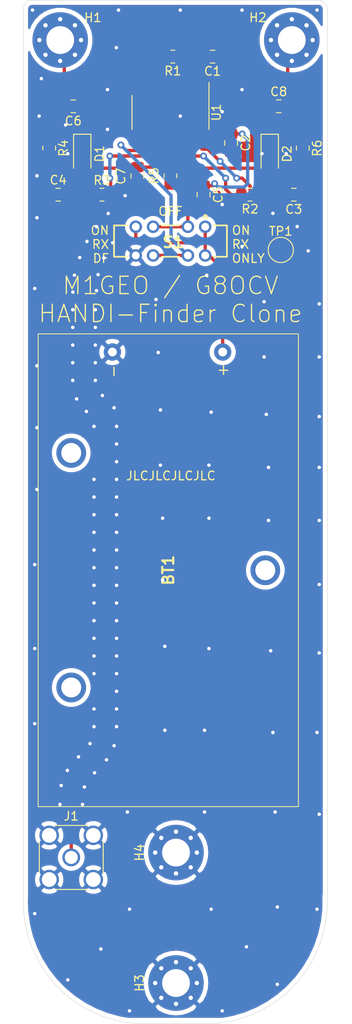
<source format=kicad_pcb>
(kicad_pcb (version 20171130) (host pcbnew "(5.1.10)-1")

  (general
    (thickness 1.6)
    (drawings 16)
    (tracks 361)
    (zones 0)
    (modules 25)
    (nets 19)
  )

  (page A4)
  (layers
    (0 F.Cu signal)
    (31 B.Cu signal)
    (32 B.Adhes user)
    (33 F.Adhes user)
    (34 B.Paste user)
    (35 F.Paste user)
    (36 B.SilkS user)
    (37 F.SilkS user)
    (38 B.Mask user)
    (39 F.Mask user)
    (40 Dwgs.User user)
    (41 Cmts.User user)
    (42 Eco1.User user)
    (43 Eco2.User user)
    (44 Edge.Cuts user)
    (45 Margin user)
    (46 B.CrtYd user)
    (47 F.CrtYd user)
    (48 B.Fab user)
    (49 F.Fab user)
  )

  (setup
    (last_trace_width 0.25)
    (user_trace_width 0.381)
    (trace_clearance 0.2)
    (zone_clearance 0.508)
    (zone_45_only no)
    (trace_min 0.2)
    (via_size 0.8)
    (via_drill 0.4)
    (via_min_size 0.4)
    (via_min_drill 0.3)
    (uvia_size 0.3)
    (uvia_drill 0.1)
    (uvias_allowed no)
    (uvia_min_size 0.2)
    (uvia_min_drill 0.1)
    (edge_width 0.05)
    (segment_width 0.2)
    (pcb_text_width 0.3)
    (pcb_text_size 1.5 1.5)
    (mod_edge_width 0.12)
    (mod_text_size 1 1)
    (mod_text_width 0.15)
    (pad_size 1.524 1.524)
    (pad_drill 0.762)
    (pad_to_mask_clearance 0)
    (aux_axis_origin 0 0)
    (visible_elements 7FFFFFFF)
    (pcbplotparams
      (layerselection 0x010fc_ffffffff)
      (usegerberextensions true)
      (usegerberattributes true)
      (usegerberadvancedattributes true)
      (creategerberjobfile true)
      (excludeedgelayer true)
      (linewidth 0.100000)
      (plotframeref false)
      (viasonmask false)
      (mode 1)
      (useauxorigin false)
      (hpglpennumber 1)
      (hpglpenspeed 20)
      (hpglpendiameter 15.000000)
      (psnegative false)
      (psa4output false)
      (plotreference true)
      (plotvalue false)
      (plotinvisibletext false)
      (padsonsilk false)
      (subtractmaskfromsilk true)
      (outputformat 1)
      (mirror false)
      (drillshape 0)
      (scaleselection 1)
      (outputdirectory "outputs/"))
  )

  (net 0 "")
  (net 1 +BATT)
  (net 2 GND)
  (net 3 "Net-(C1-Pad2)")
  (net 4 "Net-(C1-Pad1)")
  (net 5 +9V)
  (net 6 "Net-(C3-Pad1)")
  (net 7 "Net-(C4-Pad1)")
  (net 8 "Net-(C6-Pad1)")
  (net 9 "Net-(C7-Pad2)")
  (net 10 "Net-(C7-Pad1)")
  (net 11 "Net-(C8-Pad1)")
  (net 12 "Net-(R1-Pad1)")
  (net 13 "Net-(R2-Pad2)")
  (net 14 "Net-(R3-Pad2)")
  (net 15 "Net-(S1-Pad6)")
  (net 16 "Net-(TP1-Pad1)")
  (net 17 /ANT1)
  (net 18 /ANT2)

  (net_class Default "This is the default net class."
    (clearance 0.2)
    (trace_width 0.25)
    (via_dia 0.8)
    (via_drill 0.4)
    (uvia_dia 0.3)
    (uvia_drill 0.1)
    (add_net +9V)
    (add_net +BATT)
    (add_net /ANT1)
    (add_net /ANT2)
    (add_net GND)
    (add_net "Net-(C1-Pad1)")
    (add_net "Net-(C1-Pad2)")
    (add_net "Net-(C3-Pad1)")
    (add_net "Net-(C4-Pad1)")
    (add_net "Net-(C6-Pad1)")
    (add_net "Net-(C7-Pad1)")
    (add_net "Net-(C7-Pad2)")
    (add_net "Net-(C8-Pad1)")
    (add_net "Net-(R1-Pad1)")
    (add_net "Net-(R2-Pad2)")
    (add_net "Net-(R3-Pad2)")
    (add_net "Net-(S1-Pad6)")
    (add_net "Net-(TP1-Pad1)")
  )

  (module handifinder_footprints:BH9VPC (layer F.Cu) (tedit 6283CA90) (tstamp 62846144)
    (at 146.7 108.855 90)
    (descr BH9VPC)
    (tags "Undefined or Miscellaneous")
    (path /62880E97)
    (fp_text reference BT1 (at 0 0 90) (layer F.SilkS)
      (effects (font (size 1.27 1.27) (thickness 0.254)))
    )
    (fp_text value 9V (at 0 0 90) (layer F.SilkS) hide
      (effects (font (size 1.27 1.27) (thickness 0.254)))
    )
    (fp_line (start -28.175 15.985) (end -28.175 -15.985) (layer F.CrtYd) (width 0.1))
    (fp_line (start 28.175 15.985) (end -28.175 15.985) (layer F.CrtYd) (width 0.1))
    (fp_line (start 28.175 -15.985) (end 28.175 15.985) (layer F.CrtYd) (width 0.1))
    (fp_line (start -28.175 -15.985) (end 28.175 -15.985) (layer F.CrtYd) (width 0.1))
    (fp_line (start -27.175 14.985) (end -27.175 -14.985) (layer F.SilkS) (width 0.1))
    (fp_line (start 27.175 14.985) (end -27.175 14.985) (layer F.SilkS) (width 0.1))
    (fp_line (start 27.175 -14.985) (end 27.175 14.985) (layer F.SilkS) (width 0.1))
    (fp_line (start -27.175 -14.985) (end 27.175 -14.985) (layer F.SilkS) (width 0.1))
    (fp_line (start -27.175 14.985) (end -27.175 -14.985) (layer F.Fab) (width 0.2))
    (fp_line (start 27.175 14.985) (end -27.175 14.985) (layer F.Fab) (width 0.2))
    (fp_line (start 27.175 -14.985) (end 27.175 14.985) (layer F.Fab) (width 0.2))
    (fp_line (start -27.175 -14.985) (end 27.175 -14.985) (layer F.Fab) (width 0.2))
    (fp_text user %R (at 0 0 90) (layer F.Fab)
      (effects (font (size 1.27 1.27) (thickness 0.254)))
    )
    (fp_text user + (at 23 6.265 90) (layer F.SilkS)
      (effects (font (size 1.27 1.27) (thickness 0.15)))
    )
    (fp_text user - (at 22.86 -6.35 90) (layer F.SilkS)
      (effects (font (size 1.27 1.27) (thickness 0.15)))
    )
    (pad "" np_thru_hole circle (at 0 11.175 90) (size 3.435 3.435) (drill 2.29) (layers *.Cu *.Mask))
    (pad "" np_thru_hole circle (at -13.48 -11.175 90) (size 3.435 3.435) (drill 2.29) (layers *.Cu *.Mask))
    (pad "" np_thru_hole circle (at 13.49 -11.175 90) (size 3.435 3.435) (drill 2.29) (layers *.Cu *.Mask))
    (pad 1 thru_hole circle (at 25.09 6.265 90) (size 2 2) (drill 1.016) (layers *.Cu *.Mask)
      (net 1 +BATT))
    (pad 2 thru_hole circle (at 25.09 -6.435 90) (size 2 2) (drill 1.016) (layers *.Cu *.Mask)
      (net 2 GND))
    (model BH9VPC.stp
      (at (xyz 0 0 0))
      (scale (xyz 1 1 1))
      (rotate (xyz 0 0 0))
    )
  )

  (module Connector_Coaxial:SMA_Amphenol_132134_Vertical (layer F.Cu) (tedit 5B2F4DB6) (tstamp 62846235)
    (at 135.525 141.875)
    (descr https://www.amphenolrf.com/downloads/dl/file/id/2187/product/2843/132134_customer_drawing.pdf)
    (tags "SMA THT Female Jack Vertical ExtendedLegs")
    (path /62871B34)
    (fp_text reference J1 (at 0 -4.75) (layer F.SilkS)
      (effects (font (size 1 1) (thickness 0.15)))
    )
    (fp_text value Conn_Coaxial (at 0 5) (layer F.Fab)
      (effects (font (size 1 1) (thickness 0.15)))
    )
    (fp_line (start -1.8 -3.68) (end 1.8 -3.68) (layer F.SilkS) (width 0.12))
    (fp_line (start -1.8 3.68) (end 1.8 3.68) (layer F.SilkS) (width 0.12))
    (fp_line (start 3.68 -1.8) (end 3.68 1.8) (layer F.SilkS) (width 0.12))
    (fp_line (start -3.68 -1.8) (end -3.68 1.8) (layer F.SilkS) (width 0.12))
    (fp_line (start 3.5 -3.5) (end 3.5 3.5) (layer F.Fab) (width 0.1))
    (fp_line (start -3.5 3.5) (end 3.5 3.5) (layer F.Fab) (width 0.1))
    (fp_line (start -3.5 -3.5) (end -3.5 3.5) (layer F.Fab) (width 0.1))
    (fp_line (start -3.5 -3.5) (end 3.5 -3.5) (layer F.Fab) (width 0.1))
    (fp_line (start -4.17 -4.17) (end 4.17 -4.17) (layer F.CrtYd) (width 0.05))
    (fp_line (start -4.17 -4.17) (end -4.17 4.17) (layer F.CrtYd) (width 0.05))
    (fp_line (start 4.17 4.17) (end 4.17 -4.17) (layer F.CrtYd) (width 0.05))
    (fp_line (start 4.17 4.17) (end -4.17 4.17) (layer F.CrtYd) (width 0.05))
    (fp_circle (center 0 0) (end 3.175 0) (layer F.Fab) (width 0.1))
    (fp_text user %R (at 0 0) (layer F.Fab)
      (effects (font (size 1 1) (thickness 0.15)))
    )
    (pad 1 thru_hole circle (at 0 0) (size 2.05 2.05) (drill 1.5) (layers *.Cu *.Mask)
      (net 9 "Net-(C7-Pad2)"))
    (pad 2 thru_hole circle (at 2.54 2.54) (size 2.25 2.25) (drill 1.7) (layers *.Cu *.Mask)
      (net 2 GND))
    (pad 2 thru_hole circle (at 2.54 -2.54) (size 2.25 2.25) (drill 1.7) (layers *.Cu *.Mask)
      (net 2 GND))
    (pad 2 thru_hole circle (at -2.54 -2.54) (size 2.25 2.25) (drill 1.7) (layers *.Cu *.Mask)
      (net 2 GND))
    (pad 2 thru_hole circle (at -2.54 2.54) (size 2.25 2.25) (drill 1.7) (layers *.Cu *.Mask)
      (net 2 GND))
    (model ${KISYS3DMOD}/Connector_Coaxial.3dshapes/SMA_Amphenol_132134_Vertical.wrl
      (at (xyz 0 0 0))
      (scale (xyz 1 1 1))
      (rotate (xyz 0 0 0))
    )
  )

  (module Diode_SMD:D_SOD-123 (layer F.Cu) (tedit 58645DC7) (tstamp 62846C03)
    (at 136.795 60.975 270)
    (descr SOD-123)
    (tags SOD-123)
    (path /62867C94)
    (attr smd)
    (fp_text reference D1 (at 0 -2 90) (layer F.SilkS)
      (effects (font (size 1 1) (thickness 0.15)))
    )
    (fp_text value 1N4148 (at 0 2.1 90) (layer F.Fab)
      (effects (font (size 1 1) (thickness 0.15)))
    )
    (fp_line (start -2.25 -1) (end 1.65 -1) (layer F.SilkS) (width 0.12))
    (fp_line (start -2.25 1) (end 1.65 1) (layer F.SilkS) (width 0.12))
    (fp_line (start -2.35 -1.15) (end -2.35 1.15) (layer F.CrtYd) (width 0.05))
    (fp_line (start 2.35 1.15) (end -2.35 1.15) (layer F.CrtYd) (width 0.05))
    (fp_line (start 2.35 -1.15) (end 2.35 1.15) (layer F.CrtYd) (width 0.05))
    (fp_line (start -2.35 -1.15) (end 2.35 -1.15) (layer F.CrtYd) (width 0.05))
    (fp_line (start -1.4 -0.9) (end 1.4 -0.9) (layer F.Fab) (width 0.1))
    (fp_line (start 1.4 -0.9) (end 1.4 0.9) (layer F.Fab) (width 0.1))
    (fp_line (start 1.4 0.9) (end -1.4 0.9) (layer F.Fab) (width 0.1))
    (fp_line (start -1.4 0.9) (end -1.4 -0.9) (layer F.Fab) (width 0.1))
    (fp_line (start -0.75 0) (end -0.35 0) (layer F.Fab) (width 0.1))
    (fp_line (start -0.35 0) (end -0.35 -0.55) (layer F.Fab) (width 0.1))
    (fp_line (start -0.35 0) (end -0.35 0.55) (layer F.Fab) (width 0.1))
    (fp_line (start -0.35 0) (end 0.25 -0.4) (layer F.Fab) (width 0.1))
    (fp_line (start 0.25 -0.4) (end 0.25 0.4) (layer F.Fab) (width 0.1))
    (fp_line (start 0.25 0.4) (end -0.35 0) (layer F.Fab) (width 0.1))
    (fp_line (start 0.25 0) (end 0.75 0) (layer F.Fab) (width 0.1))
    (fp_line (start -2.25 -1) (end -2.25 1) (layer F.SilkS) (width 0.12))
    (fp_text user %R (at 0 -2 90) (layer F.Fab)
      (effects (font (size 1 1) (thickness 0.15)))
    )
    (pad 1 smd rect (at -1.65 0 270) (size 0.9 1.2) (layers F.Cu F.Paste F.Mask)
      (net 8 "Net-(C6-Pad1)"))
    (pad 2 smd rect (at 1.65 0 270) (size 0.9 1.2) (layers F.Cu F.Paste F.Mask)
      (net 10 "Net-(C7-Pad1)"))
    (model ${KISYS3DMOD}/Diode_SMD.3dshapes/D_SOD-123.wrl
      (at (xyz 0 0 0))
      (scale (xyz 1 1 1))
      (rotate (xyz 0 0 0))
    )
  )

  (module Capacitor_SMD:C_0805_2012Metric_Pad1.18x1.45mm_HandSolder (layer F.Cu) (tedit 5F68FEEF) (tstamp 62846ACC)
    (at 151.8025 49.8 180)
    (descr "Capacitor SMD 0805 (2012 Metric), square (rectangular) end terminal, IPC_7351 nominal with elongated pad for handsoldering. (Body size source: IPC-SM-782 page 76, https://www.pcb-3d.com/wordpress/wp-content/uploads/ipc-sm-782a_amendment_1_and_2.pdf, https://docs.google.com/spreadsheets/d/1BsfQQcO9C6DZCsRaXUlFlo91Tg2WpOkGARC1WS5S8t0/edit?usp=sharing), generated with kicad-footprint-generator")
    (tags "capacitor handsolder")
    (path /6283D791)
    (attr smd)
    (fp_text reference C1 (at 0 -1.68) (layer F.SilkS)
      (effects (font (size 1 1) (thickness 0.15)))
    )
    (fp_text value 22nF (at 0 1.68) (layer F.Fab)
      (effects (font (size 1 1) (thickness 0.15)))
    )
    (fp_line (start -1 0.625) (end -1 -0.625) (layer F.Fab) (width 0.1))
    (fp_line (start -1 -0.625) (end 1 -0.625) (layer F.Fab) (width 0.1))
    (fp_line (start 1 -0.625) (end 1 0.625) (layer F.Fab) (width 0.1))
    (fp_line (start 1 0.625) (end -1 0.625) (layer F.Fab) (width 0.1))
    (fp_line (start -0.261252 -0.735) (end 0.261252 -0.735) (layer F.SilkS) (width 0.12))
    (fp_line (start -0.261252 0.735) (end 0.261252 0.735) (layer F.SilkS) (width 0.12))
    (fp_line (start -1.88 0.98) (end -1.88 -0.98) (layer F.CrtYd) (width 0.05))
    (fp_line (start -1.88 -0.98) (end 1.88 -0.98) (layer F.CrtYd) (width 0.05))
    (fp_line (start 1.88 -0.98) (end 1.88 0.98) (layer F.CrtYd) (width 0.05))
    (fp_line (start 1.88 0.98) (end -1.88 0.98) (layer F.CrtYd) (width 0.05))
    (fp_text user %R (at 0 0) (layer F.Fab)
      (effects (font (size 0.5 0.5) (thickness 0.08)))
    )
    (pad 2 smd roundrect (at 1.0375 0 180) (size 1.175 1.45) (layers F.Cu F.Paste F.Mask) (roundrect_rratio 0.2127659574468085)
      (net 3 "Net-(C1-Pad2)"))
    (pad 1 smd roundrect (at -1.0375 0 180) (size 1.175 1.45) (layers F.Cu F.Paste F.Mask) (roundrect_rratio 0.2127659574468085)
      (net 4 "Net-(C1-Pad1)"))
    (model ${KISYS3DMOD}/Capacitor_SMD.3dshapes/C_0805_2012Metric.wrl
      (at (xyz 0 0 0))
      (scale (xyz 1 1 1))
      (rotate (xyz 0 0 0))
    )
  )

  (module Capacitor_SMD:C_0805_2012Metric_Pad1.18x1.45mm_HandSolder (layer F.Cu) (tedit 5F68FEEF) (tstamp 62846166)
    (at 153.94 59.7275 270)
    (descr "Capacitor SMD 0805 (2012 Metric), square (rectangular) end terminal, IPC_7351 nominal with elongated pad for handsoldering. (Body size source: IPC-SM-782 page 76, https://www.pcb-3d.com/wordpress/wp-content/uploads/ipc-sm-782a_amendment_1_and_2.pdf, https://docs.google.com/spreadsheets/d/1BsfQQcO9C6DZCsRaXUlFlo91Tg2WpOkGARC1WS5S8t0/edit?usp=sharing), generated with kicad-footprint-generator")
    (tags "capacitor handsolder")
    (path /62877D66)
    (attr smd)
    (fp_text reference C2 (at 0 -1.68 90) (layer F.SilkS)
      (effects (font (size 1 1) (thickness 0.15)))
    )
    (fp_text value 100nF (at 0 1.68 90) (layer F.Fab)
      (effects (font (size 1 1) (thickness 0.15)))
    )
    (fp_line (start -1 0.625) (end -1 -0.625) (layer F.Fab) (width 0.1))
    (fp_line (start -1 -0.625) (end 1 -0.625) (layer F.Fab) (width 0.1))
    (fp_line (start 1 -0.625) (end 1 0.625) (layer F.Fab) (width 0.1))
    (fp_line (start 1 0.625) (end -1 0.625) (layer F.Fab) (width 0.1))
    (fp_line (start -0.261252 -0.735) (end 0.261252 -0.735) (layer F.SilkS) (width 0.12))
    (fp_line (start -0.261252 0.735) (end 0.261252 0.735) (layer F.SilkS) (width 0.12))
    (fp_line (start -1.88 0.98) (end -1.88 -0.98) (layer F.CrtYd) (width 0.05))
    (fp_line (start -1.88 -0.98) (end 1.88 -0.98) (layer F.CrtYd) (width 0.05))
    (fp_line (start 1.88 -0.98) (end 1.88 0.98) (layer F.CrtYd) (width 0.05))
    (fp_line (start 1.88 0.98) (end -1.88 0.98) (layer F.CrtYd) (width 0.05))
    (fp_text user %R (at 0 0 90) (layer F.Fab)
      (effects (font (size 0.5 0.5) (thickness 0.08)))
    )
    (pad 2 smd roundrect (at 1.0375 0 270) (size 1.175 1.45) (layers F.Cu F.Paste F.Mask) (roundrect_rratio 0.2127659574468085)
      (net 2 GND))
    (pad 1 smd roundrect (at -1.0375 0 270) (size 1.175 1.45) (layers F.Cu F.Paste F.Mask) (roundrect_rratio 0.2127659574468085)
      (net 5 +9V))
    (model ${KISYS3DMOD}/Capacitor_SMD.3dshapes/C_0805_2012Metric.wrl
      (at (xyz 0 0 0))
      (scale (xyz 1 1 1))
      (rotate (xyz 0 0 0))
    )
  )

  (module Capacitor_SMD:C_0805_2012Metric_Pad1.18x1.45mm_HandSolder (layer F.Cu) (tedit 5F68FEEF) (tstamp 62846177)
    (at 161.1575 65.675 180)
    (descr "Capacitor SMD 0805 (2012 Metric), square (rectangular) end terminal, IPC_7351 nominal with elongated pad for handsoldering. (Body size source: IPC-SM-782 page 76, https://www.pcb-3d.com/wordpress/wp-content/uploads/ipc-sm-782a_amendment_1_and_2.pdf, https://docs.google.com/spreadsheets/d/1BsfQQcO9C6DZCsRaXUlFlo91Tg2WpOkGARC1WS5S8t0/edit?usp=sharing), generated with kicad-footprint-generator")
    (tags "capacitor handsolder")
    (path /62848B80)
    (attr smd)
    (fp_text reference C3 (at 0 -1.68) (layer F.SilkS)
      (effects (font (size 1 1) (thickness 0.15)))
    )
    (fp_text value 1nF (at 0 1.68) (layer F.Fab)
      (effects (font (size 1 1) (thickness 0.15)))
    )
    (fp_line (start 1.88 0.98) (end -1.88 0.98) (layer F.CrtYd) (width 0.05))
    (fp_line (start 1.88 -0.98) (end 1.88 0.98) (layer F.CrtYd) (width 0.05))
    (fp_line (start -1.88 -0.98) (end 1.88 -0.98) (layer F.CrtYd) (width 0.05))
    (fp_line (start -1.88 0.98) (end -1.88 -0.98) (layer F.CrtYd) (width 0.05))
    (fp_line (start -0.261252 0.735) (end 0.261252 0.735) (layer F.SilkS) (width 0.12))
    (fp_line (start -0.261252 -0.735) (end 0.261252 -0.735) (layer F.SilkS) (width 0.12))
    (fp_line (start 1 0.625) (end -1 0.625) (layer F.Fab) (width 0.1))
    (fp_line (start 1 -0.625) (end 1 0.625) (layer F.Fab) (width 0.1))
    (fp_line (start -1 -0.625) (end 1 -0.625) (layer F.Fab) (width 0.1))
    (fp_line (start -1 0.625) (end -1 -0.625) (layer F.Fab) (width 0.1))
    (fp_text user %R (at 0 0) (layer F.Fab)
      (effects (font (size 0.5 0.5) (thickness 0.08)))
    )
    (pad 1 smd roundrect (at -1.0375 0 180) (size 1.175 1.45) (layers F.Cu F.Paste F.Mask) (roundrect_rratio 0.2127659574468085)
      (net 6 "Net-(C3-Pad1)"))
    (pad 2 smd roundrect (at 1.0375 0 180) (size 1.175 1.45) (layers F.Cu F.Paste F.Mask) (roundrect_rratio 0.2127659574468085)
      (net 2 GND))
    (model ${KISYS3DMOD}/Capacitor_SMD.3dshapes/C_0805_2012Metric.wrl
      (at (xyz 0 0 0))
      (scale (xyz 1 1 1))
      (rotate (xyz 0 0 0))
    )
  )

  (module Capacitor_SMD:C_0805_2012Metric_Pad1.18x1.45mm_HandSolder (layer F.Cu) (tedit 5F68FEEF) (tstamp 62846188)
    (at 134.0225 65.675)
    (descr "Capacitor SMD 0805 (2012 Metric), square (rectangular) end terminal, IPC_7351 nominal with elongated pad for handsoldering. (Body size source: IPC-SM-782 page 76, https://www.pcb-3d.com/wordpress/wp-content/uploads/ipc-sm-782a_amendment_1_and_2.pdf, https://docs.google.com/spreadsheets/d/1BsfQQcO9C6DZCsRaXUlFlo91Tg2WpOkGARC1WS5S8t0/edit?usp=sharing), generated with kicad-footprint-generator")
    (tags "capacitor handsolder")
    (path /62849269)
    (attr smd)
    (fp_text reference C4 (at 0 -1.68) (layer F.SilkS)
      (effects (font (size 1 1) (thickness 0.15)))
    )
    (fp_text value 1nF (at 0 1.68) (layer F.Fab)
      (effects (font (size 1 1) (thickness 0.15)))
    )
    (fp_line (start -1 0.625) (end -1 -0.625) (layer F.Fab) (width 0.1))
    (fp_line (start -1 -0.625) (end 1 -0.625) (layer F.Fab) (width 0.1))
    (fp_line (start 1 -0.625) (end 1 0.625) (layer F.Fab) (width 0.1))
    (fp_line (start 1 0.625) (end -1 0.625) (layer F.Fab) (width 0.1))
    (fp_line (start -0.261252 -0.735) (end 0.261252 -0.735) (layer F.SilkS) (width 0.12))
    (fp_line (start -0.261252 0.735) (end 0.261252 0.735) (layer F.SilkS) (width 0.12))
    (fp_line (start -1.88 0.98) (end -1.88 -0.98) (layer F.CrtYd) (width 0.05))
    (fp_line (start -1.88 -0.98) (end 1.88 -0.98) (layer F.CrtYd) (width 0.05))
    (fp_line (start 1.88 -0.98) (end 1.88 0.98) (layer F.CrtYd) (width 0.05))
    (fp_line (start 1.88 0.98) (end -1.88 0.98) (layer F.CrtYd) (width 0.05))
    (fp_text user %R (at 0 0) (layer F.Fab)
      (effects (font (size 0.5 0.5) (thickness 0.08)))
    )
    (pad 2 smd roundrect (at 1.0375 0) (size 1.175 1.45) (layers F.Cu F.Paste F.Mask) (roundrect_rratio 0.2127659574468085)
      (net 2 GND))
    (pad 1 smd roundrect (at -1.0375 0) (size 1.175 1.45) (layers F.Cu F.Paste F.Mask) (roundrect_rratio 0.2127659574468085)
      (net 7 "Net-(C4-Pad1)"))
    (model ${KISYS3DMOD}/Capacitor_SMD.3dshapes/C_0805_2012Metric.wrl
      (at (xyz 0 0 0))
      (scale (xyz 1 1 1))
      (rotate (xyz 0 0 0))
    )
  )

  (module Capacitor_SMD:C_0805_2012Metric_Pad1.18x1.45mm_HandSolder (layer F.Cu) (tedit 5F68FEEF) (tstamp 62846199)
    (at 150.765 65.675 270)
    (descr "Capacitor SMD 0805 (2012 Metric), square (rectangular) end terminal, IPC_7351 nominal with elongated pad for handsoldering. (Body size source: IPC-SM-782 page 76, https://www.pcb-3d.com/wordpress/wp-content/uploads/ipc-sm-782a_amendment_1_and_2.pdf, https://docs.google.com/spreadsheets/d/1BsfQQcO9C6DZCsRaXUlFlo91Tg2WpOkGARC1WS5S8t0/edit?usp=sharing), generated with kicad-footprint-generator")
    (tags "capacitor handsolder")
    (path /62855AED)
    (attr smd)
    (fp_text reference C5 (at 0 -1.68 90) (layer F.SilkS)
      (effects (font (size 1 1) (thickness 0.15)))
    )
    (fp_text value 1nF (at 0 1.68 90) (layer F.Fab)
      (effects (font (size 1 1) (thickness 0.15)))
    )
    (fp_line (start 1.88 0.98) (end -1.88 0.98) (layer F.CrtYd) (width 0.05))
    (fp_line (start 1.88 -0.98) (end 1.88 0.98) (layer F.CrtYd) (width 0.05))
    (fp_line (start -1.88 -0.98) (end 1.88 -0.98) (layer F.CrtYd) (width 0.05))
    (fp_line (start -1.88 0.98) (end -1.88 -0.98) (layer F.CrtYd) (width 0.05))
    (fp_line (start -0.261252 0.735) (end 0.261252 0.735) (layer F.SilkS) (width 0.12))
    (fp_line (start -0.261252 -0.735) (end 0.261252 -0.735) (layer F.SilkS) (width 0.12))
    (fp_line (start 1 0.625) (end -1 0.625) (layer F.Fab) (width 0.1))
    (fp_line (start 1 -0.625) (end 1 0.625) (layer F.Fab) (width 0.1))
    (fp_line (start -1 -0.625) (end 1 -0.625) (layer F.Fab) (width 0.1))
    (fp_line (start -1 0.625) (end -1 -0.625) (layer F.Fab) (width 0.1))
    (fp_text user %R (at 0 0 90) (layer F.Fab)
      (effects (font (size 0.5 0.5) (thickness 0.08)))
    )
    (pad 1 smd roundrect (at -1.0375 0 270) (size 1.175 1.45) (layers F.Cu F.Paste F.Mask) (roundrect_rratio 0.2127659574468085)
      (net 5 +9V))
    (pad 2 smd roundrect (at 1.0375 0 270) (size 1.175 1.45) (layers F.Cu F.Paste F.Mask) (roundrect_rratio 0.2127659574468085)
      (net 2 GND))
    (model ${KISYS3DMOD}/Capacitor_SMD.3dshapes/C_0805_2012Metric.wrl
      (at (xyz 0 0 0))
      (scale (xyz 1 1 1))
      (rotate (xyz 0 0 0))
    )
  )

  (module Capacitor_SMD:C_0805_2012Metric_Pad1.18x1.45mm_HandSolder (layer F.Cu) (tedit 5F68FEEF) (tstamp 62846C43)
    (at 135.7575 55.515 180)
    (descr "Capacitor SMD 0805 (2012 Metric), square (rectangular) end terminal, IPC_7351 nominal with elongated pad for handsoldering. (Body size source: IPC-SM-782 page 76, https://www.pcb-3d.com/wordpress/wp-content/uploads/ipc-sm-782a_amendment_1_and_2.pdf, https://docs.google.com/spreadsheets/d/1BsfQQcO9C6DZCsRaXUlFlo91Tg2WpOkGARC1WS5S8t0/edit?usp=sharing), generated with kicad-footprint-generator")
    (tags "capacitor handsolder")
    (path /6286CF5C)
    (attr smd)
    (fp_text reference C6 (at 0 -1.68) (layer F.SilkS)
      (effects (font (size 1 1) (thickness 0.15)))
    )
    (fp_text value 1nF (at 0 1.68) (layer F.Fab)
      (effects (font (size 1 1) (thickness 0.15)))
    )
    (fp_line (start 1.88 0.98) (end -1.88 0.98) (layer F.CrtYd) (width 0.05))
    (fp_line (start 1.88 -0.98) (end 1.88 0.98) (layer F.CrtYd) (width 0.05))
    (fp_line (start -1.88 -0.98) (end 1.88 -0.98) (layer F.CrtYd) (width 0.05))
    (fp_line (start -1.88 0.98) (end -1.88 -0.98) (layer F.CrtYd) (width 0.05))
    (fp_line (start -0.261252 0.735) (end 0.261252 0.735) (layer F.SilkS) (width 0.12))
    (fp_line (start -0.261252 -0.735) (end 0.261252 -0.735) (layer F.SilkS) (width 0.12))
    (fp_line (start 1 0.625) (end -1 0.625) (layer F.Fab) (width 0.1))
    (fp_line (start 1 -0.625) (end 1 0.625) (layer F.Fab) (width 0.1))
    (fp_line (start -1 -0.625) (end 1 -0.625) (layer F.Fab) (width 0.1))
    (fp_line (start -1 0.625) (end -1 -0.625) (layer F.Fab) (width 0.1))
    (fp_text user %R (at 0 0) (layer F.Fab)
      (effects (font (size 0.5 0.5) (thickness 0.08)))
    )
    (pad 1 smd roundrect (at -1.0375 0 180) (size 1.175 1.45) (layers F.Cu F.Paste F.Mask) (roundrect_rratio 0.2127659574468085)
      (net 8 "Net-(C6-Pad1)"))
    (pad 2 smd roundrect (at 1.0375 0 180) (size 1.175 1.45) (layers F.Cu F.Paste F.Mask) (roundrect_rratio 0.2127659574468085)
      (net 17 /ANT1))
    (model ${KISYS3DMOD}/Capacitor_SMD.3dshapes/C_0805_2012Metric.wrl
      (at (xyz 0 0 0))
      (scale (xyz 1 1 1))
      (rotate (xyz 0 0 0))
    )
  )

  (module Capacitor_SMD:C_0805_2012Metric_Pad1.18x1.45mm_HandSolder (layer F.Cu) (tedit 5F68FEEF) (tstamp 628461BB)
    (at 143.145 63.5375 270)
    (descr "Capacitor SMD 0805 (2012 Metric), square (rectangular) end terminal, IPC_7351 nominal with elongated pad for handsoldering. (Body size source: IPC-SM-782 page 76, https://www.pcb-3d.com/wordpress/wp-content/uploads/ipc-sm-782a_amendment_1_and_2.pdf, https://docs.google.com/spreadsheets/d/1BsfQQcO9C6DZCsRaXUlFlo91Tg2WpOkGARC1WS5S8t0/edit?usp=sharing), generated with kicad-footprint-generator")
    (tags "capacitor handsolder")
    (path /6286D923)
    (attr smd)
    (fp_text reference C7 (at 0 1.905 90) (layer F.SilkS)
      (effects (font (size 1 1) (thickness 0.15)))
    )
    (fp_text value 1nF (at 0 -1.905 90) (layer F.Fab)
      (effects (font (size 1 1) (thickness 0.15)))
    )
    (fp_line (start -1 0.625) (end -1 -0.625) (layer F.Fab) (width 0.1))
    (fp_line (start -1 -0.625) (end 1 -0.625) (layer F.Fab) (width 0.1))
    (fp_line (start 1 -0.625) (end 1 0.625) (layer F.Fab) (width 0.1))
    (fp_line (start 1 0.625) (end -1 0.625) (layer F.Fab) (width 0.1))
    (fp_line (start -0.261252 -0.735) (end 0.261252 -0.735) (layer F.SilkS) (width 0.12))
    (fp_line (start -0.261252 0.735) (end 0.261252 0.735) (layer F.SilkS) (width 0.12))
    (fp_line (start -1.88 0.98) (end -1.88 -0.98) (layer F.CrtYd) (width 0.05))
    (fp_line (start -1.88 -0.98) (end 1.88 -0.98) (layer F.CrtYd) (width 0.05))
    (fp_line (start 1.88 -0.98) (end 1.88 0.98) (layer F.CrtYd) (width 0.05))
    (fp_line (start 1.88 0.98) (end -1.88 0.98) (layer F.CrtYd) (width 0.05))
    (fp_text user %R (at 0 0 90) (layer F.Fab)
      (effects (font (size 0.5 0.5) (thickness 0.08)))
    )
    (pad 2 smd roundrect (at 1.0375 0 270) (size 1.175 1.45) (layers F.Cu F.Paste F.Mask) (roundrect_rratio 0.2127659574468085)
      (net 9 "Net-(C7-Pad2)"))
    (pad 1 smd roundrect (at -1.0375 0 270) (size 1.175 1.45) (layers F.Cu F.Paste F.Mask) (roundrect_rratio 0.2127659574468085)
      (net 10 "Net-(C7-Pad1)"))
    (model ${KISYS3DMOD}/Capacitor_SMD.3dshapes/C_0805_2012Metric.wrl
      (at (xyz 0 0 0))
      (scale (xyz 1 1 1))
      (rotate (xyz 0 0 0))
    )
  )

  (module Capacitor_SMD:C_0805_2012Metric_Pad1.18x1.45mm_HandSolder (layer F.Cu) (tedit 5F68FEEF) (tstamp 62846CCD)
    (at 159.4225 55.515)
    (descr "Capacitor SMD 0805 (2012 Metric), square (rectangular) end terminal, IPC_7351 nominal with elongated pad for handsoldering. (Body size source: IPC-SM-782 page 76, https://www.pcb-3d.com/wordpress/wp-content/uploads/ipc-sm-782a_amendment_1_and_2.pdf, https://docs.google.com/spreadsheets/d/1BsfQQcO9C6DZCsRaXUlFlo91Tg2WpOkGARC1WS5S8t0/edit?usp=sharing), generated with kicad-footprint-generator")
    (tags "capacitor handsolder")
    (path /6286E380)
    (attr smd)
    (fp_text reference C8 (at 0 -1.68) (layer F.SilkS)
      (effects (font (size 1 1) (thickness 0.15)))
    )
    (fp_text value 1nF (at 0 1.68) (layer F.Fab)
      (effects (font (size 1 1) (thickness 0.15)))
    )
    (fp_line (start 1.88 0.98) (end -1.88 0.98) (layer F.CrtYd) (width 0.05))
    (fp_line (start 1.88 -0.98) (end 1.88 0.98) (layer F.CrtYd) (width 0.05))
    (fp_line (start -1.88 -0.98) (end 1.88 -0.98) (layer F.CrtYd) (width 0.05))
    (fp_line (start -1.88 0.98) (end -1.88 -0.98) (layer F.CrtYd) (width 0.05))
    (fp_line (start -0.261252 0.735) (end 0.261252 0.735) (layer F.SilkS) (width 0.12))
    (fp_line (start -0.261252 -0.735) (end 0.261252 -0.735) (layer F.SilkS) (width 0.12))
    (fp_line (start 1 0.625) (end -1 0.625) (layer F.Fab) (width 0.1))
    (fp_line (start 1 -0.625) (end 1 0.625) (layer F.Fab) (width 0.1))
    (fp_line (start -1 -0.625) (end 1 -0.625) (layer F.Fab) (width 0.1))
    (fp_line (start -1 0.625) (end -1 -0.625) (layer F.Fab) (width 0.1))
    (fp_text user %R (at 0 0) (layer F.Fab)
      (effects (font (size 0.5 0.5) (thickness 0.08)))
    )
    (pad 1 smd roundrect (at -1.0375 0) (size 1.175 1.45) (layers F.Cu F.Paste F.Mask) (roundrect_rratio 0.2127659574468085)
      (net 11 "Net-(C8-Pad1)"))
    (pad 2 smd roundrect (at 1.0375 0) (size 1.175 1.45) (layers F.Cu F.Paste F.Mask) (roundrect_rratio 0.2127659574468085)
      (net 18 /ANT2))
    (model ${KISYS3DMOD}/Capacitor_SMD.3dshapes/C_0805_2012Metric.wrl
      (at (xyz 0 0 0))
      (scale (xyz 1 1 1))
      (rotate (xyz 0 0 0))
    )
  )

  (module Diode_SMD:D_SOD-123 (layer F.Cu) (tedit 58645DC7) (tstamp 62846D05)
    (at 158.385 60.975 270)
    (descr SOD-123)
    (tags SOD-123)
    (path /628688CA)
    (attr smd)
    (fp_text reference D2 (at 0 -2 90) (layer F.SilkS)
      (effects (font (size 1 1) (thickness 0.15)))
    )
    (fp_text value 1N4148 (at 0 2.1 90) (layer F.Fab)
      (effects (font (size 1 1) (thickness 0.15)))
    )
    (fp_line (start -2.25 -1) (end -2.25 1) (layer F.SilkS) (width 0.12))
    (fp_line (start 0.25 0) (end 0.75 0) (layer F.Fab) (width 0.1))
    (fp_line (start 0.25 0.4) (end -0.35 0) (layer F.Fab) (width 0.1))
    (fp_line (start 0.25 -0.4) (end 0.25 0.4) (layer F.Fab) (width 0.1))
    (fp_line (start -0.35 0) (end 0.25 -0.4) (layer F.Fab) (width 0.1))
    (fp_line (start -0.35 0) (end -0.35 0.55) (layer F.Fab) (width 0.1))
    (fp_line (start -0.35 0) (end -0.35 -0.55) (layer F.Fab) (width 0.1))
    (fp_line (start -0.75 0) (end -0.35 0) (layer F.Fab) (width 0.1))
    (fp_line (start -1.4 0.9) (end -1.4 -0.9) (layer F.Fab) (width 0.1))
    (fp_line (start 1.4 0.9) (end -1.4 0.9) (layer F.Fab) (width 0.1))
    (fp_line (start 1.4 -0.9) (end 1.4 0.9) (layer F.Fab) (width 0.1))
    (fp_line (start -1.4 -0.9) (end 1.4 -0.9) (layer F.Fab) (width 0.1))
    (fp_line (start -2.35 -1.15) (end 2.35 -1.15) (layer F.CrtYd) (width 0.05))
    (fp_line (start 2.35 -1.15) (end 2.35 1.15) (layer F.CrtYd) (width 0.05))
    (fp_line (start 2.35 1.15) (end -2.35 1.15) (layer F.CrtYd) (width 0.05))
    (fp_line (start -2.35 -1.15) (end -2.35 1.15) (layer F.CrtYd) (width 0.05))
    (fp_line (start -2.25 1) (end 1.65 1) (layer F.SilkS) (width 0.12))
    (fp_line (start -2.25 -1) (end 1.65 -1) (layer F.SilkS) (width 0.12))
    (fp_text user %R (at 0 -2 90) (layer F.Fab)
      (effects (font (size 1 1) (thickness 0.15)))
    )
    (pad 2 smd rect (at 1.65 0 270) (size 0.9 1.2) (layers F.Cu F.Paste F.Mask)
      (net 10 "Net-(C7-Pad1)"))
    (pad 1 smd rect (at -1.65 0 270) (size 0.9 1.2) (layers F.Cu F.Paste F.Mask)
      (net 11 "Net-(C8-Pad1)"))
    (model ${KISYS3DMOD}/Diode_SMD.3dshapes/D_SOD-123.wrl
      (at (xyz 0 0 0))
      (scale (xyz 1 1 1))
      (rotate (xyz 0 0 0))
    )
  )

  (module MountingHole:MountingHole_3.2mm_M3_Pad_Via (layer F.Cu) (tedit 56DDBCCA) (tstamp 62846C9F)
    (at 134.255 47.895)
    (descr "Mounting Hole 3.2mm, M3")
    (tags "mounting hole 3.2mm m3")
    (path /628742D9)
    (attr virtual)
    (fp_text reference H1 (at 3.765 -2.58) (layer F.SilkS)
      (effects (font (size 1 1) (thickness 0.15)))
    )
    (fp_text value MountingHole_Pad (at 0 4.2) (layer F.Fab)
      (effects (font (size 1 1) (thickness 0.15)))
    )
    (fp_circle (center 0 0) (end 3.45 0) (layer F.CrtYd) (width 0.05))
    (fp_circle (center 0 0) (end 3.2 0) (layer Cmts.User) (width 0.15))
    (fp_text user %R (at 0.3 0) (layer F.Fab)
      (effects (font (size 1 1) (thickness 0.15)))
    )
    (pad 1 thru_hole circle (at 0 0) (size 6.4 6.4) (drill 3.2) (layers *.Cu *.Mask)
      (net 17 /ANT1))
    (pad 1 thru_hole circle (at 2.4 0) (size 0.8 0.8) (drill 0.5) (layers *.Cu *.Mask)
      (net 17 /ANT1))
    (pad 1 thru_hole circle (at 1.697056 1.697056) (size 0.8 0.8) (drill 0.5) (layers *.Cu *.Mask)
      (net 17 /ANT1))
    (pad 1 thru_hole circle (at 0 2.4) (size 0.8 0.8) (drill 0.5) (layers *.Cu *.Mask)
      (net 17 /ANT1))
    (pad 1 thru_hole circle (at -1.697056 1.697056) (size 0.8 0.8) (drill 0.5) (layers *.Cu *.Mask)
      (net 17 /ANT1))
    (pad 1 thru_hole circle (at -2.4 0) (size 0.8 0.8) (drill 0.5) (layers *.Cu *.Mask)
      (net 17 /ANT1))
    (pad 1 thru_hole circle (at -1.697056 -1.697056) (size 0.8 0.8) (drill 0.5) (layers *.Cu *.Mask)
      (net 17 /ANT1))
    (pad 1 thru_hole circle (at 0 -2.4) (size 0.8 0.8) (drill 0.5) (layers *.Cu *.Mask)
      (net 17 /ANT1))
    (pad 1 thru_hole circle (at 1.697056 -1.697056) (size 0.8 0.8) (drill 0.5) (layers *.Cu *.Mask)
      (net 17 /ANT1))
  )

  (module MountingHole:MountingHole_3.2mm_M3_Pad_Via (layer F.Cu) (tedit 56DDBCCA) (tstamp 62846E9E)
    (at 160.925 47.895)
    (descr "Mounting Hole 3.2mm, M3")
    (tags "mounting hole 3.2mm m3")
    (path /6287493A)
    (attr virtual)
    (fp_text reference H2 (at -3.905 -2.58) (layer F.SilkS)
      (effects (font (size 1 1) (thickness 0.15)))
    )
    (fp_text value MountingHole_Pad (at 0 4.2) (layer F.Fab)
      (effects (font (size 1 1) (thickness 0.15)))
    )
    (fp_circle (center 0 0) (end 3.2 0) (layer Cmts.User) (width 0.15))
    (fp_circle (center 0 0) (end 3.45 0) (layer F.CrtYd) (width 0.05))
    (fp_text user %R (at 0.3 0) (layer F.Fab)
      (effects (font (size 1 1) (thickness 0.15)))
    )
    (pad 1 thru_hole circle (at 1.697056 -1.697056) (size 0.8 0.8) (drill 0.5) (layers *.Cu *.Mask)
      (net 18 /ANT2))
    (pad 1 thru_hole circle (at 0 -2.4) (size 0.8 0.8) (drill 0.5) (layers *.Cu *.Mask)
      (net 18 /ANT2))
    (pad 1 thru_hole circle (at -1.697056 -1.697056) (size 0.8 0.8) (drill 0.5) (layers *.Cu *.Mask)
      (net 18 /ANT2))
    (pad 1 thru_hole circle (at -2.4 0) (size 0.8 0.8) (drill 0.5) (layers *.Cu *.Mask)
      (net 18 /ANT2))
    (pad 1 thru_hole circle (at -1.697056 1.697056) (size 0.8 0.8) (drill 0.5) (layers *.Cu *.Mask)
      (net 18 /ANT2))
    (pad 1 thru_hole circle (at 0 2.4) (size 0.8 0.8) (drill 0.5) (layers *.Cu *.Mask)
      (net 18 /ANT2))
    (pad 1 thru_hole circle (at 1.697056 1.697056) (size 0.8 0.8) (drill 0.5) (layers *.Cu *.Mask)
      (net 18 /ANT2))
    (pad 1 thru_hole circle (at 2.4 0) (size 0.8 0.8) (drill 0.5) (layers *.Cu *.Mask)
      (net 18 /ANT2))
    (pad 1 thru_hole circle (at 0 0) (size 6.4 6.4) (drill 3.2) (layers *.Cu *.Mask)
      (net 18 /ANT2))
  )

  (module Resistor_SMD:R_0805_2012Metric_Pad1.20x1.40mm_HandSolder (layer F.Cu) (tedit 5F68FEEE) (tstamp 62846246)
    (at 147.225 49.8 180)
    (descr "Resistor SMD 0805 (2012 Metric), square (rectangular) end terminal, IPC_7351 nominal with elongated pad for handsoldering. (Body size source: IPC-SM-782 page 72, https://www.pcb-3d.com/wordpress/wp-content/uploads/ipc-sm-782a_amendment_1_and_2.pdf), generated with kicad-footprint-generator")
    (tags "resistor handsolder")
    (path /6283F1DB)
    (attr smd)
    (fp_text reference R1 (at 0 -1.65) (layer F.SilkS)
      (effects (font (size 1 1) (thickness 0.15)))
    )
    (fp_text value 10k (at 0 1.65) (layer F.Fab)
      (effects (font (size 1 1) (thickness 0.15)))
    )
    (fp_line (start 1.85 0.95) (end -1.85 0.95) (layer F.CrtYd) (width 0.05))
    (fp_line (start 1.85 -0.95) (end 1.85 0.95) (layer F.CrtYd) (width 0.05))
    (fp_line (start -1.85 -0.95) (end 1.85 -0.95) (layer F.CrtYd) (width 0.05))
    (fp_line (start -1.85 0.95) (end -1.85 -0.95) (layer F.CrtYd) (width 0.05))
    (fp_line (start -0.227064 0.735) (end 0.227064 0.735) (layer F.SilkS) (width 0.12))
    (fp_line (start -0.227064 -0.735) (end 0.227064 -0.735) (layer F.SilkS) (width 0.12))
    (fp_line (start 1 0.625) (end -1 0.625) (layer F.Fab) (width 0.1))
    (fp_line (start 1 -0.625) (end 1 0.625) (layer F.Fab) (width 0.1))
    (fp_line (start -1 -0.625) (end 1 -0.625) (layer F.Fab) (width 0.1))
    (fp_line (start -1 0.625) (end -1 -0.625) (layer F.Fab) (width 0.1))
    (fp_text user %R (at 0 0) (layer F.Fab)
      (effects (font (size 0.5 0.5) (thickness 0.08)))
    )
    (pad 1 smd roundrect (at -1 0 180) (size 1.2 1.4) (layers F.Cu F.Paste F.Mask) (roundrect_rratio 0.2083325)
      (net 12 "Net-(R1-Pad1)"))
    (pad 2 smd roundrect (at 1 0 180) (size 1.2 1.4) (layers F.Cu F.Paste F.Mask) (roundrect_rratio 0.2083325)
      (net 3 "Net-(C1-Pad2)"))
    (model ${KISYS3DMOD}/Resistor_SMD.3dshapes/R_0805_2012Metric.wrl
      (at (xyz 0 0 0))
      (scale (xyz 1 1 1))
      (rotate (xyz 0 0 0))
    )
  )

  (module Resistor_SMD:R_0805_2012Metric_Pad1.20x1.40mm_HandSolder (layer F.Cu) (tedit 5F68FEEE) (tstamp 62846257)
    (at 156.115 65.675 180)
    (descr "Resistor SMD 0805 (2012 Metric), square (rectangular) end terminal, IPC_7351 nominal with elongated pad for handsoldering. (Body size source: IPC-SM-782 page 72, https://www.pcb-3d.com/wordpress/wp-content/uploads/ipc-sm-782a_amendment_1_and_2.pdf), generated with kicad-footprint-generator")
    (tags "resistor handsolder")
    (path /6284602A)
    (attr smd)
    (fp_text reference R2 (at 0 -1.65) (layer F.SilkS)
      (effects (font (size 1 1) (thickness 0.15)))
    )
    (fp_text value 10k (at 0 1.65) (layer F.Fab)
      (effects (font (size 1 1) (thickness 0.15)))
    )
    (fp_line (start -1 0.625) (end -1 -0.625) (layer F.Fab) (width 0.1))
    (fp_line (start -1 -0.625) (end 1 -0.625) (layer F.Fab) (width 0.1))
    (fp_line (start 1 -0.625) (end 1 0.625) (layer F.Fab) (width 0.1))
    (fp_line (start 1 0.625) (end -1 0.625) (layer F.Fab) (width 0.1))
    (fp_line (start -0.227064 -0.735) (end 0.227064 -0.735) (layer F.SilkS) (width 0.12))
    (fp_line (start -0.227064 0.735) (end 0.227064 0.735) (layer F.SilkS) (width 0.12))
    (fp_line (start -1.85 0.95) (end -1.85 -0.95) (layer F.CrtYd) (width 0.05))
    (fp_line (start -1.85 -0.95) (end 1.85 -0.95) (layer F.CrtYd) (width 0.05))
    (fp_line (start 1.85 -0.95) (end 1.85 0.95) (layer F.CrtYd) (width 0.05))
    (fp_line (start 1.85 0.95) (end -1.85 0.95) (layer F.CrtYd) (width 0.05))
    (fp_text user %R (at 0 0) (layer F.Fab)
      (effects (font (size 0.5 0.5) (thickness 0.08)))
    )
    (pad 2 smd roundrect (at 1 0 180) (size 1.2 1.4) (layers F.Cu F.Paste F.Mask) (roundrect_rratio 0.2083325)
      (net 13 "Net-(R2-Pad2)"))
    (pad 1 smd roundrect (at -1 0 180) (size 1.2 1.4) (layers F.Cu F.Paste F.Mask) (roundrect_rratio 0.2083325)
      (net 6 "Net-(C3-Pad1)"))
    (model ${KISYS3DMOD}/Resistor_SMD.3dshapes/R_0805_2012Metric.wrl
      (at (xyz 0 0 0))
      (scale (xyz 1 1 1))
      (rotate (xyz 0 0 0))
    )
  )

  (module Resistor_SMD:R_0805_2012Metric_Pad1.20x1.40mm_HandSolder (layer F.Cu) (tedit 5F68FEEE) (tstamp 62846268)
    (at 139.065 65.675)
    (descr "Resistor SMD 0805 (2012 Metric), square (rectangular) end terminal, IPC_7351 nominal with elongated pad for handsoldering. (Body size source: IPC-SM-782 page 72, https://www.pcb-3d.com/wordpress/wp-content/uploads/ipc-sm-782a_amendment_1_and_2.pdf), generated with kicad-footprint-generator")
    (tags "resistor handsolder")
    (path /628455C6)
    (attr smd)
    (fp_text reference R3 (at 0 -1.65) (layer F.SilkS)
      (effects (font (size 1 1) (thickness 0.15)))
    )
    (fp_text value 10k (at 0 1.65) (layer F.Fab)
      (effects (font (size 1 1) (thickness 0.15)))
    )
    (fp_line (start 1.85 0.95) (end -1.85 0.95) (layer F.CrtYd) (width 0.05))
    (fp_line (start 1.85 -0.95) (end 1.85 0.95) (layer F.CrtYd) (width 0.05))
    (fp_line (start -1.85 -0.95) (end 1.85 -0.95) (layer F.CrtYd) (width 0.05))
    (fp_line (start -1.85 0.95) (end -1.85 -0.95) (layer F.CrtYd) (width 0.05))
    (fp_line (start -0.227064 0.735) (end 0.227064 0.735) (layer F.SilkS) (width 0.12))
    (fp_line (start -0.227064 -0.735) (end 0.227064 -0.735) (layer F.SilkS) (width 0.12))
    (fp_line (start 1 0.625) (end -1 0.625) (layer F.Fab) (width 0.1))
    (fp_line (start 1 -0.625) (end 1 0.625) (layer F.Fab) (width 0.1))
    (fp_line (start -1 -0.625) (end 1 -0.625) (layer F.Fab) (width 0.1))
    (fp_line (start -1 0.625) (end -1 -0.625) (layer F.Fab) (width 0.1))
    (fp_text user %R (at 0 0) (layer F.Fab)
      (effects (font (size 0.5 0.5) (thickness 0.08)))
    )
    (pad 1 smd roundrect (at -1 0) (size 1.2 1.4) (layers F.Cu F.Paste F.Mask) (roundrect_rratio 0.2083325)
      (net 7 "Net-(C4-Pad1)"))
    (pad 2 smd roundrect (at 1 0) (size 1.2 1.4) (layers F.Cu F.Paste F.Mask) (roundrect_rratio 0.2083325)
      (net 14 "Net-(R3-Pad2)"))
    (model ${KISYS3DMOD}/Resistor_SMD.3dshapes/R_0805_2012Metric.wrl
      (at (xyz 0 0 0))
      (scale (xyz 1 1 1))
      (rotate (xyz 0 0 0))
    )
  )

  (module Resistor_SMD:R_0805_2012Metric_Pad1.20x1.40mm_HandSolder (layer F.Cu) (tedit 5F68FEEE) (tstamp 62846279)
    (at 132.985 60.325 270)
    (descr "Resistor SMD 0805 (2012 Metric), square (rectangular) end terminal, IPC_7351 nominal with elongated pad for handsoldering. (Body size source: IPC-SM-782 page 72, https://www.pcb-3d.com/wordpress/wp-content/uploads/ipc-sm-782a_amendment_1_and_2.pdf), generated with kicad-footprint-generator")
    (tags "resistor handsolder")
    (path /628532B0)
    (attr smd)
    (fp_text reference R4 (at 0 -1.65 90) (layer F.SilkS)
      (effects (font (size 1 1) (thickness 0.15)))
    )
    (fp_text value 10k (at 0 1.65 90) (layer F.Fab)
      (effects (font (size 1 1) (thickness 0.15)))
    )
    (fp_line (start -1 0.625) (end -1 -0.625) (layer F.Fab) (width 0.1))
    (fp_line (start -1 -0.625) (end 1 -0.625) (layer F.Fab) (width 0.1))
    (fp_line (start 1 -0.625) (end 1 0.625) (layer F.Fab) (width 0.1))
    (fp_line (start 1 0.625) (end -1 0.625) (layer F.Fab) (width 0.1))
    (fp_line (start -0.227064 -0.735) (end 0.227064 -0.735) (layer F.SilkS) (width 0.12))
    (fp_line (start -0.227064 0.735) (end 0.227064 0.735) (layer F.SilkS) (width 0.12))
    (fp_line (start -1.85 0.95) (end -1.85 -0.95) (layer F.CrtYd) (width 0.05))
    (fp_line (start -1.85 -0.95) (end 1.85 -0.95) (layer F.CrtYd) (width 0.05))
    (fp_line (start 1.85 -0.95) (end 1.85 0.95) (layer F.CrtYd) (width 0.05))
    (fp_line (start 1.85 0.95) (end -1.85 0.95) (layer F.CrtYd) (width 0.05))
    (fp_text user %R (at 0 0 90) (layer F.Fab)
      (effects (font (size 0.5 0.5) (thickness 0.08)))
    )
    (pad 2 smd roundrect (at 1 0 270) (size 1.2 1.4) (layers F.Cu F.Paste F.Mask) (roundrect_rratio 0.2083325)
      (net 7 "Net-(C4-Pad1)"))
    (pad 1 smd roundrect (at -1 0 270) (size 1.2 1.4) (layers F.Cu F.Paste F.Mask) (roundrect_rratio 0.2083325)
      (net 8 "Net-(C6-Pad1)"))
    (model ${KISYS3DMOD}/Resistor_SMD.3dshapes/R_0805_2012Metric.wrl
      (at (xyz 0 0 0))
      (scale (xyz 1 1 1))
      (rotate (xyz 0 0 0))
    )
  )

  (module Resistor_SMD:R_0805_2012Metric_Pad1.20x1.40mm_HandSolder (layer F.Cu) (tedit 5F68FEEE) (tstamp 6284628A)
    (at 146.955 63.5 270)
    (descr "Resistor SMD 0805 (2012 Metric), square (rectangular) end terminal, IPC_7351 nominal with elongated pad for handsoldering. (Body size source: IPC-SM-782 page 72, https://www.pcb-3d.com/wordpress/wp-content/uploads/ipc-sm-782a_amendment_1_and_2.pdf), generated with kicad-footprint-generator")
    (tags "resistor handsolder")
    (path /6284C904)
    (attr smd)
    (fp_text reference R5 (at 0 1.905 90) (layer F.SilkS)
      (effects (font (size 1 1) (thickness 0.15)))
    )
    (fp_text value 10k (at 0 -1.905 90) (layer F.Fab)
      (effects (font (size 1 1) (thickness 0.15)))
    )
    (fp_line (start -1 0.625) (end -1 -0.625) (layer F.Fab) (width 0.1))
    (fp_line (start -1 -0.625) (end 1 -0.625) (layer F.Fab) (width 0.1))
    (fp_line (start 1 -0.625) (end 1 0.625) (layer F.Fab) (width 0.1))
    (fp_line (start 1 0.625) (end -1 0.625) (layer F.Fab) (width 0.1))
    (fp_line (start -0.227064 -0.735) (end 0.227064 -0.735) (layer F.SilkS) (width 0.12))
    (fp_line (start -0.227064 0.735) (end 0.227064 0.735) (layer F.SilkS) (width 0.12))
    (fp_line (start -1.85 0.95) (end -1.85 -0.95) (layer F.CrtYd) (width 0.05))
    (fp_line (start -1.85 -0.95) (end 1.85 -0.95) (layer F.CrtYd) (width 0.05))
    (fp_line (start 1.85 -0.95) (end 1.85 0.95) (layer F.CrtYd) (width 0.05))
    (fp_line (start 1.85 0.95) (end -1.85 0.95) (layer F.CrtYd) (width 0.05))
    (fp_text user %R (at 0 0 90) (layer F.Fab)
      (effects (font (size 0.5 0.5) (thickness 0.08)))
    )
    (pad 2 smd roundrect (at 1 0 270) (size 1.2 1.4) (layers F.Cu F.Paste F.Mask) (roundrect_rratio 0.2083325)
      (net 5 +9V))
    (pad 1 smd roundrect (at -1 0 270) (size 1.2 1.4) (layers F.Cu F.Paste F.Mask) (roundrect_rratio 0.2083325)
      (net 10 "Net-(C7-Pad1)"))
    (model ${KISYS3DMOD}/Resistor_SMD.3dshapes/R_0805_2012Metric.wrl
      (at (xyz 0 0 0))
      (scale (xyz 1 1 1))
      (rotate (xyz 0 0 0))
    )
  )

  (module Resistor_SMD:R_0805_2012Metric_Pad1.20x1.40mm_HandSolder (layer F.Cu) (tedit 5F68FEEE) (tstamp 6284629B)
    (at 162.195 60.325 270)
    (descr "Resistor SMD 0805 (2012 Metric), square (rectangular) end terminal, IPC_7351 nominal with elongated pad for handsoldering. (Body size source: IPC-SM-782 page 72, https://www.pcb-3d.com/wordpress/wp-content/uploads/ipc-sm-782a_amendment_1_and_2.pdf), generated with kicad-footprint-generator")
    (tags "resistor handsolder")
    (path /6284D469)
    (attr smd)
    (fp_text reference R6 (at 0 -1.65 90) (layer F.SilkS)
      (effects (font (size 1 1) (thickness 0.15)))
    )
    (fp_text value 10k (at 0 1.65 90) (layer F.Fab)
      (effects (font (size 1 1) (thickness 0.15)))
    )
    (fp_line (start 1.85 0.95) (end -1.85 0.95) (layer F.CrtYd) (width 0.05))
    (fp_line (start 1.85 -0.95) (end 1.85 0.95) (layer F.CrtYd) (width 0.05))
    (fp_line (start -1.85 -0.95) (end 1.85 -0.95) (layer F.CrtYd) (width 0.05))
    (fp_line (start -1.85 0.95) (end -1.85 -0.95) (layer F.CrtYd) (width 0.05))
    (fp_line (start -0.227064 0.735) (end 0.227064 0.735) (layer F.SilkS) (width 0.12))
    (fp_line (start -0.227064 -0.735) (end 0.227064 -0.735) (layer F.SilkS) (width 0.12))
    (fp_line (start 1 0.625) (end -1 0.625) (layer F.Fab) (width 0.1))
    (fp_line (start 1 -0.625) (end 1 0.625) (layer F.Fab) (width 0.1))
    (fp_line (start -1 -0.625) (end 1 -0.625) (layer F.Fab) (width 0.1))
    (fp_line (start -1 0.625) (end -1 -0.625) (layer F.Fab) (width 0.1))
    (fp_text user %R (at 0 0 90) (layer F.Fab)
      (effects (font (size 0.5 0.5) (thickness 0.08)))
    )
    (pad 1 smd roundrect (at -1 0 270) (size 1.2 1.4) (layers F.Cu F.Paste F.Mask) (roundrect_rratio 0.2083325)
      (net 11 "Net-(C8-Pad1)"))
    (pad 2 smd roundrect (at 1 0 270) (size 1.2 1.4) (layers F.Cu F.Paste F.Mask) (roundrect_rratio 0.2083325)
      (net 6 "Net-(C3-Pad1)"))
    (model ${KISYS3DMOD}/Resistor_SMD.3dshapes/R_0805_2012Metric.wrl
      (at (xyz 0 0 0))
      (scale (xyz 1 1 1))
      (rotate (xyz 0 0 0))
    )
  )

  (module handifinder_footprints:JS-DP3T (layer F.Cu) (tedit 0) (tstamp 628462B5)
    (at 146.955 71.01 180)
    (descr JS-DP3T)
    (tags Switch)
    (path /6289C7D7)
    (fp_text reference S1 (at -0.307 -0.127) (layer F.SilkS)
      (effects (font (size 1.27 1.27) (thickness 0.254)))
    )
    (fp_text value JS203011CQN (at -0.307 -0.127) (layer F.SilkS) hide
      (effects (font (size 1.27 1.27) (thickness 0.254)))
    )
    (fp_circle (center -4.019 2.807) (end -4.019 2.897) (layer F.SilkS) (width 0.2))
    (fp_line (start -1 1.8) (end 1 1.8) (layer F.SilkS) (width 0.2))
    (fp_line (start -1 -1.8) (end 1 -1.8) (layer F.SilkS) (width 0.2))
    (fp_line (start 6.5 1.8) (end 5 1.8) (layer F.SilkS) (width 0.2))
    (fp_line (start 6.5 -1.8) (end 5 -1.8) (layer F.SilkS) (width 0.2))
    (fp_line (start -6.5 1.8) (end -5 1.8) (layer F.SilkS) (width 0.2))
    (fp_line (start -6.5 -1.8) (end -5 -1.8) (layer F.SilkS) (width 0.2))
    (fp_line (start 6.5 1.8) (end 6.5 -1.8) (layer F.SilkS) (width 0.2))
    (fp_line (start -6.5 -1.8) (end -6.5 1.8) (layer F.SilkS) (width 0.2))
    (fp_line (start -6.5 1.8) (end -6.5 -1.8) (layer F.Fab) (width 0.2))
    (fp_line (start 6.5 1.8) (end -6.5 1.8) (layer F.Fab) (width 0.2))
    (fp_line (start 6.5 -1.8) (end 6.5 1.8) (layer F.Fab) (width 0.2))
    (fp_line (start -6.5 -1.8) (end 6.5 -1.8) (layer F.Fab) (width 0.2))
    (fp_text user %R (at -0.307 -0.127) (layer F.Fab)
      (effects (font (size 1.27 1.27) (thickness 0.254)))
    )
    (pad 8 thru_hole circle (at 4 -1.65 180) (size 1.45 1.45) (drill 0.9) (layers *.Cu *.Mask)
      (net 2 GND))
    (pad 7 thru_hole circle (at 2 -1.65 180) (size 1.45 1.45) (drill 0.9) (layers *.Cu *.Mask)
      (net 15 "Net-(S1-Pad6)"))
    (pad 6 thru_hole circle (at -2 -1.65 180) (size 1.45 1.45) (drill 0.9) (layers *.Cu *.Mask)
      (net 15 "Net-(S1-Pad6)"))
    (pad 5 thru_hole circle (at -4 -1.65 180) (size 1.45 1.45) (drill 0.9) (layers *.Cu *.Mask)
      (net 1 +BATT))
    (pad 4 thru_hole circle (at 4 1.65 180) (size 1.45 1.45) (drill 0.9) (layers *.Cu *.Mask)
      (net 1 +BATT))
    (pad 3 thru_hole circle (at 2 1.65 180) (size 1.45 1.45) (drill 0.9) (layers *.Cu *.Mask)
      (net 5 +9V))
    (pad 2 thru_hole circle (at -2 1.65 180) (size 1.45 1.45) (drill 0.9) (layers *.Cu *.Mask)
      (net 5 +9V))
    (pad 1 thru_hole circle (at -4 1.65 180) (size 1.45 1.45) (drill 0.9) (layers *.Cu *.Mask)
      (net 1 +BATT))
  )

  (module TestPoint:TestPoint_Pad_D2.5mm (layer F.Cu) (tedit 5A0F774F) (tstamp 628462BD)
    (at 159.655 72.025)
    (descr "SMD pad as test Point, diameter 2.5mm")
    (tags "test point SMD pad")
    (path /628CC7F9)
    (attr virtual)
    (fp_text reference TP1 (at 0 -2.148) (layer F.SilkS)
      (effects (font (size 1 1) (thickness 0.15)))
    )
    (fp_text value OSC_F (at 0 2.25) (layer F.Fab)
      (effects (font (size 1 1) (thickness 0.15)))
    )
    (fp_circle (center 0 0) (end 0 1.45) (layer F.SilkS) (width 0.12))
    (fp_circle (center 0 0) (end 1.75 0) (layer F.CrtYd) (width 0.05))
    (fp_text user %R (at 0 -2.15) (layer F.Fab)
      (effects (font (size 1 1) (thickness 0.15)))
    )
    (pad 1 smd circle (at 0 0) (size 2.5 2.5) (layers F.Cu F.Mask)
      (net 16 "Net-(TP1-Pad1)"))
  )

  (module Package_SO:SOIC-14_3.9x8.7mm_P1.27mm (layer F.Cu) (tedit 5D9F72B1) (tstamp 628462DD)
    (at 146.955 56.215 270)
    (descr "SOIC, 14 Pin (JEDEC MS-012AB, https://www.analog.com/media/en/package-pcb-resources/package/pkg_pdf/soic_narrow-r/r_14.pdf), generated with kicad-footprint-generator ipc_gullwing_generator.py")
    (tags "SOIC SO")
    (path /6283AC64)
    (attr smd)
    (fp_text reference U1 (at 0 -5.28 90) (layer F.SilkS)
      (effects (font (size 1 1) (thickness 0.15)))
    )
    (fp_text value 4047 (at 0 5.28 90) (layer F.Fab)
      (effects (font (size 1 1) (thickness 0.15)))
    )
    (fp_line (start 3.7 -4.58) (end -3.7 -4.58) (layer F.CrtYd) (width 0.05))
    (fp_line (start 3.7 4.58) (end 3.7 -4.58) (layer F.CrtYd) (width 0.05))
    (fp_line (start -3.7 4.58) (end 3.7 4.58) (layer F.CrtYd) (width 0.05))
    (fp_line (start -3.7 -4.58) (end -3.7 4.58) (layer F.CrtYd) (width 0.05))
    (fp_line (start -1.95 -3.35) (end -0.975 -4.325) (layer F.Fab) (width 0.1))
    (fp_line (start -1.95 4.325) (end -1.95 -3.35) (layer F.Fab) (width 0.1))
    (fp_line (start 1.95 4.325) (end -1.95 4.325) (layer F.Fab) (width 0.1))
    (fp_line (start 1.95 -4.325) (end 1.95 4.325) (layer F.Fab) (width 0.1))
    (fp_line (start -0.975 -4.325) (end 1.95 -4.325) (layer F.Fab) (width 0.1))
    (fp_line (start 0 -4.435) (end -3.45 -4.435) (layer F.SilkS) (width 0.12))
    (fp_line (start 0 -4.435) (end 1.95 -4.435) (layer F.SilkS) (width 0.12))
    (fp_line (start 0 4.435) (end -1.95 4.435) (layer F.SilkS) (width 0.12))
    (fp_line (start 0 4.435) (end 1.95 4.435) (layer F.SilkS) (width 0.12))
    (fp_text user %R (at 0 0 90) (layer F.Fab)
      (effects (font (size 0.98 0.98) (thickness 0.15)))
    )
    (pad 1 smd roundrect (at -2.475 -3.81 270) (size 1.95 0.6) (layers F.Cu F.Paste F.Mask) (roundrect_rratio 0.25)
      (net 4 "Net-(C1-Pad1)"))
    (pad 2 smd roundrect (at -2.475 -2.54 270) (size 1.95 0.6) (layers F.Cu F.Paste F.Mask) (roundrect_rratio 0.25)
      (net 12 "Net-(R1-Pad1)"))
    (pad 3 smd roundrect (at -2.475 -1.27 270) (size 1.95 0.6) (layers F.Cu F.Paste F.Mask) (roundrect_rratio 0.25)
      (net 3 "Net-(C1-Pad2)"))
    (pad 4 smd roundrect (at -2.475 0 270) (size 1.95 0.6) (layers F.Cu F.Paste F.Mask) (roundrect_rratio 0.25)
      (net 5 +9V))
    (pad 5 smd roundrect (at -2.475 1.27 270) (size 1.95 0.6) (layers F.Cu F.Paste F.Mask) (roundrect_rratio 0.25)
      (net 5 +9V))
    (pad 6 smd roundrect (at -2.475 2.54 270) (size 1.95 0.6) (layers F.Cu F.Paste F.Mask) (roundrect_rratio 0.25)
      (net 5 +9V))
    (pad 7 smd roundrect (at -2.475 3.81 270) (size 1.95 0.6) (layers F.Cu F.Paste F.Mask) (roundrect_rratio 0.25)
      (net 2 GND))
    (pad 8 smd roundrect (at 2.475 3.81 270) (size 1.95 0.6) (layers F.Cu F.Paste F.Mask) (roundrect_rratio 0.25)
      (net 2 GND))
    (pad 9 smd roundrect (at 2.475 2.54 270) (size 1.95 0.6) (layers F.Cu F.Paste F.Mask) (roundrect_rratio 0.25)
      (net 15 "Net-(S1-Pad6)"))
    (pad 10 smd roundrect (at 2.475 1.27 270) (size 1.95 0.6) (layers F.Cu F.Paste F.Mask) (roundrect_rratio 0.25)
      (net 14 "Net-(R3-Pad2)"))
    (pad 11 smd roundrect (at 2.475 0 270) (size 1.95 0.6) (layers F.Cu F.Paste F.Mask) (roundrect_rratio 0.25)
      (net 13 "Net-(R2-Pad2)"))
    (pad 12 smd roundrect (at 2.475 -1.27 270) (size 1.95 0.6) (layers F.Cu F.Paste F.Mask) (roundrect_rratio 0.25)
      (net 2 GND))
    (pad 13 smd roundrect (at 2.475 -2.54 270) (size 1.95 0.6) (layers F.Cu F.Paste F.Mask) (roundrect_rratio 0.25)
      (net 16 "Net-(TP1-Pad1)"))
    (pad 14 smd roundrect (at 2.475 -3.81 270) (size 1.95 0.6) (layers F.Cu F.Paste F.Mask) (roundrect_rratio 0.25)
      (net 5 +9V))
    (model ${KISYS3DMOD}/Package_SO.3dshapes/SOIC-14_3.9x8.7mm_P1.27mm.wrl
      (at (xyz 0 0 0))
      (scale (xyz 1 1 1))
      (rotate (xyz 0 0 0))
    )
  )

  (module MountingHole:MountingHole_3.2mm_M3_Pad_Via (layer F.Cu) (tedit 56DDBCCA) (tstamp 628487BA)
    (at 147.59 156.315 90)
    (descr "Mounting Hole 3.2mm, M3")
    (tags "mounting hole 3.2mm m3")
    (path /62900915)
    (attr virtual)
    (fp_text reference H3 (at 0 -4.2 90) (layer F.SilkS)
      (effects (font (size 1 1) (thickness 0.15)))
    )
    (fp_text value MountingHole_Pad (at 2.899 5.572 90) (layer F.Fab)
      (effects (font (size 1 1) (thickness 0.15)))
    )
    (fp_circle (center 0 0) (end 3.2 0) (layer Cmts.User) (width 0.15))
    (fp_circle (center 0 0) (end 3.45 0) (layer F.CrtYd) (width 0.05))
    (fp_text user %R (at 0.3 0 90) (layer F.Fab)
      (effects (font (size 1 1) (thickness 0.15)))
    )
    (pad 1 thru_hole circle (at 1.697056 -1.697056 90) (size 0.8 0.8) (drill 0.5) (layers *.Cu *.Mask)
      (net 2 GND))
    (pad 1 thru_hole circle (at 0 -2.4 90) (size 0.8 0.8) (drill 0.5) (layers *.Cu *.Mask)
      (net 2 GND))
    (pad 1 thru_hole circle (at -1.697056 -1.697056 90) (size 0.8 0.8) (drill 0.5) (layers *.Cu *.Mask)
      (net 2 GND))
    (pad 1 thru_hole circle (at -2.4 0 90) (size 0.8 0.8) (drill 0.5) (layers *.Cu *.Mask)
      (net 2 GND))
    (pad 1 thru_hole circle (at -1.697056 1.697056 90) (size 0.8 0.8) (drill 0.5) (layers *.Cu *.Mask)
      (net 2 GND))
    (pad 1 thru_hole circle (at 0 2.4 90) (size 0.8 0.8) (drill 0.5) (layers *.Cu *.Mask)
      (net 2 GND))
    (pad 1 thru_hole circle (at 1.697056 1.697056 90) (size 0.8 0.8) (drill 0.5) (layers *.Cu *.Mask)
      (net 2 GND))
    (pad 1 thru_hole circle (at 2.4 0 90) (size 0.8 0.8) (drill 0.5) (layers *.Cu *.Mask)
      (net 2 GND))
    (pad 1 thru_hole circle (at 0 0 90) (size 6.4 6.4) (drill 3.2) (layers *.Cu *.Mask)
      (net 2 GND))
  )

  (module MountingHole:MountingHole_3.2mm_M3_Pad_Via (layer F.Cu) (tedit 56DDBCCA) (tstamp 628487CA)
    (at 147.59 141.315 90)
    (descr "Mounting Hole 3.2mm, M3")
    (tags "mounting hole 3.2mm m3")
    (path /62901470)
    (attr virtual)
    (fp_text reference H4 (at 0 -4.2 90) (layer F.SilkS)
      (effects (font (size 1 1) (thickness 0.15)))
    )
    (fp_text value MountingHole_Pad (at -2.703 5.572 90) (layer F.Fab)
      (effects (font (size 1 1) (thickness 0.15)))
    )
    (fp_circle (center 0 0) (end 3.45 0) (layer F.CrtYd) (width 0.05))
    (fp_circle (center 0 0) (end 3.2 0) (layer Cmts.User) (width 0.15))
    (fp_text user %R (at 0.3 0 90) (layer F.Fab)
      (effects (font (size 1 1) (thickness 0.15)))
    )
    (pad 1 thru_hole circle (at 0 0 90) (size 6.4 6.4) (drill 3.2) (layers *.Cu *.Mask)
      (net 2 GND))
    (pad 1 thru_hole circle (at 2.4 0 90) (size 0.8 0.8) (drill 0.5) (layers *.Cu *.Mask)
      (net 2 GND))
    (pad 1 thru_hole circle (at 1.697056 1.697056 90) (size 0.8 0.8) (drill 0.5) (layers *.Cu *.Mask)
      (net 2 GND))
    (pad 1 thru_hole circle (at 0 2.4 90) (size 0.8 0.8) (drill 0.5) (layers *.Cu *.Mask)
      (net 2 GND))
    (pad 1 thru_hole circle (at -1.697056 1.697056 90) (size 0.8 0.8) (drill 0.5) (layers *.Cu *.Mask)
      (net 2 GND))
    (pad 1 thru_hole circle (at -2.4 0 90) (size 0.8 0.8) (drill 0.5) (layers *.Cu *.Mask)
      (net 2 GND))
    (pad 1 thru_hole circle (at -1.697056 -1.697056 90) (size 0.8 0.8) (drill 0.5) (layers *.Cu *.Mask)
      (net 2 GND))
    (pad 1 thru_hole circle (at 0 -2.4 90) (size 0.8 0.8) (drill 0.5) (layers *.Cu *.Mask)
      (net 2 GND))
    (pad 1 thru_hole circle (at 1.697056 -1.697056 90) (size 0.8 0.8) (drill 0.5) (layers *.Cu *.Mask)
      (net 2 GND))
  )

  (gr_text JLCJLCJLCJLC (at 147 98) (layer F.SilkS)
    (effects (font (size 1 1) (thickness 0.15)))
  )
  (gr_line (start 164.98332 146.316792) (end 165.02 146.315) (layer Edge.Cuts) (width 0.05) (tstamp 6284EF33))
  (gr_line (start 130 147) (end 130.02 146.315) (layer Edge.Cuts) (width 0.05) (tstamp 6284EF32))
  (gr_line (start 144 161) (end 151 161) (layer Edge.Cuts) (width 0.05) (tstamp 6284EF31))
  (gr_arc (start 151 147) (end 151 161) (angle -92.79717712) (layer Edge.Cuts) (width 0.05))
  (gr_arc (start 144 147) (end 130 147) (angle -90) (layer Edge.Cuts) (width 0.05))
  (gr_text OFF (at 146.955 67.58) (layer F.SilkS)
    (effects (font (size 1 1) (thickness 0.15)))
  )
  (gr_text "ON\nRX\nONLY" (at 153.94 71.39) (layer F.SilkS)
    (effects (font (size 1 1) (thickness 0.15)) (justify left))
  )
  (gr_text "ON\nRX\nDF" (at 139.97 71.39) (layer F.SilkS)
    (effects (font (size 1 1) (thickness 0.15)) (justify right))
  )
  (gr_text "M1GEO / G8OCV\nHANDI-Finder Clone" (at 146.955 77.74) (layer F.SilkS)
    (effects (font (size 2 2) (thickness 0.15)))
  )
  (gr_arc (start 164.02 44.315) (end 165.02 44.315) (angle -90) (layer Edge.Cuts) (width 0.05))
  (gr_arc (start 131.02 44.315) (end 131.02 43.315) (angle -90) (layer Edge.Cuts) (width 0.05))
  (gr_line (start 165.02 137.315) (end 165.02 146.315) (layer Edge.Cuts) (width 0.05))
  (gr_line (start 130.02 44.315) (end 130.02 146.315) (layer Edge.Cuts) (width 0.05))
  (gr_line (start 165.02 44.315) (end 165.02 137.315) (layer Edge.Cuts) (width 0.05))
  (gr_line (start 131.02 43.315) (end 164.02 43.315) (layer Edge.Cuts) (width 0.05))

  (via (at 136.825 135.78251) (size 0.8) (drill 0.4) (layers F.Cu B.Cu) (net 2) (tstamp 37))
  (via (at 137.03924 133.776696) (size 0.8) (drill 0.4) (layers F.Cu B.Cu) (net 2) (tstamp 37))
  (via (at 138.207412 132.141064) (size 0.8) (drill 0.4) (layers F.Cu B.Cu) (net 2) (tstamp 37))
  (via (at 139.584505 130.652145) (size 0.8) (drill 0.4) (layers F.Cu B.Cu) (net 2) (tstamp 37))
  (via (at 140.746 126.83601) (size 0.8) (drill 0.4) (layers F.Cu B.Cu) (net 2) (tstamp 37))
  (via (at 140.746 124.805181) (size 0.8) (drill 0.4) (layers F.Cu B.Cu) (net 2) (tstamp 37))
  (via (at 140.746 122.774351) (size 0.8) (drill 0.4) (layers F.Cu B.Cu) (net 2) (tstamp 37))
  (via (at 140.746 120.743521) (size 0.8) (drill 0.4) (layers F.Cu B.Cu) (net 2) (tstamp 37))
  (via (at 140.746 118.712691) (size 0.8) (drill 0.4) (layers F.Cu B.Cu) (net 2) (tstamp 37))
  (via (at 140.746 116.681861) (size 0.8) (drill 0.4) (layers F.Cu B.Cu) (net 2) (tstamp 37))
  (via (at 140.746 114.651031) (size 0.8) (drill 0.4) (layers F.Cu B.Cu) (net 2) (tstamp 37))
  (via (at 140.746 112.620201) (size 0.8) (drill 0.4) (layers F.Cu B.Cu) (net 2) (tstamp 37))
  (via (at 140.746 110.589371) (size 0.8) (drill 0.4) (layers F.Cu B.Cu) (net 2) (tstamp 37))
  (via (at 140.746 108.558541) (size 0.8) (drill 0.4) (layers F.Cu B.Cu) (net 2) (tstamp 37))
  (via (at 140.746 106.527711) (size 0.8) (drill 0.4) (layers F.Cu B.Cu) (net 2) (tstamp 37))
  (via (at 140.746 104.496881) (size 0.8) (drill 0.4) (layers F.Cu B.Cu) (net 2) (tstamp 37))
  (via (at 140.746 102.466051) (size 0.8) (drill 0.4) (layers F.Cu B.Cu) (net 2) (tstamp 37))
  (via (at 140.746 100.435221) (size 0.8) (drill 0.4) (layers F.Cu B.Cu) (net 2) (tstamp 37))
  (via (at 140.746 98.404392) (size 0.8) (drill 0.4) (layers F.Cu B.Cu) (net 2) (tstamp 37))
  (via (at 140.746 96.373562) (size 0.8) (drill 0.4) (layers F.Cu B.Cu) (net 2) (tstamp 37))
  (via (at 140.746 94.342732) (size 0.8) (drill 0.4) (layers F.Cu B.Cu) (net 2) (tstamp 37))
  (via (at 140.746 92.311902) (size 0.8) (drill 0.4) (layers F.Cu B.Cu) (net 2) (tstamp 37))
  (via (at 139.117328 88.76485) (size 0.8) (drill 0.4) (layers F.Cu B.Cu) (net 2) (tstamp 37))
  (via (at 138.3 87.02424) (size 0.8) (drill 0.4) (layers F.Cu B.Cu) (net 2) (tstamp 37))
  (via (at 138.3 84.993411) (size 0.8) (drill 0.4) (layers F.Cu B.Cu) (net 2) (tstamp 37))
  (via (at 138.3 82.962581) (size 0.8) (drill 0.4) (layers F.Cu B.Cu) (net 2) (tstamp 37))
  (via (at 138.3 80.931751) (size 0.8) (drill 0.4) (layers F.Cu B.Cu) (net 2) (tstamp 37))
  (via (at 138.3 78.900921) (size 0.8) (drill 0.4) (layers F.Cu B.Cu) (net 2) (tstamp 37))
  (via (at 138.617144 74.864792) (size 0.8) (drill 0.4) (layers F.Cu B.Cu) (net 2) (tstamp 37))
  (via (at 139.289388 72.951691) (size 0.8) (drill 0.4) (layers F.Cu B.Cu) (net 2) (tstamp 37))
  (via (at 140.307654 71.198404) (size 0.8) (drill 0.4) (layers F.Cu B.Cu) (net 2) (tstamp 37))
  (via (at 139.784866 67.831654) (size 0.8) (drill 0.4) (layers F.Cu B.Cu) (net 2) (tstamp 37))
  (via (at 138.439565 69.350528) (size 0.8) (drill 0.4) (layers F.Cu B.Cu) (net 2) (tstamp 37))
  (via (at 137.334924 71.052119) (size 0.8) (drill 0.4) (layers F.Cu B.Cu) (net 2) (tstamp 37))
  (via (at 136.500156 72.901275) (size 0.8) (drill 0.4) (layers F.Cu B.Cu) (net 2) (tstamp 37))
  (via (at 135.713961 76.87026) (size 0.8) (drill 0.4) (layers F.Cu B.Cu) (net 2) (tstamp 37))
  (via (at 135.7 78.900921) (size 0.8) (drill 0.4) (layers F.Cu B.Cu) (net 2) (tstamp 37))
  (via (at 135.7 80.931751) (size 0.8) (drill 0.4) (layers F.Cu B.Cu) (net 2) (tstamp 37))
  (via (at 135.7 82.96258) (size 0.8) (drill 0.4) (layers F.Cu B.Cu) (net 2) (tstamp 37))
  (via (at 135.7 84.99341) (size 0.8) (drill 0.4) (layers F.Cu B.Cu) (net 2) (tstamp 37))
  (via (at 135.7 87.02424) (size 0.8) (drill 0.4) (layers F.Cu B.Cu) (net 2) (tstamp 37))
  (via (at 137.270789 90.595267) (size 0.8) (drill 0.4) (layers F.Cu B.Cu) (net 2) (tstamp 37))
  (via (at 138.146 92.311902) (size 0.8) (drill 0.4) (layers F.Cu B.Cu) (net 2) (tstamp 37))
  (via (at 138.146 98.404391) (size 0.8) (drill 0.4) (layers F.Cu B.Cu) (net 2) (tstamp 37))
  (via (at 138.146 100.435221) (size 0.8) (drill 0.4) (layers F.Cu B.Cu) (net 2) (tstamp 37))
  (via (at 138.146 102.466051) (size 0.8) (drill 0.4) (layers F.Cu B.Cu) (net 2) (tstamp 37))
  (via (at 138.146 104.496881) (size 0.8) (drill 0.4) (layers F.Cu B.Cu) (net 2) (tstamp 37))
  (via (at 138.146 106.527711) (size 0.8) (drill 0.4) (layers F.Cu B.Cu) (net 2) (tstamp 37))
  (via (at 138.146 108.558541) (size 0.8) (drill 0.4) (layers F.Cu B.Cu) (net 2) (tstamp 37))
  (via (at 138.146 110.589371) (size 0.8) (drill 0.4) (layers F.Cu B.Cu) (net 2) (tstamp 37))
  (via (at 138.146 112.620201) (size 0.8) (drill 0.4) (layers F.Cu B.Cu) (net 2) (tstamp 37))
  (via (at 138.146 114.651031) (size 0.8) (drill 0.4) (layers F.Cu B.Cu) (net 2) (tstamp 37))
  (via (at 138.146 116.681861) (size 0.8) (drill 0.4) (layers F.Cu B.Cu) (net 2) (tstamp 37))
  (via (at 138.146 118.712691) (size 0.8) (drill 0.4) (layers F.Cu B.Cu) (net 2) (tstamp 37))
  (via (at 138.146 120.743521) (size 0.8) (drill 0.4) (layers F.Cu B.Cu) (net 2) (tstamp 37))
  (via (at 138.146 124.80518) (size 0.8) (drill 0.4) (layers F.Cu B.Cu) (net 2) (tstamp 37))
  (via (at 138.146 126.83601) (size 0.8) (drill 0.4) (layers F.Cu B.Cu) (net 2) (tstamp 37))
  (via (at 137.693931 128.789045) (size 0.8) (drill 0.4) (layers F.Cu B.Cu) (net 2) (tstamp 37))
  (via (at 136.360872 130.310648) (size 0.8) (drill 0.4) (layers F.Cu B.Cu) (net 2) (tstamp 37))
  (via (at 135.074525 131.873057) (size 0.8) (drill 0.4) (layers F.Cu B.Cu) (net 2) (tstamp 37))
  (via (at 134.225 135.78251) (size 0.8) (drill 0.4) (layers F.Cu B.Cu) (net 2) (tstamp 37))
  (segment (start 151.4 72.66) (end 150.955 72.66) (width 0.381) (layer F.Cu) (net 1))
  (segment (start 152.965 74.225) (end 151.4 72.66) (width 0.381) (layer F.Cu) (net 1))
  (segment (start 152.965 83.765) (end 152.965 74.225) (width 0.381) (layer F.Cu) (net 1))
  (segment (start 142.955 69.36) (end 142.955 70.565) (width 0.381) (layer F.Cu) (net 1))
  (segment (start 143.59 71.2) (end 150.955 71.2) (width 0.381) (layer F.Cu) (net 1))
  (segment (start 142.955 70.565) (end 143.59 71.2) (width 0.381) (layer F.Cu) (net 1))
  (segment (start 150.955 71.2) (end 150.955 69.36) (width 0.381) (layer F.Cu) (net 1))
  (segment (start 150.955 72.66) (end 150.955 71.2) (width 0.381) (layer F.Cu) (net 1))
  (via (at 134.366 133.604) (size 0.8) (drill 0.4) (layers F.Cu B.Cu) (net 2))
  (via (at 140.462 129.032) (size 0.8) (drill 0.4) (layers F.Cu B.Cu) (net 2))
  (via (at 140.462 90.17) (size 0.8) (drill 0.4) (layers F.Cu B.Cu) (net 2))
  (via (at 136.144 89.154) (size 0.8) (drill 0.4) (layers F.Cu B.Cu) (net 2))
  (via (at 135.89 74.93) (size 0.8) (drill 0.4) (layers F.Cu B.Cu) (net 2))
  (via (at 138.43 76.708) (size 0.8) (drill 0.4) (layers F.Cu B.Cu) (net 2))
  (via (at 141.732 65.786) (size 0.8) (drill 0.4) (layers F.Cu B.Cu) (net 2))
  (via (at 131.064 44.45) (size 0.8) (drill 0.4) (layers F.Cu B.Cu) (net 2))
  (via (at 163.83 44.45) (size 0.8) (drill 0.4) (layers F.Cu B.Cu) (net 2))
  (via (at 148.082 44.45) (size 0.8) (drill 0.4) (layers F.Cu B.Cu) (net 2))
  (via (at 140.97 44.45) (size 0.8) (drill 0.4) (layers F.Cu B.Cu) (net 2))
  (via (at 155.194 44.45) (size 0.8) (drill 0.4) (layers F.Cu B.Cu) (net 2))
  (via (at 139.7 53.594) (size 0.8) (drill 0.4) (layers F.Cu B.Cu) (net 2))
  (via (at 155.194 53.594) (size 0.8) (drill 0.4) (layers F.Cu B.Cu) (net 2))
  (via (at 160.274 60.96) (size 0.8) (drill 0.4) (layers F.Cu B.Cu) (net 2))
  (via (at 157.48 60.96) (size 0.8) (drill 0.4) (layers F.Cu B.Cu) (net 2))
  (via (at 152.908 66.802) (size 0.8) (drill 0.4) (layers F.Cu B.Cu) (net 2))
  (via (at 158.75 67.818) (size 0.8) (drill 0.4) (layers F.Cu B.Cu) (net 2))
  (via (at 162.814 72.136) (size 0.8) (drill 0.4) (layers F.Cu B.Cu) (net 2))
  (via (at 161.544 69.342) (size 0.8) (drill 0.4) (layers F.Cu B.Cu) (net 2))
  (via (at 155.194 71.628) (size 0.8) (drill 0.4) (layers F.Cu B.Cu) (net 2))
  (via (at 135.128 60.96) (size 0.8) (drill 0.4) (layers F.Cu B.Cu) (net 2))
  (via (at 139.7 58.166) (size 0.8) (drill 0.4) (layers F.Cu B.Cu) (net 2))
  (via (at 140.716 48.768) (size 0.8) (drill 0.4) (layers F.Cu B.Cu) (net 2))
  (via (at 132.08 52.324) (size 0.8) (drill 0.4) (layers F.Cu B.Cu) (net 2))
  (via (at 134.874 57.658) (size 0.8) (drill 0.4) (layers F.Cu B.Cu) (net 2))
  (via (at 131.572 63.5) (size 0.8) (drill 0.4) (layers F.Cu B.Cu) (net 2))
  (via (at 131.826 56.642) (size 0.8) (drill 0.4) (layers F.Cu B.Cu) (net 2))
  (via (at 131.572 68.326) (size 0.8) (drill 0.4) (layers F.Cu B.Cu) (net 2))
  (via (at 131.318 76.454) (size 0.8) (drill 0.4) (layers F.Cu B.Cu) (net 2))
  (via (at 131.572 85.344) (size 0.8) (drill 0.4) (layers F.Cu B.Cu) (net 2))
  (via (at 131.572 92.456) (size 0.8) (drill 0.4) (layers F.Cu B.Cu) (net 2))
  (via (at 131.572 99.568) (size 0.8) (drill 0.4) (layers F.Cu B.Cu) (net 2))
  (via (at 131.318 108.204) (size 0.8) (drill 0.4) (layers F.Cu B.Cu) (net 2))
  (via (at 131.318 117.856) (size 0.8) (drill 0.4) (layers F.Cu B.Cu) (net 2))
  (via (at 131.318 126.492) (size 0.8) (drill 0.4) (layers F.Cu B.Cu) (net 2))
  (via (at 131.318 148.336) (size 0.8) (drill 0.4) (layers F.Cu B.Cu) (net 2))
  (via (at 135.128 155.956) (size 0.8) (drill 0.4) (layers F.Cu B.Cu) (net 2))
  (via (at 142.24 159.512) (size 0.8) (drill 0.4) (layers F.Cu B.Cu) (net 2))
  (via (at 152.908 159.512) (size 0.8) (drill 0.4) (layers F.Cu B.Cu) (net 2))
  (via (at 159.258 156.464) (size 0.8) (drill 0.4) (layers F.Cu B.Cu) (net 2))
  (via (at 163.83 147.828) (size 0.8) (drill 0.4) (layers F.Cu B.Cu) (net 2))
  (via (at 164.084 136.906) (size 0.8) (drill 0.4) (layers F.Cu B.Cu) (net 2))
  (via (at 163.83 127.508) (size 0.8) (drill 0.4) (layers F.Cu B.Cu) (net 2))
  (via (at 164.084 118.364) (size 0.8) (drill 0.4) (layers F.Cu B.Cu) (net 2))
  (via (at 164.084 110.49) (size 0.8) (drill 0.4) (layers F.Cu B.Cu) (net 2))
  (via (at 164.084 103.124) (size 0.8) (drill 0.4) (layers F.Cu B.Cu) (net 2))
  (via (at 164.084 97.028) (size 0.8) (drill 0.4) (layers F.Cu B.Cu) (net 2))
  (via (at 164.084 91.186) (size 0.8) (drill 0.4) (layers F.Cu B.Cu) (net 2))
  (via (at 164.084 84.328) (size 0.8) (drill 0.4) (layers F.Cu B.Cu) (net 2))
  (via (at 164.084 78.232) (size 0.8) (drill 0.4) (layers F.Cu B.Cu) (net 2))
  (via (at 157.734 77.978) (size 0.8) (drill 0.4) (layers F.Cu B.Cu) (net 2))
  (via (at 157.734 84.328) (size 0.8) (drill 0.4) (layers F.Cu B.Cu) (net 2))
  (via (at 157.988 90.932) (size 0.8) (drill 0.4) (layers F.Cu B.Cu) (net 2))
  (via (at 158.242 97.028) (size 0.8) (drill 0.4) (layers F.Cu B.Cu) (net 2))
  (via (at 158.242 103.124) (size 0.8) (drill 0.4) (layers F.Cu B.Cu) (net 2))
  (via (at 158.496 118.11) (size 0.8) (drill 0.4) (layers F.Cu B.Cu) (net 2))
  (via (at 158.75 127.508) (size 0.8) (drill 0.4) (layers F.Cu B.Cu) (net 2))
  (via (at 159.004 136.652) (size 0.8) (drill 0.4) (layers F.Cu B.Cu) (net 2))
  (via (at 159.258 147.574) (size 0.8) (drill 0.4) (layers F.Cu B.Cu) (net 2))
  (via (at 150.876 136.652) (size 0.8) (drill 0.4) (layers F.Cu B.Cu) (net 2))
  (via (at 150.876 127.254) (size 0.8) (drill 0.4) (layers F.Cu B.Cu) (net 2))
  (via (at 151.384 117.856) (size 0.8) (drill 0.4) (layers F.Cu B.Cu) (net 2))
  (via (at 151.384 102.87) (size 0.8) (drill 0.4) (layers F.Cu B.Cu) (net 2))
  (via (at 151.384 96.774) (size 0.8) (drill 0.4) (layers F.Cu B.Cu) (net 2))
  (via (at 151.638 90.678) (size 0.8) (drill 0.4) (layers F.Cu B.Cu) (net 2))
  (via (at 145.288 77.724) (size 0.8) (drill 0.4) (layers F.Cu B.Cu) (net 2))
  (via (at 145.796 90.424) (size 0.8) (drill 0.4) (layers F.Cu B.Cu) (net 2))
  (via (at 145.796 96.774) (size 0.8) (drill 0.4) (layers F.Cu B.Cu) (net 2))
  (via (at 146.05 102.87) (size 0.8) (drill 0.4) (layers F.Cu B.Cu) (net 2))
  (via (at 146.05 109.982) (size 0.8) (drill 0.4) (layers F.Cu B.Cu) (net 2))
  (via (at 146.304 117.602) (size 0.8) (drill 0.4) (layers F.Cu B.Cu) (net 2))
  (via (at 146.304 127.254) (size 0.8) (drill 0.4) (layers F.Cu B.Cu) (net 2))
  (via (at 141.986 136.652) (size 0.8) (drill 0.4) (layers F.Cu B.Cu) (net 2))
  (via (at 142.24 147.828) (size 0.8) (drill 0.4) (layers F.Cu B.Cu) (net 2))
  (via (at 151.638 147.828) (size 0.8) (drill 0.4) (layers F.Cu B.Cu) (net 2))
  (via (at 138.938 152.4) (size 0.8) (drill 0.4) (layers F.Cu B.Cu) (net 2))
  (via (at 155.702 152.146) (size 0.8) (drill 0.4) (layers F.Cu B.Cu) (net 2))
  (via (at 145.542 83.82) (size 0.8) (drill 0.4) (layers F.Cu B.Cu) (net 2))
  (via (at 151.13 74.93) (size 0.8) (drill 0.4) (layers F.Cu B.Cu) (net 2))
  (via (at 152.908 56.134) (size 0.8) (drill 0.4) (layers F.Cu B.Cu) (net 2))
  (via (at 148.082 56.642) (size 0.8) (drill 0.4) (layers F.Cu B.Cu) (net 2))
  (segment (start 146.225 50.34) (end 146.225 49.8) (width 0.381) (layer F.Cu) (net 3))
  (segment (start 148.225 52.34) (end 146.225 50.34) (width 0.381) (layer F.Cu) (net 3))
  (segment (start 148.225 53.74) (end 148.225 52.34) (width 0.381) (layer F.Cu) (net 3))
  (segment (start 146.225 49.26) (end 146.225 49.8) (width 0.381) (layer F.Cu) (net 3))
  (segment (start 150.13 48.53) (end 146.955 48.53) (width 0.381) (layer F.Cu) (net 3))
  (segment (start 150.765 49.165) (end 150.13 48.53) (width 0.381) (layer F.Cu) (net 3))
  (segment (start 146.955 48.53) (end 146.225 49.26) (width 0.381) (layer F.Cu) (net 3))
  (segment (start 150.765 49.8) (end 150.765 49.165) (width 0.381) (layer F.Cu) (net 3))
  (segment (start 152.84 50.265) (end 152.84 49.8) (width 0.381) (layer F.Cu) (net 4))
  (segment (start 150.765 52.34) (end 152.84 50.265) (width 0.381) (layer F.Cu) (net 4))
  (segment (start 150.765 53.74) (end 150.765 52.34) (width 0.381) (layer F.Cu) (net 4))
  (segment (start 150.6275 64.5) (end 150.765 64.6375) (width 0.381) (layer F.Cu) (net 5))
  (segment (start 150.765 58.69) (end 153.94 58.69) (width 0.381) (layer F.Cu) (net 5))
  (segment (start 150.765 56.785) (end 150.765 58.69) (width 0.381) (layer F.Cu) (net 5))
  (segment (start 148.955 64.69) (end 148.765 64.5) (width 0.381) (layer F.Cu) (net 5))
  (segment (start 148.955 69.36) (end 148.955 64.69) (width 0.381) (layer F.Cu) (net 5))
  (segment (start 148.765 64.5) (end 150.6275 64.5) (width 0.381) (layer F.Cu) (net 5))
  (segment (start 146.955 64.5) (end 148.765 64.5) (width 0.381) (layer F.Cu) (net 5))
  (segment (start 144.955 69.36) (end 148.955 69.36) (width 0.381) (layer F.Cu) (net 5))
  (segment (start 150.765 64.6375) (end 151.8025 64.6375) (width 0.381) (layer F.Cu) (net 5))
  (via (at 152.035 64.405) (size 0.8) (drill 0.4) (layers F.Cu B.Cu) (net 5))
  (segment (start 151.8025 64.6375) (end 152.035 64.405) (width 0.381) (layer F.Cu) (net 5))
  (via (at 155.21 58.69) (size 0.8) (drill 0.4) (layers F.Cu B.Cu) (net 5))
  (segment (start 155.21 58.69) (end 153.94 58.69) (width 0.381) (layer F.Cu) (net 5))
  (segment (start 155.845 59.325) (end 155.21 58.69) (width 0.381) (layer B.Cu) (net 5))
  (segment (start 155.845 64.405) (end 155.845 59.325) (width 0.381) (layer B.Cu) (net 5))
  (segment (start 155.445001 64.804999) (end 155.845 64.405) (width 0.381) (layer B.Cu) (net 5))
  (segment (start 152.434999 64.804999) (end 155.445001 64.804999) (width 0.381) (layer B.Cu) (net 5))
  (segment (start 152.035 64.405) (end 152.434999 64.804999) (width 0.381) (layer B.Cu) (net 5))
  (segment (start 144.415 53.74) (end 144.415 54.88) (width 0.381) (layer F.Cu) (net 5))
  (segment (start 145.05 55.515) (end 145.685 55.515) (width 0.381) (layer F.Cu) (net 5))
  (segment (start 144.415 54.88) (end 145.05 55.515) (width 0.381) (layer F.Cu) (net 5))
  (segment (start 145.685 53.74) (end 145.685 55.515) (width 0.381) (layer F.Cu) (net 5))
  (segment (start 145.685 55.515) (end 146.955 55.515) (width 0.381) (layer F.Cu) (net 5))
  (segment (start 146.955 53.74) (end 146.955 55.515) (width 0.381) (layer F.Cu) (net 5))
  (segment (start 146.955 55.515) (end 149.495 55.515) (width 0.381) (layer F.Cu) (net 5))
  (segment (start 149.495 55.515) (end 150.495 56.515) (width 0.381) (layer F.Cu) (net 5))
  (segment (start 150.495 56.515) (end 150.765 56.785) (width 0.381) (layer F.Cu) (net 5))
  (segment (start 157.115 65.675) (end 157.115 64.405) (width 0.381) (layer F.Cu) (net 6))
  (segment (start 157.115 64.405) (end 157.75 63.77) (width 0.381) (layer F.Cu) (net 6))
  (segment (start 157.75 63.77) (end 162.195 63.77) (width 0.381) (layer F.Cu) (net 6))
  (segment (start 162.195 63.77) (end 162.195 65.675) (width 0.381) (layer F.Cu) (net 6))
  (segment (start 162.195 61.325) (end 162.195 63.77) (width 0.381) (layer F.Cu) (net 6))
  (segment (start 138.065 65.675) (end 138.065 64.405) (width 0.381) (layer F.Cu) (net 7))
  (segment (start 137.43 63.77) (end 132.985 63.77) (width 0.381) (layer F.Cu) (net 7))
  (segment (start 138.065 64.405) (end 137.43 63.77) (width 0.381) (layer F.Cu) (net 7))
  (segment (start 132.985 63.77) (end 132.985 65.675) (width 0.381) (layer F.Cu) (net 7))
  (segment (start 132.985 61.325) (end 132.985 63.77) (width 0.381) (layer F.Cu) (net 7))
  (segment (start 136.795 55.515) (end 136.795 59.325) (width 0.381) (layer F.Cu) (net 8))
  (segment (start 136.795 59.325) (end 132.985 59.325) (width 0.381) (layer F.Cu) (net 8))
  (segment (start 142.437893 67.017106) (end 140.535533 68.919466) (width 0.381) (layer F.Cu) (net 9))
  (segment (start 136.939213 131.570786) (end 138.031786 130.478213) (width 0.381) (layer F.Cu) (net 9))
  (segment (start 136.775797 131.742425) (end 136.939213 131.570786) (width 0.381) (layer F.Cu) (net 9) (tstamp 393))
  (segment (start 136.621001 131.921877) (end 136.775797 131.742425) (width 0.381) (layer F.Cu) (net 9) (tstamp 393))
  (segment (start 136.475197 132.108708) (end 136.621001 131.921877) (width 0.381) (layer F.Cu) (net 9) (tstamp 393))
  (segment (start 136.338736 132.302469) (end 136.475197 132.108708) (width 0.381) (layer F.Cu) (net 9) (tstamp 393))
  (segment (start 136.211946 132.502692) (end 136.338736 132.302469) (width 0.381) (layer F.Cu) (net 9) (tstamp 393))
  (segment (start 136.095134 132.708894) (end 136.211946 132.502692) (width 0.381) (layer F.Cu) (net 9) (tstamp 393))
  (segment (start 135.98858 132.920581) (end 136.095134 132.708894) (width 0.381) (layer F.Cu) (net 9) (tstamp 393))
  (segment (start 135.892541 133.13724) (end 135.98858 132.920581) (width 0.381) (layer F.Cu) (net 9) (tstamp 393))
  (segment (start 135.807249 133.358351) (end 135.892541 133.13724) (width 0.381) (layer F.Cu) (net 9) (tstamp 393))
  (segment (start 135.732909 133.583381) (end 135.807249 133.358351) (width 0.381) (layer F.Cu) (net 9) (tstamp 393))
  (segment (start 135.669701 133.811787) (end 135.732909 133.583381) (width 0.381) (layer F.Cu) (net 9) (tstamp 393))
  (segment (start 135.617776 134.04302) (end 135.669701 133.811787) (width 0.381) (layer F.Cu) (net 9) (tstamp 393))
  (segment (start 135.57726 134.276522) (end 135.617776 134.04302) (width 0.381) (layer F.Cu) (net 9) (tstamp 393))
  (segment (start 135.548249 134.511731) (end 135.57726 134.276522) (width 0.381) (layer F.Cu) (net 9) (tstamp 393))
  (segment (start 135.530815 134.74808) (end 135.548249 134.511731) (width 0.381) (layer F.Cu) (net 9) (tstamp 393))
  (segment (start 135.525 134.985) (end 135.530815 134.74808) (width 0.381) (layer F.Cu) (net 9) (tstamp 393))
  (segment (start 135.525 134.985) (end 135.525 141.875) (width 0.381) (layer F.Cu) (net 9))
  (segment (start 138.1952 130.306572) (end 138.031786 130.478213) (width 0.381) (layer F.Cu) (net 9) (tstamp 393))
  (segment (start 138.349996 130.127121) (end 138.1952 130.306572) (width 0.381) (layer F.Cu) (net 9) (tstamp 393))
  (segment (start 138.495801 129.94029) (end 138.349996 130.127121) (width 0.381) (layer F.Cu) (net 9) (tstamp 393))
  (segment (start 138.632262 129.746529) (end 138.495801 129.94029) (width 0.381) (layer F.Cu) (net 9) (tstamp 393))
  (segment (start 138.759052 129.546307) (end 138.632262 129.746529) (width 0.381) (layer F.Cu) (net 9) (tstamp 393))
  (segment (start 138.875864 129.340104) (end 138.759052 129.546307) (width 0.381) (layer F.Cu) (net 9) (tstamp 393))
  (segment (start 138.982418 129.128418) (end 138.875864 129.340104) (width 0.381) (layer F.Cu) (net 9) (tstamp 393))
  (segment (start 139.078457 128.911758) (end 138.982418 129.128418) (width 0.381) (layer F.Cu) (net 9) (tstamp 393))
  (segment (start 139.163749 128.690647) (end 139.078457 128.911758) (width 0.381) (layer F.Cu) (net 9) (tstamp 393))
  (segment (start 139.238089 128.465618) (end 139.163749 128.690647) (width 0.381) (layer F.Cu) (net 9) (tstamp 393))
  (segment (start 139.301297 128.237211) (end 139.238089 128.465618) (width 0.381) (layer F.Cu) (net 9) (tstamp 393))
  (segment (start 139.353222 128.005979) (end 139.301297 128.237211) (width 0.381) (layer F.Cu) (net 9) (tstamp 393))
  (segment (start 139.393739 127.772477) (end 139.353222 128.005979) (width 0.381) (layer F.Cu) (net 9) (tstamp 393))
  (segment (start 139.422749 127.537268) (end 139.393739 127.772477) (width 0.381) (layer F.Cu) (net 9) (tstamp 393))
  (segment (start 139.440183 127.300919) (end 139.422749 127.537268) (width 0.381) (layer F.Cu) (net 9) (tstamp 393))
  (segment (start 139.446 127.064) (end 139.440183 127.300919) (width 0.381) (layer F.Cu) (net 9) (tstamp 393))
  (segment (start 139.446 127.064) (end 139.446 91.932) (width 0.381) (layer F.Cu) (net 9))
  (segment (start 138.738893 90.224893) (end 137.707106 89.193106) (width 0.381) (layer F.Cu) (net 9))
  (segment (start 138.8206 90.310712) (end 138.738893 90.224893) (width 0.381) (layer F.Cu) (net 9) (tstamp 393))
  (segment (start 138.897998 90.400438) (end 138.8206 90.310712) (width 0.381) (layer F.Cu) (net 9) (tstamp 393))
  (segment (start 138.9709 90.493854) (end 138.897998 90.400438) (width 0.381) (layer F.Cu) (net 9) (tstamp 393))
  (segment (start 139.039131 90.590734) (end 138.9709 90.493854) (width 0.381) (layer F.Cu) (net 9) (tstamp 393))
  (segment (start 139.102526 90.690845) (end 139.039131 90.590734) (width 0.381) (layer F.Cu) (net 9) (tstamp 393))
  (segment (start 139.160932 90.793947) (end 139.102526 90.690845) (width 0.381) (layer F.Cu) (net 9) (tstamp 393))
  (segment (start 139.214209 90.89979) (end 139.160932 90.793947) (width 0.381) (layer F.Cu) (net 9) (tstamp 393))
  (segment (start 139.262228 91.00812) (end 139.214209 90.89979) (width 0.381) (layer F.Cu) (net 9) (tstamp 393))
  (segment (start 139.304874 91.118675) (end 139.262228 91.00812) (width 0.381) (layer F.Cu) (net 9) (tstamp 393))
  (segment (start 139.342044 91.23119) (end 139.304874 91.118675) (width 0.381) (layer F.Cu) (net 9) (tstamp 393))
  (segment (start 139.373649 91.345393) (end 139.342044 91.23119) (width 0.381) (layer F.Cu) (net 9) (tstamp 393))
  (segment (start 139.399611 91.46101) (end 139.373649 91.345393) (width 0.381) (layer F.Cu) (net 9) (tstamp 393))
  (segment (start 139.419869 91.577761) (end 139.399611 91.46101) (width 0.381) (layer F.Cu) (net 9) (tstamp 393))
  (segment (start 139.434374 91.695365) (end 139.419869 91.577761) (width 0.381) (layer F.Cu) (net 9) (tstamp 393))
  (segment (start 139.443091 91.81354) (end 139.434374 91.695365) (width 0.381) (layer F.Cu) (net 9) (tstamp 393))
  (segment (start 139.446 91.932) (end 139.443091 91.81354) (width 0.381) (layer F.Cu) (net 9) (tstamp 393))
  (segment (start 137 87.486) (end 137 77.455) (width 0.381) (layer F.Cu) (net 9))
  (segment (start 137.002907 87.604459) (end 137 87.486) (width 0.381) (layer F.Cu) (net 9) (tstamp 393))
  (segment (start 137.011624 87.722634) (end 137.002907 87.604459) (width 0.381) (layer F.Cu) (net 9) (tstamp 393))
  (segment (start 137.026129 87.840238) (end 137.011624 87.722634) (width 0.381) (layer F.Cu) (net 9) (tstamp 393))
  (segment (start 137.046387 87.956989) (end 137.026129 87.840238) (width 0.381) (layer F.Cu) (net 9) (tstamp 393))
  (segment (start 137.07235 88.072605) (end 137.046387 87.956989) (width 0.381) (layer F.Cu) (net 9) (tstamp 393))
  (segment (start 137.103954 88.186808) (end 137.07235 88.072605) (width 0.381) (layer F.Cu) (net 9) (tstamp 393))
  (segment (start 137.141124 88.299323) (end 137.103954 88.186808) (width 0.381) (layer F.Cu) (net 9) (tstamp 393))
  (segment (start 137.18377 88.409879) (end 137.141124 88.299323) (width 0.381) (layer F.Cu) (net 9) (tstamp 393))
  (segment (start 137.231789 88.518208) (end 137.18377 88.409879) (width 0.381) (layer F.Cu) (net 9) (tstamp 393))
  (segment (start 137.285066 88.624051) (end 137.231789 88.518208) (width 0.381) (layer F.Cu) (net 9) (tstamp 393))
  (segment (start 137.343472 88.727153) (end 137.285066 88.624051) (width 0.381) (layer F.Cu) (net 9) (tstamp 393))
  (segment (start 137.406867 88.827264) (end 137.343472 88.727153) (width 0.381) (layer F.Cu) (net 9) (tstamp 393))
  (segment (start 137.475098 88.924144) (end 137.406867 88.827264) (width 0.381) (layer F.Cu) (net 9) (tstamp 393))
  (segment (start 137.548 89.01756) (end 137.475098 88.924144) (width 0.381) (layer F.Cu) (net 9) (tstamp 393))
  (segment (start 137.625398 89.107285) (end 137.548 89.01756) (width 0.381) (layer F.Cu) (net 9) (tstamp 393))
  (segment (start 137.707106 89.193106) (end 137.625398 89.107285) (width 0.381) (layer F.Cu) (net 9) (tstamp 393))
  (segment (start 137 77.455) (end 137.014539 76.8627) (width 0.381) (layer F.Cu) (net 9) (tstamp 393))
  (segment (start 137.014539 76.8627) (end 137.058125 76.271828) (width 0.381) (layer F.Cu) (net 9) (tstamp 393))
  (segment (start 137.058125 76.271828) (end 137.13065 75.683806) (width 0.381) (layer F.Cu) (net 9) (tstamp 393))
  (segment (start 137.13065 75.683806) (end 137.231941 75.100051) (width 0.381) (layer F.Cu) (net 9) (tstamp 393))
  (segment (start 137.231941 75.100051) (end 137.361754 74.521969) (width 0.381) (layer F.Cu) (net 9) (tstamp 393))
  (segment (start 137.361754 74.521969) (end 137.519775 73.950954) (width 0.381) (layer F.Cu) (net 9) (tstamp 393))
  (segment (start 137.519775 73.950954) (end 137.705625 73.388379) (width 0.381) (layer F.Cu) (net 9) (tstamp 393))
  (segment (start 137.705625 73.388379) (end 137.918854 72.835602) (width 0.381) (layer F.Cu) (net 9) (tstamp 393))
  (segment (start 137.918854 72.835602) (end 138.158951 72.293953) (width 0.381) (layer F.Cu) (net 9) (tstamp 393))
  (segment (start 138.158951 72.293953) (end 138.425335 71.764738) (width 0.381) (layer F.Cu) (net 9) (tstamp 393))
  (segment (start 138.425335 71.764738) (end 138.717366 71.24923) (width 0.381) (layer F.Cu) (net 9) (tstamp 393))
  (segment (start 138.717366 71.24923) (end 139.034341 70.748674) (width 0.381) (layer F.Cu) (net 9) (tstamp 393))
  (segment (start 139.034341 70.748674) (end 139.375494 70.264273) (width 0.381) (layer F.Cu) (net 9) (tstamp 393))
  (segment (start 139.375494 70.264273) (end 139.740005 69.797195) (width 0.381) (layer F.Cu) (net 9) (tstamp 393))
  (segment (start 139.740005 69.797195) (end 140.126995 69.348566) (width 0.381) (layer F.Cu) (net 9) (tstamp 393))
  (segment (start 140.126995 69.348566) (end 140.535533 68.919466) (width 0.381) (layer F.Cu) (net 9) (tstamp 393))
  (segment (start 143.145 65.31) (end 143.145 64.575) (width 0.381) (layer F.Cu) (net 9))
  (segment (start 143.145 65.31) (end 143.142091 65.428459) (width 0.381) (layer F.Cu) (net 9) (tstamp 393))
  (segment (start 143.142091 65.428459) (end 143.133374 65.546634) (width 0.381) (layer F.Cu) (net 9) (tstamp 393))
  (segment (start 143.133374 65.546634) (end 143.118869 65.664238) (width 0.381) (layer F.Cu) (net 9) (tstamp 393))
  (segment (start 143.118869 65.664238) (end 143.098611 65.780989) (width 0.381) (layer F.Cu) (net 9) (tstamp 393))
  (segment (start 143.098611 65.780989) (end 143.072648 65.896605) (width 0.381) (layer F.Cu) (net 9) (tstamp 393))
  (segment (start 143.072648 65.896605) (end 143.041044 66.010808) (width 0.381) (layer F.Cu) (net 9) (tstamp 393))
  (segment (start 143.041044 66.010808) (end 143.003874 66.123323) (width 0.381) (layer F.Cu) (net 9) (tstamp 393))
  (segment (start 143.003874 66.123323) (end 142.961228 66.233879) (width 0.381) (layer F.Cu) (net 9) (tstamp 393))
  (segment (start 142.961228 66.233879) (end 142.913209 66.342208) (width 0.381) (layer F.Cu) (net 9) (tstamp 393))
  (segment (start 142.913209 66.342208) (end 142.859932 66.448051) (width 0.381) (layer F.Cu) (net 9) (tstamp 393))
  (segment (start 142.859932 66.448051) (end 142.801525 66.551153) (width 0.381) (layer F.Cu) (net 9) (tstamp 393))
  (segment (start 142.801525 66.551153) (end 142.738131 66.651264) (width 0.381) (layer F.Cu) (net 9) (tstamp 393))
  (segment (start 142.738131 66.651264) (end 142.6699 66.748144) (width 0.381) (layer F.Cu) (net 9) (tstamp 393))
  (segment (start 142.6699 66.748144) (end 142.596998 66.841559) (width 0.381) (layer F.Cu) (net 9) (tstamp 393))
  (segment (start 142.596998 66.841559) (end 142.5196 66.931285) (width 0.381) (layer F.Cu) (net 9) (tstamp 393))
  (segment (start 142.5196 66.931285) (end 142.437893 67.017106) (width 0.381) (layer F.Cu) (net 9) (tstamp 393))
  (segment (start 143.02 62.625) (end 143.145 62.5) (width 0.381) (layer F.Cu) (net 10))
  (segment (start 136.795 62.625) (end 143.02 62.625) (width 0.381) (layer F.Cu) (net 10))
  (segment (start 143.145 62.5) (end 146.955 62.5) (width 0.381) (layer F.Cu) (net 10))
  (segment (start 147.08 62.625) (end 146.955 62.5) (width 0.381) (layer F.Cu) (net 10))
  (segment (start 158.385 62.625) (end 147.08 62.625) (width 0.381) (layer F.Cu) (net 10))
  (segment (start 158.385 55.515) (end 158.385 59.325) (width 0.381) (layer F.Cu) (net 11))
  (segment (start 158.385 59.325) (end 162.195 59.325) (width 0.381) (layer F.Cu) (net 11))
  (segment (start 148.225 49.8) (end 148.86 49.8) (width 0.381) (layer F.Cu) (net 12))
  (segment (start 148.86 49.8) (end 149.495 50.435) (width 0.381) (layer F.Cu) (net 12))
  (segment (start 149.495 50.435) (end 149.495 53.74) (width 0.381) (layer F.Cu) (net 12))
  (segment (start 155.115 65.675) (end 153.94 65.675) (width 0.381) (layer F.Cu) (net 13))
  (segment (start 153.94 65.675) (end 153.305 65.04) (width 0.381) (layer F.Cu) (net 13))
  (segment (start 153.305 65.04) (end 153.305 63.77) (width 0.381) (layer F.Cu) (net 13))
  (via (at 153.305 63.77) (size 0.8) (drill 0.4) (layers F.Cu B.Cu) (net 13))
  (segment (start 153.305 63.77) (end 150.765 61.23) (width 0.381) (layer B.Cu) (net 13))
  (via (at 150.765 61.23) (size 0.8) (drill 0.4) (layers F.Cu B.Cu) (net 13))
  (segment (start 146.955 59.665) (end 146.955 58.69) (width 0.381) (layer F.Cu) (net 13))
  (segment (start 148.52 61.23) (end 146.955 59.665) (width 0.381) (layer F.Cu) (net 13))
  (segment (start 150.765 61.23) (end 148.52 61.23) (width 0.381) (layer F.Cu) (net 13))
  (via (at 139.97 63.77) (size 0.8) (drill 0.4) (layers F.Cu B.Cu) (net 14))
  (segment (start 140.065 63.865) (end 139.97 63.77) (width 0.381) (layer F.Cu) (net 14))
  (segment (start 140.065 65.675) (end 140.065 63.865) (width 0.381) (layer F.Cu) (net 14))
  (segment (start 139.97 63.77) (end 139.97 61.23) (width 0.381) (layer B.Cu) (net 14))
  (via (at 139.97 61.23) (size 0.8) (drill 0.4) (layers F.Cu B.Cu) (net 14))
  (segment (start 139.97 61.23) (end 145.05 61.23) (width 0.381) (layer F.Cu) (net 14))
  (segment (start 145.685 60.595) (end 145.685 58.69) (width 0.381) (layer F.Cu) (net 14))
  (segment (start 145.05 61.23) (end 145.685 60.595) (width 0.381) (layer F.Cu) (net 14))
  (segment (start 144.955 72.66) (end 148.955 72.66) (width 0.381) (layer F.Cu) (net 15))
  (segment (start 147.02 70.725) (end 148.955 72.66) (width 0.381) (layer B.Cu) (net 15))
  (via (at 141.24 59.96) (size 0.8) (drill 0.4) (layers F.Cu B.Cu) (net 15))
  (segment (start 147.02 65.74) (end 147.02 66.245) (width 0.381) (layer B.Cu) (net 15))
  (segment (start 141.24 59.96) (end 147.02 65.74) (width 0.381) (layer B.Cu) (net 15))
  (segment (start 147.02 66.245) (end 147.02 70.725) (width 0.381) (layer B.Cu) (net 15))
  (segment (start 141.875 60.595) (end 141.24 59.96) (width 0.381) (layer F.Cu) (net 15))
  (segment (start 144.415 59.96) (end 143.78 60.595) (width 0.381) (layer F.Cu) (net 15))
  (segment (start 144.415 58.69) (end 144.415 59.96) (width 0.381) (layer F.Cu) (net 15))
  (segment (start 143.78 60.595) (end 141.875 60.595) (width 0.381) (layer F.Cu) (net 15))
  (segment (start 149.495 58.69) (end 149.495 59.96) (width 0.381) (layer F.Cu) (net 16))
  (segment (start 150.609499 60.439499) (end 151.244499 60.439499) (width 0.381) (layer F.Cu) (net 16))
  (segment (start 150.13 59.96) (end 150.609499 60.439499) (width 0.381) (layer F.Cu) (net 16))
  (segment (start 149.495 59.96) (end 150.13 59.96) (width 0.381) (layer F.Cu) (net 16))
  (via (at 152.67 61.8345) (size 0.8) (drill 0.4) (layers F.Cu B.Cu) (net 16))
  (segment (start 152.6395 61.8345) (end 152.67 61.8345) (width 0.381) (layer F.Cu) (net 16))
  (segment (start 151.244499 60.439499) (end 152.6395 61.8345) (width 0.381) (layer F.Cu) (net 16))
  (segment (start 154.27275 63.46775) (end 154.575 63.77) (width 0.381) (layer B.Cu) (net 16))
  (segment (start 154.27275 63.43725) (end 154.27275 63.46775) (width 0.381) (layer B.Cu) (net 16))
  (via (at 154.575 63.77) (size 0.8) (drill 0.4) (layers F.Cu B.Cu) (net 16))
  (segment (start 152.67 61.8345) (end 154.27275 63.43725) (width 0.381) (layer B.Cu) (net 16))
  (segment (start 156.12449 68.49449) (end 159.655 72.025) (width 0.381) (layer F.Cu) (net 16))
  (segment (start 155.21 63.77) (end 156.12449 64.68449) (width 0.381) (layer F.Cu) (net 16))
  (segment (start 156.12449 64.68449) (end 156.12449 68.49449) (width 0.381) (layer F.Cu) (net 16))
  (segment (start 154.575 63.77) (end 155.21 63.77) (width 0.381) (layer F.Cu) (net 16))
  (segment (start 134.255 55.05) (end 134.72 55.515) (width 0.25) (layer F.Cu) (net 17))
  (segment (start 134.72 48.36) (end 134.255 47.895) (width 0.381) (layer F.Cu) (net 17))
  (segment (start 134.72 55.515) (end 134.72 48.36) (width 0.381) (layer F.Cu) (net 17))
  (segment (start 160.46 48.36) (end 160.925 47.895) (width 0.381) (layer F.Cu) (net 18))
  (segment (start 160.46 55.515) (end 160.46 48.36) (width 0.381) (layer F.Cu) (net 18))

  (zone (net 2) (net_name GND) (layer F.Cu) (tstamp 62859B29) (hatch edge 0.508)
    (connect_pads (clearance 0.508))
    (min_thickness 0.254)
    (fill yes (arc_segments 32) (thermal_gap 0.508) (thermal_bridge_width 0.508))
    (polygon
      (pts
        (xy 165.02 160.315) (xy 130.02 160.315) (xy 130.02 43.315) (xy 165.02 43.315)
      )
    )
    (filled_polygon
      (pts
        (xy 130.856467 49.711554) (xy 131.276161 50.33967) (xy 131.81033 50.873839) (xy 132.438446 51.293533) (xy 133.136372 51.582623)
        (xy 133.877285 51.73) (xy 133.894501 51.73) (xy 133.8945 54.298716) (xy 133.889114 54.301595) (xy 133.754538 54.412038)
        (xy 133.644095 54.546614) (xy 133.562028 54.70015) (xy 133.511492 54.866746) (xy 133.509136 54.890671) (xy 133.505998 54.901015)
        (xy 133.491324 55.05) (xy 133.494428 55.081515) (xy 133.494428 55.99) (xy 133.511492 56.163254) (xy 133.562028 56.32985)
        (xy 133.644095 56.483386) (xy 133.754538 56.617962) (xy 133.889114 56.728405) (xy 134.04265 56.810472) (xy 134.209246 56.861008)
        (xy 134.3825 56.878072) (xy 135.0575 56.878072) (xy 135.230754 56.861008) (xy 135.39735 56.810472) (xy 135.550886 56.728405)
        (xy 135.685462 56.617962) (xy 135.7575 56.530183) (xy 135.829538 56.617962) (xy 135.964114 56.728405) (xy 135.9695 56.731284)
        (xy 135.969501 58.279831) (xy 135.95082 58.285498) (xy 135.840506 58.344463) (xy 135.743815 58.423815) (xy 135.681702 58.4995)
        (xy 134.182966 58.4995) (xy 134.173405 58.481613) (xy 134.062962 58.347038) (xy 133.928387 58.236595) (xy 133.774851 58.154528)
        (xy 133.608255 58.103992) (xy 133.435001 58.086928) (xy 132.534999 58.086928) (xy 132.361745 58.103992) (xy 132.195149 58.154528)
        (xy 132.041613 58.236595) (xy 131.907038 58.347038) (xy 131.796595 58.481613) (xy 131.714528 58.635149) (xy 131.663992 58.801745)
        (xy 131.646928 58.974999) (xy 131.646928 59.675001) (xy 131.663992 59.848255) (xy 131.714528 60.014851) (xy 131.796595 60.168387)
        (xy 131.907038 60.302962) (xy 131.933891 60.325) (xy 131.907038 60.347038) (xy 131.796595 60.481613) (xy 131.714528 60.635149)
        (xy 131.663992 60.801745) (xy 131.646928 60.974999) (xy 131.646928 61.675001) (xy 131.663992 61.848255) (xy 131.714528 62.014851)
        (xy 131.796595 62.168387) (xy 131.907038 62.302962) (xy 132.041613 62.413405) (xy 132.1595 62.476417) (xy 132.159501 63.729437)
        (xy 132.155506 63.77) (xy 132.1595 63.810553) (xy 132.1595 64.458716) (xy 132.154114 64.461595) (xy 132.019538 64.572038)
        (xy 131.909095 64.706614) (xy 131.827028 64.86015) (xy 131.776492 65.026746) (xy 131.759428 65.2) (xy 131.759428 66.15)
        (xy 131.776492 66.323254) (xy 131.827028 66.48985) (xy 131.909095 66.643386) (xy 132.019538 66.777962) (xy 132.154114 66.888405)
        (xy 132.30765 66.970472) (xy 132.474246 67.021008) (xy 132.6475 67.038072) (xy 133.3225 67.038072) (xy 133.495754 67.021008)
        (xy 133.66235 66.970472) (xy 133.815886 66.888405) (xy 133.950462 66.777962) (xy 133.955842 66.771406) (xy 134.021315 66.851185)
        (xy 134.118006 66.930537) (xy 134.22832 66.989502) (xy 134.348018 67.025812) (xy 134.4725 67.038072) (xy 134.77425 67.035)
        (xy 134.933 66.87625) (xy 134.933 65.802) (xy 135.187 65.802) (xy 135.187 66.87625) (xy 135.34575 67.035)
        (xy 135.6475 67.038072) (xy 135.771982 67.025812) (xy 135.89168 66.989502) (xy 136.001994 66.930537) (xy 136.098685 66.851185)
        (xy 136.178037 66.754494) (xy 136.237002 66.64418) (xy 136.273312 66.524482) (xy 136.285572 66.4) (xy 136.2825 65.96075)
        (xy 136.12375 65.802) (xy 135.187 65.802) (xy 134.933 65.802) (xy 134.913 65.802) (xy 134.913 65.548)
        (xy 134.933 65.548) (xy 134.933 65.528) (xy 135.187 65.528) (xy 135.187 65.548) (xy 136.12375 65.548)
        (xy 136.2825 65.38925) (xy 136.285572 64.95) (xy 136.273312 64.825518) (xy 136.237002 64.70582) (xy 136.178037 64.595506)
        (xy 136.178032 64.5955) (xy 137.088067 64.5955) (xy 137.088448 64.595881) (xy 137.087038 64.597038) (xy 136.976595 64.731613)
        (xy 136.894528 64.885149) (xy 136.843992 65.051745) (xy 136.826928 65.224999) (xy 136.826928 66.125001) (xy 136.843992 66.298255)
        (xy 136.894528 66.464851) (xy 136.976595 66.618387) (xy 137.087038 66.752962) (xy 137.221613 66.863405) (xy 137.375149 66.945472)
        (xy 137.541745 66.996008) (xy 137.714999 67.013072) (xy 138.415001 67.013072) (xy 138.588255 66.996008) (xy 138.754851 66.945472)
        (xy 138.908387 66.863405) (xy 139.042962 66.752962) (xy 139.065 66.726109) (xy 139.087038 66.752962) (xy 139.221613 66.863405)
        (xy 139.375149 66.945472) (xy 139.541745 66.996008) (xy 139.714999 67.013072) (xy 140.415001 67.013072) (xy 140.588255 66.996008)
        (xy 140.754851 66.945472) (xy 140.908387 66.863405) (xy 141.042962 66.752962) (xy 141.153405 66.618387) (xy 141.235472 66.464851)
        (xy 141.286008 66.298255) (xy 141.303072 66.125001) (xy 141.303072 65.224999) (xy 141.286008 65.051745) (xy 141.235472 64.885149)
        (xy 141.153405 64.731613) (xy 141.042962 64.597038) (xy 140.908387 64.486595) (xy 140.8905 64.477034) (xy 140.8905 64.252301)
        (xy 140.965226 64.071898) (xy 141.005 63.871939) (xy 141.005 63.668061) (xy 140.965226 63.468102) (xy 140.957935 63.4505)
        (xy 142.029759 63.4505) (xy 142.042038 63.465462) (xy 142.129817 63.5375) (xy 142.042038 63.609538) (xy 141.931595 63.744114)
        (xy 141.849528 63.89765) (xy 141.798992 64.064246) (xy 141.781928 64.2375) (xy 141.781928 64.9125) (xy 141.798992 65.085754)
        (xy 141.849528 65.25235) (xy 141.931595 65.405886) (xy 142.042038 65.540462) (xy 142.176614 65.650905) (xy 142.270264 65.700962)
        (xy 142.250854 65.771101) (xy 142.226395 65.845138) (xy 142.198338 65.917873) (xy 142.166742 65.989155) (xy 142.13169 66.05879)
        (xy 142.093254 66.126639) (xy 142.051541 66.192512) (xy 142.006652 66.256248) (xy 141.958691 66.317705) (xy 141.907764 66.376743)
        (xy 141.847014 66.440552) (xy 139.973317 68.31425) (xy 139.965631 68.32088) (xy 139.94465 68.342917) (xy 139.923142 68.364425)
        (xy 139.916705 68.372269) (xy 139.543105 68.764673) (xy 139.528408 68.778665) (xy 139.515154 68.79403) (xy 139.501167 68.808721)
        (xy 139.488686 68.824713) (xy 139.128158 69.242665) (xy 139.114175 69.257352) (xy 139.101701 69.273336) (xy 139.088441 69.288708)
        (xy 139.076751 69.305306) (xy 138.737179 69.740429) (xy 138.723929 69.755789) (xy 138.71225 69.772372) (xy 138.699765 69.78837)
        (xy 138.688907 69.805516) (xy 138.371094 70.256777) (xy 138.358611 70.272772) (xy 138.347756 70.289914) (xy 138.336074 70.306501)
        (xy 138.326073 70.324155) (xy 138.030781 70.79047) (xy 138.019098 70.807059) (xy 138.009099 70.82471) (xy 137.998245 70.84185)
        (xy 137.989122 70.859974) (xy 137.717063 71.340226) (xy 137.706212 71.357362) (xy 137.697094 71.375477) (xy 137.68709 71.393136)
        (xy 137.678865 71.411691) (xy 137.430713 71.904685) (xy 137.420705 71.922352) (xy 137.412475 71.940918) (xy 137.403362 71.959023)
        (xy 137.396067 71.977935) (xy 137.172389 72.482543) (xy 137.163263 72.500674) (xy 137.155958 72.519613) (xy 137.147741 72.538149)
        (xy 137.141379 72.557406) (xy 136.942735 73.072374) (xy 136.934511 73.090928) (xy 136.928144 73.1102) (xy 136.920845 73.129123)
        (xy 136.915435 73.148671) (xy 136.742296 73.67277) (xy 136.734994 73.691699) (xy 136.729583 73.711252) (xy 136.723219 73.730516)
        (xy 136.718774 73.750312) (xy 136.571558 74.282279) (xy 136.565198 74.301533) (xy 136.560755 74.321318) (xy 136.555341 74.340882)
        (xy 136.551871 74.360881) (xy 136.430938 74.899415) (xy 136.425528 74.918966) (xy 136.42206 74.938951) (xy 136.417614 74.958751)
        (xy 136.41513 74.978893) (xy 136.320768 75.522713) (xy 136.316323 75.542509) (xy 136.31384 75.562644) (xy 136.310371 75.582634)
        (xy 136.308878 75.602869) (xy 136.241312 76.150684) (xy 136.237846 76.170657) (xy 136.236355 76.190873) (xy 136.233869 76.211027)
        (xy 136.233371 76.231324) (xy 136.192767 76.781763) (xy 136.190283 76.801903) (xy 136.189785 76.822188) (xy 136.188293 76.842415)
        (xy 136.188791 76.862696) (xy 136.175495 77.404354) (xy 136.174501 77.414447) (xy 136.174501 77.444851) (xy 136.173754 77.475283)
        (xy 136.174501 77.48541) (xy 136.1745 87.455598) (xy 136.173754 87.465711) (xy 136.1745 87.496109) (xy 136.1745 87.526552)
        (xy 136.175495 87.536656) (xy 136.177159 87.604454) (xy 136.176661 87.624742) (xy 136.178153 87.644975) (xy 136.178651 87.665251)
        (xy 136.181134 87.685388) (xy 136.18687 87.763149) (xy 136.187368 87.783435) (xy 136.189852 87.803572) (xy 136.191344 87.823803)
        (xy 136.194813 87.843796) (xy 136.204358 87.92118) (xy 136.20585 87.941409) (xy 136.209318 87.961398) (xy 136.211802 87.981535)
        (xy 136.216247 88.001328) (xy 136.229578 88.07816) (xy 136.232061 88.098293) (xy 136.236503 88.118075) (xy 136.239973 88.138072)
        (xy 136.245388 88.157641) (xy 136.262468 88.233699) (xy 136.265937 88.25369) (xy 136.27135 88.273251) (xy 136.275795 88.293044)
        (xy 136.282158 88.312304) (xy 136.30295 88.387438) (xy 136.307398 88.407246) (xy 136.313765 88.42652) (xy 136.319173 88.446061)
        (xy 136.326472 88.464983) (xy 136.350935 88.539032) (xy 136.356344 88.558579) (xy 136.363644 88.577503) (xy 136.37001 88.596774)
        (xy 136.378233 88.615325) (xy 136.406294 88.688073) (xy 136.412657 88.707332) (xy 136.420874 88.72587) (xy 136.428179 88.744807)
        (xy 136.437305 88.762938) (xy 136.468901 88.834217) (xy 136.4762 88.853139) (xy 136.485317 88.871252) (xy 136.493543 88.889809)
        (xy 136.503547 88.907468) (xy 136.538602 88.977111) (xy 136.54682 88.99565) (xy 136.556816 89.013296) (xy 136.565943 89.031428)
        (xy 136.576799 89.048572) (xy 136.615226 89.116406) (xy 136.624351 89.134534) (xy 136.635203 89.151671) (xy 136.645202 89.169322)
        (xy 136.656888 89.185915) (xy 136.698602 89.251788) (xy 136.708602 89.26944) (xy 136.720285 89.286028) (xy 136.731138 89.303167)
        (xy 136.743619 89.31916) (xy 136.78851 89.3829) (xy 136.799367 89.400045) (xy 136.811856 89.416049) (xy 136.823535 89.432631)
        (xy 136.83678 89.447986) (xy 136.884762 89.509469) (xy 136.896439 89.526049) (xy 136.90968 89.541399) (xy 136.922168 89.557401)
        (xy 136.936166 89.572103) (xy 136.987089 89.631138) (xy 136.999568 89.647128) (xy 137.013554 89.661818) (xy 137.026813 89.677189)
        (xy 137.041511 89.691182) (xy 137.08828 89.740307) (xy 137.094715 89.748147) (xy 137.116207 89.769639) (xy 137.137202 89.791691)
        (xy 137.144895 89.798327) (xy 138.14802 90.801453) (xy 138.208763 90.865252) (xy 138.259681 90.924281) (xy 138.307656 90.985756)
        (xy 138.352544 91.049491) (xy 138.39426 91.115367) (xy 138.432689 91.183205) (xy 138.467743 91.252846) (xy 138.499336 91.324119)
        (xy 138.527395 91.39686) (xy 138.551852 91.470891) (xy 138.572646 91.54603) (xy 138.589731 91.622112) (xy 138.603058 91.698922)
        (xy 138.612602 91.776298) (xy 138.618338 91.854069) (xy 138.620501 91.942147) (xy 138.6205 127.053903) (xy 138.61543 127.260389)
        (xy 138.600976 127.456338) (xy 138.576928 127.651318) (xy 138.54334 127.844889) (xy 138.500294 128.036579) (xy 138.447899 128.22591)
        (xy 138.386273 128.412456) (xy 138.315562 128.595765) (xy 138.235953 128.77536) (xy 138.147622 128.950844) (xy 138.050784 129.121788)
        (xy 137.945672 129.287776) (xy 137.832555 129.448391) (xy 137.711685 129.603271) (xy 137.583351 129.752044) (xy 137.440951 129.901614)
        (xy 136.376999 130.965568) (xy 136.369314 130.972197) (xy 136.348329 130.994238) (xy 136.326822 131.015745) (xy 136.320387 131.023586)
        (xy 136.191905 131.158533) (xy 136.177209 131.172525) (xy 136.163961 131.187883) (xy 136.149972 131.202576) (xy 136.137485 131.218576)
        (xy 136.009154 131.367348) (xy 135.995171 131.382035) (xy 135.982696 131.39802) (xy 135.969437 131.413391) (xy 135.95775 131.429985)
        (xy 135.836877 131.584869) (xy 135.82363 131.600226) (xy 135.811956 131.616802) (xy 135.799467 131.632805) (xy 135.788606 131.649957)
        (xy 135.675484 131.810578) (xy 135.663006 131.826568) (xy 135.652154 131.843705) (xy 135.640468 131.860298) (xy 135.630466 131.877953)
        (xy 135.525362 132.04393) (xy 135.513678 132.06052) (xy 135.503677 132.078175) (xy 135.492824 132.095313) (xy 135.483702 132.113436)
        (xy 135.386862 132.284383) (xy 135.376011 132.301518) (xy 135.366892 132.319633) (xy 135.356889 132.337292) (xy 135.348664 132.355846)
        (xy 135.260332 132.531332) (xy 135.250335 132.548979) (xy 135.242115 132.567522) (xy 135.23299 132.585651) (xy 135.225686 132.604586)
        (xy 135.146072 132.784191) (xy 135.136951 132.802311) (xy 135.129651 132.821234) (xy 135.121428 132.839786) (xy 135.115062 132.859055)
        (xy 135.044355 133.042357) (xy 135.036135 133.060901) (xy 135.029772 133.08016) (xy 135.022469 133.099094) (xy 135.017056 133.118652)
        (xy 134.955429 133.3052) (xy 134.948128 133.324127) (xy 134.942719 133.343674) (xy 134.936353 133.362943) (xy 134.931906 133.382747)
        (xy 134.879512 133.572077) (xy 134.873144 133.591352) (xy 134.868696 133.611159) (xy 134.863288 133.630702) (xy 134.859821 133.65068)
        (xy 134.816775 133.842378) (xy 134.811362 133.861937) (xy 134.807893 133.88193) (xy 134.803449 133.90172) (xy 134.800966 133.921854)
        (xy 134.76738 134.115421) (xy 134.762933 134.135222) (xy 134.760448 134.15537) (xy 134.756981 134.175351) (xy 134.755489 134.195575)
        (xy 134.73144 134.390556) (xy 134.727969 134.410561) (xy 134.726476 134.430807) (xy 134.723994 134.450927) (xy 134.723496 134.471201)
        (xy 134.709043 134.667146) (xy 134.706559 134.687285) (xy 134.706061 134.707567) (xy 134.704569 134.727797) (xy 134.705067 134.74808)
        (xy 134.700495 134.934343) (xy 134.6995 134.944448) (xy 134.6995 134.97489) (xy 134.698754 135.005285) (xy 134.6995 135.015398)
        (xy 134.699501 138.91044) (xy 134.595966 138.605315) (xy 134.486714 138.400921) (xy 134.209531 138.290074) (xy 133.164605 139.335)
        (xy 134.209531 140.379926) (xy 134.486714 140.269079) (xy 134.640089 139.95816) (xy 134.699501 139.736542) (xy 134.699501 140.430116)
        (xy 134.466812 140.585594) (xy 134.235594 140.816812) (xy 134.053927 141.088695) (xy 133.928793 141.390796) (xy 133.865 141.711504)
        (xy 133.865 142.038496) (xy 133.928793 142.359204) (xy 134.053927 142.661305) (xy 134.235594 142.933188) (xy 134.466812 143.164406)
        (xy 134.738695 143.346073) (xy 135.040796 143.471207) (xy 135.361504 143.535) (xy 135.688496 143.535) (xy 136.009204 143.471207)
        (xy 136.311305 143.346073) (xy 136.544182 143.190469) (xy 137.020074 143.190469) (xy 138.065 144.235395) (xy 139.109926 143.190469)
        (xy 138.999079 142.913286) (xy 138.68816 142.759911) (xy 138.353295 142.67014) (xy 138.00735 142.647424) (xy 137.66362 142.692634)
        (xy 137.335315 142.804034) (xy 137.130921 142.913286) (xy 137.020074 143.190469) (xy 136.544182 143.190469) (xy 136.583188 143.164406)
        (xy 136.814406 142.933188) (xy 136.996073 142.661305) (xy 137.121207 142.359204) (xy 137.185 142.038496) (xy 137.185 141.711504)
        (xy 137.121207 141.390796) (xy 137.079744 141.290695) (xy 143.73652 141.290695) (xy 143.805822 142.042938) (xy 144.020548 142.767208)
        (xy 144.372445 143.43567) (xy 144.399452 143.476088) (xy 144.889119 143.836276) (xy 147.410395 141.315) (xy 147.769605 141.315)
        (xy 150.290881 143.836276) (xy 150.780548 143.476088) (xy 151.140849 142.812118) (xy 151.364694 142.090615) (xy 151.44348 141.339305)
        (xy 151.374178 140.587062) (xy 151.159452 139.862792) (xy 150.807555 139.19433) (xy 150.780548 139.153912) (xy 150.290881 138.793724)
        (xy 147.769605 141.315) (xy 147.410395 141.315) (xy 144.889119 138.793724) (xy 144.399452 139.153912) (xy 144.039151 139.817882)
        (xy 143.815306 140.539385) (xy 143.73652 141.290695) (xy 137.079744 141.290695) (xy 136.996073 141.088695) (xy 136.814406 140.816812)
        (xy 136.583188 140.585594) (xy 136.544183 140.559531) (xy 137.020074 140.559531) (xy 137.130921 140.836714) (xy 137.44184 140.990089)
        (xy 137.776705 141.07986) (xy 138.12265 141.102576) (xy 138.46638 141.057366) (xy 138.794685 140.945966) (xy 138.999079 140.836714)
        (xy 139.109926 140.559531) (xy 138.065 139.514605) (xy 137.020074 140.559531) (xy 136.544183 140.559531) (xy 136.3505 140.430116)
        (xy 136.3505 139.759562) (xy 136.454034 140.064685) (xy 136.563286 140.269079) (xy 136.840469 140.379926) (xy 137.885395 139.335)
        (xy 138.244605 139.335) (xy 139.289531 140.379926) (xy 139.566714 140.269079) (xy 139.720089 139.95816) (xy 139.80986 139.623295)
        (xy 139.832576 139.27735) (xy 139.787366 138.93362) (xy 139.678954 138.614119) (xy 145.068724 138.614119) (xy 147.59 141.135395)
        (xy 150.111276 138.614119) (xy 149.751088 138.124452) (xy 149.087118 137.764151) (xy 148.365615 137.540306) (xy 147.614305 137.46152)
        (xy 146.862062 137.530822) (xy 146.137792 137.745548) (xy 145.46933 138.097445) (xy 145.428912 138.124452) (xy 145.068724 138.614119)
        (xy 139.678954 138.614119) (xy 139.675966 138.605315) (xy 139.566714 138.400921) (xy 139.289531 138.290074) (xy 138.244605 139.335)
        (xy 137.885395 139.335) (xy 136.840469 138.290074) (xy 136.563286 138.400921) (xy 136.409911 138.71184) (xy 136.3505 138.933456)
        (xy 136.3505 138.110469) (xy 137.020074 138.110469) (xy 138.065 139.155395) (xy 139.109926 138.110469) (xy 138.999079 137.833286)
        (xy 138.68816 137.679911) (xy 138.353295 137.59014) (xy 138.00735 137.567424) (xy 137.66362 137.612634) (xy 137.335315 137.724034)
        (xy 137.130921 137.833286) (xy 137.020074 138.110469) (xy 136.3505 138.110469) (xy 136.3505 134.995111) (xy 136.355569 134.788602)
        (xy 136.370021 134.592669) (xy 136.394069 134.397693) (xy 136.427658 134.20411) (xy 136.470705 134.012418) (xy 136.523102 133.823079)
        (xy 136.58473 133.636529) (xy 136.655434 133.453236) (xy 136.735045 133.27364) (xy 136.82338 133.098146) (xy 136.920214 132.927211)
        (xy 137.025315 132.761238) (xy 137.138449 132.600599) (xy 137.259314 132.445724) (xy 137.387634 132.296966) (xy 137.530099 132.147332)
        (xy 138.594019 131.083414) (xy 138.601692 131.076795) (xy 138.622628 131.054805) (xy 138.644178 131.033255) (xy 138.65063 131.025393)
        (xy 138.779088 130.890468) (xy 138.793786 130.876474) (xy 138.807045 130.861103) (xy 138.821031 130.846413) (xy 138.833509 130.830425)
        (xy 138.961832 130.681663) (xy 138.975825 130.666965) (xy 138.98831 130.650967) (xy 139.001558 130.635609) (xy 139.013239 130.619024)
        (xy 139.13411 130.464143) (xy 139.147368 130.448773) (xy 139.159053 130.432181) (xy 139.171529 130.416195) (xy 139.182381 130.399058)
        (xy 139.295517 130.238416) (xy 139.307991 130.222432) (xy 139.31884 130.205299) (xy 139.33053 130.188701) (xy 139.340534 130.171042)
        (xy 139.445635 130.005071) (xy 139.457321 129.988477) (xy 139.467323 129.970821) (xy 139.478173 129.953687) (xy 139.487294 129.935568)
        (xy 139.584136 129.764616) (xy 139.594987 129.747481) (xy 139.604106 129.729364) (xy 139.61411 129.711705) (xy 139.622333 129.693153)
        (xy 139.710659 129.517681) (xy 139.720664 129.500019) (xy 139.72889 129.481461) (xy 139.738007 129.463349) (xy 139.745305 129.444429)
        (xy 139.824925 129.26481) (xy 139.834047 129.246687) (xy 139.841349 129.227757) (xy 139.84957 129.209211) (xy 139.855934 129.189947)
        (xy 139.926643 129.006642) (xy 139.934863 128.988098) (xy 139.941226 128.968838) (xy 139.948529 128.949905) (xy 139.953942 128.930345)
        (xy 140.015569 128.743797) (xy 140.02287 128.724871) (xy 140.028279 128.705324) (xy 140.034644 128.686058) (xy 140.039091 128.666257)
        (xy 140.09149 128.476908) (xy 140.097853 128.457647) (xy 140.102298 128.437852) (xy 140.10771 128.418296) (xy 140.111179 128.398305)
        (xy 140.154226 128.206612) (xy 140.159635 128.187065) (xy 140.163102 128.167083) (xy 140.167549 128.147281) (xy 140.170033 128.12714)
        (xy 140.203623 127.933561) (xy 140.208066 127.913774) (xy 140.210548 127.893651) (xy 140.214018 127.873653) (xy 140.215511 127.853411)
        (xy 140.23956 127.658428) (xy 140.243029 127.638438) (xy 140.244521 127.618207) (xy 140.247005 127.59807) (xy 140.247503 127.577786)
        (xy 140.261956 127.381845) (xy 140.264438 127.361721) (xy 140.264936 127.341448) (xy 140.266429 127.321204) (xy 140.265931 127.300914)
        (xy 140.270504 127.114665) (xy 140.2715 127.104553) (xy 140.2715 127.074105) (xy 140.272246 127.043722) (xy 140.2715 127.033608)
        (xy 140.2715 108.623299) (xy 155.5225 108.623299) (xy 155.5225 109.086701) (xy 155.612905 109.541199) (xy 155.790241 109.969327)
        (xy 156.047694 110.354631) (xy 156.375369 110.682306) (xy 156.760673 110.939759) (xy 157.188801 111.117095) (xy 157.643299 111.2075)
        (xy 158.106701 111.2075) (xy 158.561199 111.117095) (xy 158.989327 110.939759) (xy 159.374631 110.682306) (xy 159.702306 110.354631)
        (xy 159.959759 109.969327) (xy 160.137095 109.541199) (xy 160.2275 109.086701) (xy 160.2275 108.623299) (xy 160.137095 108.168801)
        (xy 159.959759 107.740673) (xy 159.702306 107.355369) (xy 159.374631 107.027694) (xy 158.989327 106.770241) (xy 158.561199 106.592905)
        (xy 158.106701 106.5025) (xy 157.643299 106.5025) (xy 157.188801 106.592905) (xy 156.760673 106.770241) (xy 156.375369 107.027694)
        (xy 156.047694 107.355369) (xy 155.790241 107.740673) (xy 155.612905 108.168801) (xy 155.5225 108.623299) (xy 140.2715 108.623299)
        (xy 140.2715 91.96239) (xy 140.272246 91.952275) (xy 140.2715 91.921896) (xy 140.2715 91.891447) (xy 140.270504 91.881333)
        (xy 140.268839 91.81354) (xy 140.269337 91.793256) (xy 140.267844 91.773016) (xy 140.267346 91.752734) (xy 140.264863 91.732604)
        (xy 140.259127 91.654833) (xy 140.258629 91.634563) (xy 140.256147 91.614443) (xy 140.254654 91.594196) (xy 140.251183 91.574191)
        (xy 140.241641 91.496827) (xy 140.240148 91.476588) (xy 140.236679 91.456593) (xy 140.234196 91.436464) (xy 140.229753 91.416676)
        (xy 140.216422 91.339851) (xy 140.213939 91.319714) (xy 140.209493 91.299916) (xy 140.206025 91.279927) (xy 140.200614 91.260374)
        (xy 140.183531 91.184296) (xy 140.180061 91.164301) (xy 140.174651 91.144752) (xy 140.170207 91.124962) (xy 140.163842 91.105694)
        (xy 140.143046 91.03055) (xy 140.1386 91.010752) (xy 140.132234 90.991481) (xy 140.126823 90.97193) (xy 140.119523 90.953005)
        (xy 140.095063 90.878966) (xy 140.089653 90.859416) (xy 140.082352 90.840488) (xy 140.075988 90.821225) (xy 140.067767 90.802678)
        (xy 140.039704 90.729926) (xy 140.033342 90.71067) (xy 140.025124 90.692131) (xy 140.017818 90.67319) (xy 140.008692 90.65506)
        (xy 139.977103 90.583796) (xy 139.969798 90.564858) (xy 139.960674 90.546732) (xy 139.952456 90.528192) (xy 139.942458 90.510542)
        (xy 139.907395 90.440885) (xy 139.899178 90.422348) (xy 139.889182 90.404703) (xy 139.880055 90.38657) (xy 139.869199 90.369426)
        (xy 139.830772 90.301592) (xy 139.821647 90.283464) (xy 139.810795 90.266327) (xy 139.800796 90.248676) (xy 139.78911 90.232083)
        (xy 139.747401 90.166218) (xy 139.737397 90.148559) (xy 139.72571 90.131964) (xy 139.71486 90.114831) (xy 139.702384 90.098844)
        (xy 139.657481 90.035087) (xy 139.646631 90.017953) (xy 139.634151 90.001961) (xy 139.622464 89.985367) (xy 139.60921 89.970002)
        (xy 139.561242 89.908537) (xy 139.549562 89.891952) (xy 139.536314 89.876594) (xy 139.52383 89.860597) (xy 139.509837 89.845899)
        (xy 139.458906 89.786856) (xy 139.446426 89.770865) (xy 139.432443 89.756178) (xy 139.419188 89.740812) (xy 139.404488 89.726816)
        (xy 139.357727 89.677702) (xy 139.351284 89.669851) (xy 139.329756 89.648323) (xy 139.308794 89.626306) (xy 139.301115 89.619682)
        (xy 138.29799 88.616558) (xy 138.237232 88.552742) (xy 138.186318 88.493719) (xy 138.138347 88.432249) (xy 138.093447 88.368496)
        (xy 138.051738 88.302631) (xy 138.013312 88.234799) (xy 137.978252 88.165145) (xy 137.946663 88.093881) (xy 137.918602 88.021136)
        (xy 137.894147 87.947109) (xy 137.873351 87.871963) (xy 137.85627 87.7959) (xy 137.842938 87.719063) (xy 137.833397 87.641707)
        (xy 137.827661 87.563941) (xy 137.8255 87.475898) (xy 137.8255 84.900413) (xy 139.309192 84.900413) (xy 139.404956 85.164814)
        (xy 139.694571 85.305704) (xy 140.006108 85.387384) (xy 140.327595 85.406718) (xy 140.646675 85.362961) (xy 140.951088 85.257795)
        (xy 141.125044 85.164814) (xy 141.220808 84.900413) (xy 140.265 83.944605) (xy 139.309192 84.900413) (xy 137.8255 84.900413)
        (xy 137.8255 83.827595) (xy 138.623282 83.827595) (xy 138.667039 84.146675) (xy 138.772205 84.451088) (xy 138.865186 84.625044)
        (xy 139.129587 84.720808) (xy 140.085395 83.765) (xy 140.444605 83.765) (xy 141.400413 84.720808) (xy 141.664814 84.625044)
        (xy 141.805704 84.335429) (xy 141.887384 84.023892) (xy 141.906718 83.702405) (xy 141.862961 83.383325) (xy 141.757795 83.078912)
        (xy 141.664814 82.904956) (xy 141.400413 82.809192) (xy 140.444605 83.765) (xy 140.085395 83.765) (xy 139.129587 82.809192)
        (xy 138.865186 82.904956) (xy 138.724296 83.194571) (xy 138.642616 83.506108) (xy 138.623282 83.827595) (xy 137.8255 83.827595)
        (xy 137.8255 82.629587) (xy 139.309192 82.629587) (xy 140.265 83.585395) (xy 141.220808 82.629587) (xy 141.125044 82.365186)
        (xy 140.835429 82.224296) (xy 140.523892 82.142616) (xy 140.202405 82.123282) (xy 139.883325 82.167039) (xy 139.578912 82.272205)
        (xy 139.404956 82.365186) (xy 139.309192 82.629587) (xy 137.8255 82.629587) (xy 137.8255 77.465117) (xy 137.839293 76.90321)
        (xy 137.879897 76.352759) (xy 137.947463 75.804954) (xy 138.041823 75.261146) (xy 138.162756 74.72261) (xy 138.309972 74.190641)
        (xy 138.483105 73.666562) (xy 138.509115 73.599133) (xy 142.195472 73.599133) (xy 142.257965 73.83545) (xy 142.500678 73.94885)
        (xy 142.760849 74.012719) (xy 143.028482 74.024604) (xy 143.293291 73.984048) (xy 143.5451 73.892609) (xy 143.652035 73.83545)
        (xy 143.714528 73.599133) (xy 142.955 72.839605) (xy 142.195472 73.599133) (xy 138.509115 73.599133) (xy 138.681744 73.151608)
        (xy 138.867086 72.733482) (xy 141.590396 72.733482) (xy 141.630952 72.998291) (xy 141.722391 73.2501) (xy 141.77955 73.357035)
        (xy 142.015867 73.419528) (xy 142.775395 72.66) (xy 142.015867 71.900472) (xy 141.77955 71.962965) (xy 141.66615 72.205678)
        (xy 141.602281 72.465849) (xy 141.590396 72.733482) (xy 138.867086 72.733482) (xy 138.905424 72.646994) (xy 139.15358 72.153992)
        (xy 139.42564 71.673739) (xy 139.720933 71.207423) (xy 140.038748 70.756161) (xy 140.378316 70.321045) (xy 140.738833 69.903105)
        (xy 141.126412 69.496019) (xy 141.644318 68.978113) (xy 141.595 69.226052) (xy 141.595 69.493948) (xy 141.647264 69.756697)
        (xy 141.749784 70.004201) (xy 141.898619 70.226949) (xy 142.088051 70.416381) (xy 142.129501 70.444077) (xy 142.129501 70.52444)
        (xy 142.125506 70.565) (xy 142.141445 70.726826) (xy 142.188647 70.882433) (xy 142.265301 71.025842) (xy 142.315927 71.087529)
        (xy 142.36846 71.151541) (xy 142.399961 71.177393) (xy 142.574021 71.351453) (xy 142.3649 71.427391) (xy 142.257965 71.48455)
        (xy 142.195472 71.720867) (xy 142.955 72.480395) (xy 142.969143 72.466253) (xy 143.148748 72.645858) (xy 143.134605 72.66)
        (xy 143.729262 73.254657) (xy 143.749784 73.304201) (xy 143.898619 73.526949) (xy 144.088051 73.716381) (xy 144.310799 73.865216)
        (xy 144.558303 73.967736) (xy 144.821052 74.02) (xy 145.088948 74.02) (xy 145.351697 73.967736) (xy 145.599201 73.865216)
        (xy 145.821949 73.716381) (xy 146.011381 73.526949) (xy 146.039076 73.4855) (xy 147.870924 73.4855) (xy 147.898619 73.526949)
        (xy 148.088051 73.716381) (xy 148.310799 73.865216) (xy 148.558303 73.967736) (xy 148.821052 74.02) (xy 149.088948 74.02)
        (xy 149.351697 73.967736) (xy 149.599201 73.865216) (xy 149.821949 73.716381) (xy 149.955 73.58333) (xy 150.088051 73.716381)
        (xy 150.310799 73.865216) (xy 150.558303 73.967736) (xy 150.821052 74.02) (xy 151.088948 74.02) (xy 151.351697 73.967736)
        (xy 151.485062 73.912494) (xy 152.139501 74.566934) (xy 152.1395 82.350184) (xy 151.922748 82.495013) (xy 151.695013 82.722748)
        (xy 151.516082 82.990537) (xy 151.392832 83.288088) (xy 151.33 83.603967) (xy 151.33 83.926033) (xy 151.392832 84.241912)
        (xy 151.516082 84.539463) (xy 151.695013 84.807252) (xy 151.922748 85.034987) (xy 152.190537 85.213918) (xy 152.488088 85.337168)
        (xy 152.803967 85.4) (xy 153.126033 85.4) (xy 153.441912 85.337168) (xy 153.739463 85.213918) (xy 154.007252 85.034987)
        (xy 154.234987 84.807252) (xy 154.413918 84.539463) (xy 154.537168 84.241912) (xy 154.6 83.926033) (xy 154.6 83.603967)
        (xy 154.537168 83.288088) (xy 154.413918 82.990537) (xy 154.234987 82.722748) (xy 154.007252 82.495013) (xy 153.7905 82.350184)
        (xy 153.7905 74.26555) (xy 153.794494 74.224999) (xy 153.786783 74.14671) (xy 153.778556 74.063174) (xy 153.731353 73.907566)
        (xy 153.681399 73.814111) (xy 153.654699 73.764157) (xy 153.595234 73.691699) (xy 153.551541 73.638459) (xy 153.520039 73.612606)
        (xy 152.28558 72.378148) (xy 152.262736 72.263303) (xy 152.160216 72.015799) (xy 152.011381 71.793051) (xy 151.821949 71.603619)
        (xy 151.7805 71.575924) (xy 151.7805 71.240552) (xy 151.784494 71.2) (xy 151.7805 71.159447) (xy 151.7805 70.444076)
        (xy 151.821949 70.416381) (xy 152.011381 70.226949) (xy 152.160216 70.004201) (xy 152.262736 69.756697) (xy 152.315 69.493948)
        (xy 152.315 69.226052) (xy 152.262736 68.963303) (xy 152.160216 68.715799) (xy 152.011381 68.493051) (xy 151.821949 68.303619)
        (xy 151.599201 68.154784) (xy 151.351697 68.052264) (xy 151.088948 68) (xy 150.821052 68) (xy 150.558303 68.052264)
        (xy 150.310799 68.154784) (xy 150.088051 68.303619) (xy 149.955 68.43667) (xy 149.821949 68.303619) (xy 149.7805 68.275924)
        (xy 149.7805 67.881313) (xy 149.79582 67.889502) (xy 149.915518 67.925812) (xy 150.04 67.938072) (xy 150.47925 67.935)
        (xy 150.638 67.77625) (xy 150.638 66.8395) (xy 150.892 66.8395) (xy 150.892 67.77625) (xy 151.05075 67.935)
        (xy 151.49 67.938072) (xy 151.614482 67.925812) (xy 151.73418 67.889502) (xy 151.844494 67.830537) (xy 151.941185 67.751185)
        (xy 152.020537 67.654494) (xy 152.079502 67.54418) (xy 152.115812 67.424482) (xy 152.128072 67.3) (xy 152.125 66.99825)
        (xy 151.96625 66.8395) (xy 150.892 66.8395) (xy 150.638 66.8395) (xy 150.618 66.8395) (xy 150.618 66.5855)
        (xy 150.638 66.5855) (xy 150.638 66.5655) (xy 150.892 66.5655) (xy 150.892 66.5855) (xy 151.96625 66.5855)
        (xy 152.125 66.42675) (xy 152.128072 66.125) (xy 152.115812 66.000518) (xy 152.079502 65.88082) (xy 152.020537 65.770506)
        (xy 151.941185 65.673815) (xy 151.861406 65.608342) (xy 151.867962 65.602962) (xy 151.978405 65.468386) (xy 151.992185 65.442605)
        (xy 152.000773 65.44) (xy 152.136939 65.44) (xy 152.336898 65.400226) (xy 152.525256 65.322205) (xy 152.527505 65.320702)
        (xy 152.538647 65.357433) (xy 152.615301 65.500842) (xy 152.633128 65.522564) (xy 152.718459 65.626541) (xy 152.749965 65.652397)
        (xy 153.32761 66.230044) (xy 153.353459 66.261541) (xy 153.384955 66.287389) (xy 153.384958 66.287392) (xy 153.479157 66.364699)
        (xy 153.554856 66.405161) (xy 153.622566 66.441353) (xy 153.778174 66.488556) (xy 153.899447 66.5005) (xy 153.899449 66.5005)
        (xy 153.94 66.504494) (xy 153.964431 66.502088) (xy 154.026595 66.618387) (xy 154.137038 66.752962) (xy 154.271613 66.863405)
        (xy 154.425149 66.945472) (xy 154.591745 66.996008) (xy 154.764999 67.013072) (xy 155.298991 67.013072) (xy 155.298991 68.45393)
        (xy 155.294996 68.49449) (xy 155.310935 68.656316) (xy 155.358137 68.811923) (xy 155.434791 68.955332) (xy 155.479302 69.009568)
        (xy 155.53795 69.081031) (xy 155.569451 69.106883) (xy 157.87035 71.407783) (xy 157.842439 71.475166) (xy 157.77 71.839344)
        (xy 157.77 72.210656) (xy 157.842439 72.574834) (xy 157.984534 72.917882) (xy 158.190825 73.226618) (xy 158.453382 73.489175)
        (xy 158.762118 73.695466) (xy 159.105166 73.837561) (xy 159.469344 73.91) (xy 159.840656 73.91) (xy 160.204834 73.837561)
        (xy 160.547882 73.695466) (xy 160.856618 73.489175) (xy 161.119175 73.226618) (xy 161.325466 72.917882) (xy 161.467561 72.574834)
        (xy 161.54 72.210656) (xy 161.54 71.839344) (xy 161.467561 71.475166) (xy 161.325466 71.132118) (xy 161.119175 70.823382)
        (xy 160.856618 70.560825) (xy 160.547882 70.354534) (xy 160.204834 70.212439) (xy 159.840656 70.14) (xy 159.469344 70.14)
        (xy 159.105166 70.212439) (xy 159.037783 70.24035) (xy 156.94999 68.152558) (xy 156.94999 67.013072) (xy 157.465001 67.013072)
        (xy 157.638255 66.996008) (xy 157.804851 66.945472) (xy 157.958387 66.863405) (xy 158.092962 66.752962) (xy 158.203405 66.618387)
        (xy 158.285472 66.464851) (xy 158.305144 66.4) (xy 158.894428 66.4) (xy 158.906688 66.524482) (xy 158.942998 66.64418)
        (xy 159.001963 66.754494) (xy 159.081315 66.851185) (xy 159.178006 66.930537) (xy 159.28832 66.989502) (xy 159.408018 67.025812)
        (xy 159.5325 67.038072) (xy 159.83425 67.035) (xy 159.993 66.87625) (xy 159.993 65.802) (xy 159.05625 65.802)
        (xy 158.8975 65.96075) (xy 158.894428 66.4) (xy 158.305144 66.4) (xy 158.336008 66.298255) (xy 158.353072 66.125001)
        (xy 158.353072 65.224999) (xy 158.336008 65.051745) (xy 158.285472 64.885149) (xy 158.203405 64.731613) (xy 158.092962 64.597038)
        (xy 158.091552 64.595881) (xy 158.091933 64.5955) (xy 159.001968 64.5955) (xy 159.001963 64.595506) (xy 158.942998 64.70582)
        (xy 158.906688 64.825518) (xy 158.894428 64.95) (xy 158.8975 65.38925) (xy 159.05625 65.548) (xy 159.993 65.548)
        (xy 159.993 65.528) (xy 160.247 65.528) (xy 160.247 65.548) (xy 160.267 65.548) (xy 160.267 65.802)
        (xy 160.247 65.802) (xy 160.247 66.87625) (xy 160.40575 67.035) (xy 160.7075 67.038072) (xy 160.831982 67.025812)
        (xy 160.95168 66.989502) (xy 161.061994 66.930537) (xy 161.158685 66.851185) (xy 161.224158 66.771406) (xy 161.229538 66.777962)
        (xy 161.364114 66.888405) (xy 161.51765 66.970472) (xy 161.684246 67.021008) (xy 161.8575 67.038072) (xy 162.5325 67.038072)
        (xy 162.705754 67.021008) (xy 162.87235 66.970472) (xy 163.025886 66.888405) (xy 163.160462 66.777962) (xy 163.270905 66.643386)
        (xy 163.352972 66.48985) (xy 163.403508 66.323254) (xy 163.420572 66.15) (xy 163.420572 65.2) (xy 163.403508 65.026746)
        (xy 163.352972 64.86015) (xy 163.270905 64.706614) (xy 163.160462 64.572038) (xy 163.025886 64.461595) (xy 163.0205 64.458716)
        (xy 163.0205 63.810553) (xy 163.024494 63.77) (xy 163.0205 63.729447) (xy 163.0205 62.476417) (xy 163.138387 62.413405)
        (xy 163.272962 62.302962) (xy 163.383405 62.168387) (xy 163.465472 62.014851) (xy 163.516008 61.848255) (xy 163.533072 61.675001)
        (xy 163.533072 60.974999) (xy 163.516008 60.801745) (xy 163.465472 60.635149) (xy 163.383405 60.481613) (xy 163.272962 60.347038)
        (xy 163.246109 60.325) (xy 163.272962 60.302962) (xy 163.383405 60.168387) (xy 163.465472 60.014851) (xy 163.516008 59.848255)
        (xy 163.533072 59.675001) (xy 163.533072 58.974999) (xy 163.516008 58.801745) (xy 163.465472 58.635149) (xy 163.383405 58.481613)
        (xy 163.272962 58.347038) (xy 163.138387 58.236595) (xy 162.984851 58.154528) (xy 162.818255 58.103992) (xy 162.645001 58.086928)
        (xy 161.744999 58.086928) (xy 161.571745 58.103992) (xy 161.405149 58.154528) (xy 161.251613 58.236595) (xy 161.117038 58.347038)
        (xy 161.006595 58.481613) (xy 160.997034 58.4995) (xy 159.498298 58.4995) (xy 159.436185 58.423815) (xy 159.339494 58.344463)
        (xy 159.22918 58.285498) (xy 159.2105 58.279831) (xy 159.2105 56.731284) (xy 159.215886 56.728405) (xy 159.350462 56.617962)
        (xy 159.4225 56.530183) (xy 159.494538 56.617962) (xy 159.629114 56.728405) (xy 159.78265 56.810472) (xy 159.949246 56.861008)
        (xy 160.1225 56.878072) (xy 160.7975 56.878072) (xy 160.970754 56.861008) (xy 161.13735 56.810472) (xy 161.290886 56.728405)
        (xy 161.425462 56.617962) (xy 161.535905 56.483386) (xy 161.617972 56.32985) (xy 161.668508 56.163254) (xy 161.685572 55.99)
        (xy 161.685572 55.04) (xy 161.668508 54.866746) (xy 161.617972 54.70015) (xy 161.535905 54.546614) (xy 161.425462 54.412038)
        (xy 161.290886 54.301595) (xy 161.2855 54.298716) (xy 161.2855 51.73) (xy 161.302715 51.73) (xy 162.043628 51.582623)
        (xy 162.741554 51.293533) (xy 163.36967 50.873839) (xy 163.903839 50.33967) (xy 164.323533 49.711554) (xy 164.36 49.623515)
        (xy 164.360001 137.282572) (xy 164.36 137.282582) (xy 164.360001 146.090992) (xy 164.358956 146.0932) (xy 164.327332 146.219303)
        (xy 164.320918 146.349153) (xy 164.323105 146.363926) (xy 164.316907 147.768512) (xy 164.159843 149.179261) (xy 163.853751 150.565348)
        (xy 163.402106 151.91105) (xy 162.81002 153.201134) (xy 162.084187 154.421012) (xy 161.232841 155.556844) (xy 160.265622 156.595775)
        (xy 159.193472 157.526046) (xy 158.028541 158.337117) (xy 156.784017 159.019808) (xy 155.473994 159.566384) (xy 154.11331 159.970657)
        (xy 152.934566 160.188) (xy 142.113565 160.188) (xy 141.181127 160.037814) (xy 139.811635 159.664447) (xy 138.489573 159.147667)
        (xy 138.235875 159.015881) (xy 145.068724 159.015881) (xy 145.428912 159.505548) (xy 146.092882 159.865849) (xy 146.814385 160.089694)
        (xy 147.565695 160.16848) (xy 148.317938 160.099178) (xy 149.042208 159.884452) (xy 149.71067 159.532555) (xy 149.751088 159.505548)
        (xy 150.111276 159.015881) (xy 147.59 156.494605) (xy 145.068724 159.015881) (xy 138.235875 159.015881) (xy 137.229918 158.493328)
        (xy 136.046918 157.708833) (xy 134.953985 156.803072) (xy 134.45485 156.290695) (xy 143.73652 156.290695) (xy 143.805822 157.042938)
        (xy 144.020548 157.767208) (xy 144.372445 158.43567) (xy 144.399452 158.476088) (xy 144.889119 158.836276) (xy 147.410395 156.315)
        (xy 147.769605 156.315) (xy 150.290881 158.836276) (xy 150.780548 158.476088) (xy 151.140849 157.812118) (xy 151.364694 157.090615)
        (xy 151.44348 156.339305) (xy 151.374178 155.587062) (xy 151.159452 154.862792) (xy 150.807555 154.19433) (xy 150.780548 154.153912)
        (xy 150.290881 153.793724) (xy 147.769605 156.315) (xy 147.410395 156.315) (xy 144.889119 153.793724) (xy 144.399452 154.153912)
        (xy 144.039151 154.817882) (xy 143.815306 155.539385) (xy 143.73652 156.290695) (xy 134.45485 156.290695) (xy 133.963487 155.786298)
        (xy 133.086653 154.670038) (xy 132.425559 153.614119) (xy 145.068724 153.614119) (xy 147.59 156.135395) (xy 150.111276 153.614119)
        (xy 149.751088 153.124452) (xy 149.087118 152.764151) (xy 148.365615 152.540306) (xy 147.614305 152.46152) (xy 146.862062 152.530822)
        (xy 146.137792 152.745548) (xy 145.46933 153.097445) (xy 145.428912 153.124452) (xy 145.068724 153.614119) (xy 132.425559 153.614119)
        (xy 132.333391 153.466906) (xy 131.71225 152.190553) (xy 131.230254 150.855413) (xy 130.892865 149.476618) (xy 130.703326 148.065482)
        (xy 130.660386 146.996378) (xy 130.679054 146.357021) (xy 130.68 146.347419) (xy 130.68 146.324632) (xy 130.680665 146.301857)
        (xy 130.68 146.292234) (xy 130.68 145.639531) (xy 131.940074 145.639531) (xy 132.050921 145.916714) (xy 132.36184 146.070089)
        (xy 132.696705 146.15986) (xy 133.04265 146.182576) (xy 133.38638 146.137366) (xy 133.714685 146.025966) (xy 133.919079 145.916714)
        (xy 134.029926 145.639531) (xy 137.020074 145.639531) (xy 137.130921 145.916714) (xy 137.44184 146.070089) (xy 137.776705 146.15986)
        (xy 138.12265 146.182576) (xy 138.46638 146.137366) (xy 138.794685 146.025966) (xy 138.999079 145.916714) (xy 139.109926 145.639531)
        (xy 138.065 144.594605) (xy 137.020074 145.639531) (xy 134.029926 145.639531) (xy 132.985 144.594605) (xy 131.940074 145.639531)
        (xy 130.68 145.639531) (xy 130.68 144.47265) (xy 131.217424 144.47265) (xy 131.262634 144.81638) (xy 131.374034 145.144685)
        (xy 131.483286 145.349079) (xy 131.760469 145.459926) (xy 132.805395 144.415) (xy 133.164605 144.415) (xy 134.209531 145.459926)
        (xy 134.486714 145.349079) (xy 134.640089 145.03816) (xy 134.72986 144.703295) (xy 134.745004 144.47265) (xy 136.297424 144.47265)
        (xy 136.342634 144.81638) (xy 136.454034 145.144685) (xy 136.563286 145.349079) (xy 136.840469 145.459926) (xy 137.885395 144.415)
        (xy 138.244605 144.415) (xy 139.289531 145.459926) (xy 139.566714 145.349079) (xy 139.720089 145.03816) (xy 139.80986 144.703295)
        (xy 139.832576 144.35735) (xy 139.787664 144.015881) (xy 145.068724 144.015881) (xy 145.428912 144.505548) (xy 146.092882 144.865849)
        (xy 146.814385 145.089694) (xy 147.565695 145.16848) (xy 148.317938 145.099178) (xy 149.042208 144.884452) (xy 149.71067 144.532555)
        (xy 149.751088 144.505548) (xy 150.111276 144.015881) (xy 147.59 141.494605) (xy 145.068724 144.015881) (xy 139.787664 144.015881)
        (xy 139.787366 144.01362) (xy 139.675966 143.685315) (xy 139.566714 143.480921) (xy 139.289531 143.370074) (xy 138.244605 144.415)
        (xy 137.885395 144.415) (xy 136.840469 143.370074) (xy 136.563286 143.480921) (xy 136.409911 143.79184) (xy 136.32014 144.126705)
        (xy 136.297424 144.47265) (xy 134.745004 144.47265) (xy 134.752576 144.35735) (xy 134.707366 144.01362) (xy 134.595966 143.685315)
        (xy 134.486714 143.480921) (xy 134.209531 143.370074) (xy 133.164605 144.415) (xy 132.805395 144.415) (xy 131.760469 143.370074)
        (xy 131.483286 143.480921) (xy 131.329911 143.79184) (xy 131.24014 144.126705) (xy 131.217424 144.47265) (xy 130.68 144.47265)
        (xy 130.68 143.190469) (xy 131.940074 143.190469) (xy 132.985 144.235395) (xy 134.029926 143.190469) (xy 133.919079 142.913286)
        (xy 133.60816 142.759911) (xy 133.273295 142.67014) (xy 132.92735 142.647424) (xy 132.58362 142.692634) (xy 132.255315 142.804034)
        (xy 132.050921 142.913286) (xy 131.940074 143.190469) (xy 130.68 143.190469) (xy 130.68 140.559531) (xy 131.940074 140.559531)
        (xy 132.050921 140.836714) (xy 132.36184 140.990089) (xy 132.696705 141.07986) (xy 133.04265 141.102576) (xy 133.38638 141.057366)
        (xy 133.714685 140.945966) (xy 133.919079 140.836714) (xy 134.029926 140.559531) (xy 132.985 139.514605) (xy 131.940074 140.559531)
        (xy 130.68 140.559531) (xy 130.68 139.39265) (xy 131.217424 139.39265) (xy 131.262634 139.73638) (xy 131.374034 140.064685)
        (xy 131.483286 140.269079) (xy 131.760469 140.379926) (xy 132.805395 139.335) (xy 131.760469 138.290074) (xy 131.483286 138.400921)
        (xy 131.329911 138.71184) (xy 131.24014 139.046705) (xy 131.217424 139.39265) (xy 130.68 139.39265) (xy 130.68 138.110469)
        (xy 131.940074 138.110469) (xy 132.985 139.155395) (xy 134.029926 138.110469) (xy 133.919079 137.833286) (xy 133.60816 137.679911)
        (xy 133.273295 137.59014) (xy 132.92735 137.567424) (xy 132.58362 137.612634) (xy 132.255315 137.724034) (xy 132.050921 137.833286)
        (xy 131.940074 138.110469) (xy 130.68 138.110469) (xy 130.68 122.103299) (xy 133.1725 122.103299) (xy 133.1725 122.566701)
        (xy 133.262905 123.021199) (xy 133.440241 123.449327) (xy 133.697694 123.834631) (xy 134.025369 124.162306) (xy 134.410673 124.419759)
        (xy 134.838801 124.597095) (xy 135.293299 124.6875) (xy 135.756701 124.6875) (xy 136.211199 124.597095) (xy 136.639327 124.419759)
        (xy 137.024631 124.162306) (xy 137.352306 123.834631) (xy 137.609759 123.449327) (xy 137.787095 123.021199) (xy 137.8775 122.566701)
        (xy 137.8775 122.103299) (xy 137.787095 121.648801) (xy 137.609759 121.220673) (xy 137.352306 120.835369) (xy 137.024631 120.507694)
        (xy 136.639327 120.250241) (xy 136.211199 120.072905) (xy 135.756701 119.9825) (xy 135.293299 119.9825) (xy 134.838801 120.072905)
        (xy 134.410673 120.250241) (xy 134.025369 120.507694) (xy 133.697694 120.835369) (xy 133.440241 121.220673) (xy 133.262905 121.648801)
        (xy 133.1725 122.103299) (xy 130.68 122.103299) (xy 130.68 95.133299) (xy 133.1725 95.133299) (xy 133.1725 95.596701)
        (xy 133.262905 96.051199) (xy 133.440241 96.479327) (xy 133.697694 96.864631) (xy 134.025369 97.192306) (xy 134.410673 97.449759)
        (xy 134.838801 97.627095) (xy 135.293299 97.7175) (xy 135.756701 97.7175) (xy 136.211199 97.627095) (xy 136.639327 97.449759)
        (xy 137.024631 97.192306) (xy 137.352306 96.864631) (xy 137.609759 96.479327) (xy 137.787095 96.051199) (xy 137.8775 95.596701)
        (xy 137.8775 95.133299) (xy 137.787095 94.678801) (xy 137.609759 94.250673) (xy 137.352306 93.865369) (xy 137.024631 93.537694)
        (xy 136.639327 93.280241) (xy 136.211199 93.102905) (xy 135.756701 93.0125) (xy 135.293299 93.0125) (xy 134.838801 93.102905)
        (xy 134.410673 93.280241) (xy 134.025369 93.537694) (xy 133.697694 93.865369) (xy 133.440241 94.250673) (xy 133.262905 94.678801)
        (xy 133.1725 95.133299) (xy 130.68 95.133299) (xy 130.68 49.285524)
      )
    )
    (filled_polygon
      (pts
        (xy 164.085424 43.98458) (xy 164.148356 44.00358) (xy 164.206405 44.034445) (xy 164.257343 44.075989) (xy 164.299248 44.126644)
        (xy 164.330515 44.184471) (xy 164.349956 44.247272) (xy 164.36 44.342835) (xy 164.36 46.166485) (xy 164.323533 46.078446)
        (xy 163.903839 45.45033) (xy 163.36967 44.916161) (xy 162.741554 44.496467) (xy 162.043628 44.207377) (xy 161.302715 44.06)
        (xy 160.547285 44.06) (xy 159.806372 44.207377) (xy 159.108446 44.496467) (xy 158.48033 44.916161) (xy 157.946161 45.45033)
        (xy 157.526467 46.078446) (xy 157.237377 46.776372) (xy 157.09 47.517285) (xy 157.09 48.272715) (xy 157.237377 49.013628)
        (xy 157.526467 49.711554) (xy 157.946161 50.33967) (xy 158.48033 50.873839) (xy 159.108446 51.293533) (xy 159.634501 51.511432)
        (xy 159.6345 54.298716) (xy 159.629114 54.301595) (xy 159.494538 54.412038) (xy 159.4225 54.499817) (xy 159.350462 54.412038)
        (xy 159.215886 54.301595) (xy 159.06235 54.219528) (xy 158.895754 54.168992) (xy 158.7225 54.151928) (xy 158.0475 54.151928)
        (xy 157.874246 54.168992) (xy 157.70765 54.219528) (xy 157.554114 54.301595) (xy 157.419538 54.412038) (xy 157.309095 54.546614)
        (xy 157.227028 54.70015) (xy 157.176492 54.866746) (xy 157.159428 55.04) (xy 157.159428 55.99) (xy 157.176492 56.163254)
        (xy 157.227028 56.32985) (xy 157.309095 56.483386) (xy 157.419538 56.617962) (xy 157.554114 56.728405) (xy 157.5595 56.731284)
        (xy 157.559501 58.279831) (xy 157.54082 58.285498) (xy 157.430506 58.344463) (xy 157.333815 58.423815) (xy 157.254463 58.520506)
        (xy 157.195498 58.63082) (xy 157.159188 58.750518) (xy 157.146928 58.875) (xy 157.146928 59.775) (xy 157.159188 59.899482)
        (xy 157.195498 60.01918) (xy 157.254463 60.129494) (xy 157.333815 60.226185) (xy 157.430506 60.305537) (xy 157.54082 60.364502)
        (xy 157.660518 60.400812) (xy 157.785 60.413072) (xy 158.985 60.413072) (xy 159.109482 60.400812) (xy 159.22918 60.364502)
        (xy 159.339494 60.305537) (xy 159.436185 60.226185) (xy 159.498298 60.1505) (xy 160.997034 60.1505) (xy 161.006595 60.168387)
        (xy 161.117038 60.302962) (xy 161.143891 60.325) (xy 161.117038 60.347038) (xy 161.006595 60.481613) (xy 160.924528 60.635149)
        (xy 160.873992 60.801745) (xy 160.856928 60.974999) (xy 160.856928 61.675001) (xy 160.873992 61.848255) (xy 160.924528 62.014851)
        (xy 161.006595 62.168387) (xy 161.117038 62.302962) (xy 161.251613 62.413405) (xy 161.3695 62.476417) (xy 161.369501 62.9445)
        (xy 159.623072 62.9445) (xy 159.623072 62.175) (xy 159.610812 62.050518) (xy 159.574502 61.93082) (xy 159.515537 61.820506)
        (xy 159.436185 61.723815) (xy 159.339494 61.644463) (xy 159.22918 61.585498) (xy 159.109482 61.549188) (xy 158.985 61.536928)
        (xy 157.785 61.536928) (xy 157.660518 61.549188) (xy 157.54082 61.585498) (xy 157.430506 61.644463) (xy 157.333815 61.723815)
        (xy 157.271702 61.7995) (xy 155.11962 61.7995) (xy 155.195537 61.706994) (xy 155.254502 61.59668) (xy 155.290812 61.476982)
        (xy 155.303072 61.3525) (xy 155.3 61.05075) (xy 155.14125 60.892) (xy 154.067 60.892) (xy 154.067 60.912)
        (xy 153.813 60.912) (xy 153.813 60.892) (xy 153.793 60.892) (xy 153.793 60.638) (xy 153.813 60.638)
        (xy 153.813 60.618) (xy 154.067 60.618) (xy 154.067 60.638) (xy 155.14125 60.638) (xy 155.3 60.47925)
        (xy 155.303072 60.1775) (xy 155.290812 60.053018) (xy 155.254502 59.93332) (xy 155.195537 59.823006) (xy 155.116185 59.726315)
        (xy 155.114583 59.725) (xy 155.311939 59.725) (xy 155.511898 59.685226) (xy 155.700256 59.607205) (xy 155.869774 59.493937)
        (xy 156.013937 59.349774) (xy 156.127205 59.180256) (xy 156.205226 58.991898) (xy 156.245 58.791939) (xy 156.245 58.588061)
        (xy 156.205226 58.388102) (xy 156.127205 58.199744) (xy 156.013937 58.030226) (xy 155.869774 57.886063) (xy 155.700256 57.772795)
        (xy 155.511898 57.694774) (xy 155.311939 57.655) (xy 155.108061 57.655) (xy 154.98746 57.678989) (xy 154.908386 57.614095)
        (xy 154.75485 57.532028) (xy 154.588254 57.481492) (xy 154.415 57.464428) (xy 153.465 57.464428) (xy 153.291746 57.481492)
        (xy 153.12515 57.532028) (xy 152.971614 57.614095) (xy 152.837038 57.724538) (xy 152.726595 57.859114) (xy 152.723716 57.8645)
        (xy 151.703023 57.8645) (xy 151.687929 57.711255) (xy 151.643084 57.563418) (xy 151.5905 57.465041) (xy 151.5905 56.82555)
        (xy 151.594494 56.785) (xy 151.58384 56.676826) (xy 151.578556 56.623174) (xy 151.531353 56.467566) (xy 151.454699 56.324158)
        (xy 151.351541 56.198459) (xy 151.32004 56.172607) (xy 151.1074 55.959968) (xy 151.107392 55.959958) (xy 150.487996 55.340563)
        (xy 150.615 55.353072) (xy 150.915 55.353072) (xy 151.068745 55.337929) (xy 151.216582 55.293084) (xy 151.352829 55.220258)
        (xy 151.472251 55.122251) (xy 151.570258 55.002829) (xy 151.643084 54.866582) (xy 151.687929 54.718745) (xy 151.703072 54.565)
        (xy 151.703072 52.915) (xy 151.687929 52.761255) (xy 151.646792 52.625641) (xy 153.109361 51.163072) (xy 153.1775 51.163072)
        (xy 153.350754 51.146008) (xy 153.51735 51.095472) (xy 153.670886 51.013405) (xy 153.805462 50.902962) (xy 153.915905 50.768386)
        (xy 153.997972 50.61485) (xy 154.048508 50.448254) (xy 154.065572 50.275) (xy 154.065572 49.325) (xy 154.048508 49.151746)
        (xy 153.997972 48.98515) (xy 153.915905 48.831614) (xy 153.805462 48.697038) (xy 153.670886 48.586595) (xy 153.51735 48.504528)
        (xy 153.350754 48.453992) (xy 153.1775 48.436928) (xy 152.5025 48.436928) (xy 152.329246 48.453992) (xy 152.16265 48.504528)
        (xy 152.009114 48.586595) (xy 151.874538 48.697038) (xy 151.8025 48.784817) (xy 151.730462 48.697038) (xy 151.595886 48.586595)
        (xy 151.44235 48.504528) (xy 151.275754 48.453992) (xy 151.21549 48.448057) (xy 150.742397 47.974965) (xy 150.716541 47.943459)
        (xy 150.590842 47.840301) (xy 150.447434 47.763647) (xy 150.291826 47.716444) (xy 150.170553 47.7045) (xy 150.17055 47.7045)
        (xy 150.13 47.700506) (xy 150.08945 47.7045) (xy 146.99555 47.7045) (xy 146.955 47.700506) (xy 146.914449 47.7045)
        (xy 146.914447 47.7045) (xy 146.793174 47.716444) (xy 146.637566 47.763647) (xy 146.494157 47.840301) (xy 146.399958 47.917608)
        (xy 146.399957 47.917609) (xy 146.368459 47.943459) (xy 146.34261 47.974956) (xy 145.853524 48.464043) (xy 145.701745 48.478992)
        (xy 145.535149 48.529528) (xy 145.381613 48.611595) (xy 145.247038 48.722038) (xy 145.136595 48.856613) (xy 145.054528 49.010149)
        (xy 145.003992 49.176745) (xy 144.986928 49.349999) (xy 144.986928 50.250001) (xy 145.003992 50.423255) (xy 145.054528 50.589851)
        (xy 145.136595 50.743387) (xy 145.247038 50.877962) (xy 145.381613 50.988405) (xy 145.535149 51.070472) (xy 145.701745 51.121008)
        (xy 145.853525 51.135957) (xy 146.844495 52.126928) (xy 146.805 52.126928) (xy 146.651255 52.142071) (xy 146.503418 52.186916)
        (xy 146.367171 52.259742) (xy 146.32 52.298454) (xy 146.272829 52.259742) (xy 146.136582 52.186916) (xy 145.988745 52.142071)
        (xy 145.835 52.126928) (xy 145.535 52.126928) (xy 145.381255 52.142071) (xy 145.233418 52.186916) (xy 145.097171 52.259742)
        (xy 145.05 52.298454) (xy 145.002829 52.259742) (xy 144.866582 52.186916) (xy 144.718745 52.142071) (xy 144.565 52.126928)
        (xy 144.265 52.126928) (xy 144.111255 52.142071) (xy 143.963418 52.186916) (xy 143.829064 52.25873) (xy 143.799494 52.234463)
        (xy 143.68918 52.175498) (xy 143.569482 52.139188) (xy 143.445 52.126928) (xy 143.43075 52.13) (xy 143.272 52.28875)
        (xy 143.272 53.613) (xy 143.292 53.613) (xy 143.292 53.867) (xy 143.272 53.867) (xy 143.272 55.19125)
        (xy 143.43075 55.35) (xy 143.445 55.353072) (xy 143.569482 55.340812) (xy 143.68918 55.304502) (xy 143.702166 55.29756)
        (xy 143.725301 55.340842) (xy 143.735423 55.353175) (xy 143.82846 55.466541) (xy 143.859961 55.492393) (xy 144.43761 56.070044)
        (xy 144.463459 56.101541) (xy 144.494955 56.127389) (xy 144.494958 56.127392) (xy 144.589157 56.204699) (xy 144.700105 56.264002)
        (xy 144.732566 56.281353) (xy 144.888174 56.328556) (xy 145.009447 56.3405) (xy 145.009449 56.3405) (xy 145.05 56.344494)
        (xy 145.09055 56.3405) (xy 145.644447 56.3405) (xy 145.685 56.344494) (xy 145.725553 56.3405) (xy 146.914447 56.3405)
        (xy 146.955 56.344494) (xy 146.995553 56.3405) (xy 149.153067 56.3405) (xy 149.9395 57.126934) (xy 149.9395 57.134768)
        (xy 149.798745 57.092071) (xy 149.645 57.076928) (xy 149.345 57.076928) (xy 149.191255 57.092071) (xy 149.043418 57.136916)
        (xy 148.909064 57.20873) (xy 148.879494 57.184463) (xy 148.76918 57.125498) (xy 148.649482 57.089188) (xy 148.525 57.076928)
        (xy 148.51075 57.08) (xy 148.352 57.23875) (xy 148.352 58.563) (xy 148.372 58.563) (xy 148.372 58.817)
        (xy 148.352 58.817) (xy 148.352 58.837) (xy 148.098 58.837) (xy 148.098 58.817) (xy 148.078 58.817)
        (xy 148.078 58.563) (xy 148.098 58.563) (xy 148.098 57.23875) (xy 147.93925 57.08) (xy 147.925 57.076928)
        (xy 147.800518 57.089188) (xy 147.68082 57.125498) (xy 147.570506 57.184463) (xy 147.540936 57.20873) (xy 147.406582 57.136916)
        (xy 147.258745 57.092071) (xy 147.105 57.076928) (xy 146.805 57.076928) (xy 146.651255 57.092071) (xy 146.503418 57.136916)
        (xy 146.367171 57.209742) (xy 146.32 57.248454) (xy 146.272829 57.209742) (xy 146.136582 57.136916) (xy 145.988745 57.092071)
        (xy 145.835 57.076928) (xy 145.535 57.076928) (xy 145.381255 57.092071) (xy 145.233418 57.136916) (xy 145.097171 57.209742)
        (xy 145.05 57.248454) (xy 145.002829 57.209742) (xy 144.866582 57.136916) (xy 144.718745 57.092071) (xy 144.565 57.076928)
        (xy 144.265 57.076928) (xy 144.111255 57.092071) (xy 143.963418 57.136916) (xy 143.829064 57.20873) (xy 143.799494 57.184463)
        (xy 143.68918 57.125498) (xy 143.569482 57.089188) (xy 143.445 57.076928) (xy 143.43075 57.08) (xy 143.272 57.23875)
        (xy 143.272 58.563) (xy 143.292 58.563) (xy 143.292 58.817) (xy 143.272 58.817) (xy 143.272 58.837)
        (xy 143.018 58.837) (xy 143.018 58.817) (xy 142.36875 58.817) (xy 142.21 58.97575) (xy 142.20726 59.590586)
        (xy 142.157205 59.469744) (xy 142.043937 59.300226) (xy 141.899774 59.156063) (xy 141.730256 59.042795) (xy 141.541898 58.964774)
        (xy 141.341939 58.925) (xy 141.138061 58.925) (xy 140.938102 58.964774) (xy 140.749744 59.042795) (xy 140.580226 59.156063)
        (xy 140.436063 59.300226) (xy 140.322795 59.469744) (xy 140.244774 59.658102) (xy 140.205 59.858061) (xy 140.205 60.061939)
        (xy 140.238039 60.228039) (xy 140.071939 60.195) (xy 139.868061 60.195) (xy 139.668102 60.234774) (xy 139.479744 60.312795)
        (xy 139.310226 60.426063) (xy 139.166063 60.570226) (xy 139.052795 60.739744) (xy 138.974774 60.928102) (xy 138.935 61.128061)
        (xy 138.935 61.331939) (xy 138.974774 61.531898) (xy 139.052795 61.720256) (xy 139.105744 61.7995) (xy 137.908298 61.7995)
        (xy 137.846185 61.723815) (xy 137.749494 61.644463) (xy 137.63918 61.585498) (xy 137.519482 61.549188) (xy 137.395 61.536928)
        (xy 136.195 61.536928) (xy 136.070518 61.549188) (xy 135.95082 61.585498) (xy 135.840506 61.644463) (xy 135.743815 61.723815)
        (xy 135.664463 61.820506) (xy 135.605498 61.93082) (xy 135.569188 62.050518) (xy 135.556928 62.175) (xy 135.556928 62.9445)
        (xy 133.8105 62.9445) (xy 133.8105 62.476417) (xy 133.928387 62.413405) (xy 134.062962 62.302962) (xy 134.173405 62.168387)
        (xy 134.255472 62.014851) (xy 134.306008 61.848255) (xy 134.323072 61.675001) (xy 134.323072 60.974999) (xy 134.306008 60.801745)
        (xy 134.255472 60.635149) (xy 134.173405 60.481613) (xy 134.062962 60.347038) (xy 134.036109 60.325) (xy 134.062962 60.302962)
        (xy 134.173405 60.168387) (xy 134.182966 60.1505) (xy 135.681702 60.1505) (xy 135.743815 60.226185) (xy 135.840506 60.305537)
        (xy 135.95082 60.364502) (xy 136.070518 60.400812) (xy 136.195 60.413072) (xy 137.395 60.413072) (xy 137.519482 60.400812)
        (xy 137.63918 60.364502) (xy 137.749494 60.305537) (xy 137.846185 60.226185) (xy 137.925537 60.129494) (xy 137.984502 60.01918)
        (xy 138.020812 59.899482) (xy 138.033072 59.775) (xy 138.033072 58.875) (xy 138.020812 58.750518) (xy 137.984502 58.63082)
        (xy 137.925537 58.520506) (xy 137.846185 58.423815) (xy 137.749494 58.344463) (xy 137.63918 58.285498) (xy 137.6205 58.279831)
        (xy 137.6205 57.715) (xy 142.206928 57.715) (xy 142.21 58.40425) (xy 142.36875 58.563) (xy 143.018 58.563)
        (xy 143.018 57.23875) (xy 142.85925 57.08) (xy 142.845 57.076928) (xy 142.720518 57.089188) (xy 142.60082 57.125498)
        (xy 142.490506 57.184463) (xy 142.393815 57.263815) (xy 142.314463 57.360506) (xy 142.255498 57.47082) (xy 142.219188 57.590518)
        (xy 142.206928 57.715) (xy 137.6205 57.715) (xy 137.6205 56.731284) (xy 137.625886 56.728405) (xy 137.760462 56.617962)
        (xy 137.870905 56.483386) (xy 137.952972 56.32985) (xy 138.003508 56.163254) (xy 138.020572 55.99) (xy 138.020572 55.04)
        (xy 138.003508 54.866746) (xy 137.957477 54.715) (xy 142.206928 54.715) (xy 142.219188 54.839482) (xy 142.255498 54.95918)
        (xy 142.314463 55.069494) (xy 142.393815 55.166185) (xy 142.490506 55.245537) (xy 142.60082 55.304502) (xy 142.720518 55.340812)
        (xy 142.845 55.353072) (xy 142.85925 55.35) (xy 143.018 55.19125) (xy 143.018 53.867) (xy 142.36875 53.867)
        (xy 142.21 54.02575) (xy 142.206928 54.715) (xy 137.957477 54.715) (xy 137.952972 54.70015) (xy 137.870905 54.546614)
        (xy 137.760462 54.412038) (xy 137.625886 54.301595) (xy 137.47235 54.219528) (xy 137.305754 54.168992) (xy 137.1325 54.151928)
        (xy 136.4575 54.151928) (xy 136.284246 54.168992) (xy 136.11765 54.219528) (xy 135.964114 54.301595) (xy 135.829538 54.412038)
        (xy 135.7575 54.499817) (xy 135.685462 54.412038) (xy 135.550886 54.301595) (xy 135.5455 54.298716) (xy 135.5455 52.765)
        (xy 142.206928 52.765) (xy 142.21 53.45425) (xy 142.36875 53.613) (xy 143.018 53.613) (xy 143.018 52.28875)
        (xy 142.85925 52.13) (xy 142.845 52.126928) (xy 142.720518 52.139188) (xy 142.60082 52.175498) (xy 142.490506 52.234463)
        (xy 142.393815 52.313815) (xy 142.314463 52.410506) (xy 142.255498 52.52082) (xy 142.219188 52.640518) (xy 142.206928 52.765)
        (xy 135.5455 52.765) (xy 135.5455 51.511431) (xy 136.071554 51.293533) (xy 136.69967 50.873839) (xy 137.233839 50.33967)
        (xy 137.653533 49.711554) (xy 137.942623 49.013628) (xy 138.09 48.272715) (xy 138.09 47.517285) (xy 137.942623 46.776372)
        (xy 137.653533 46.078446) (xy 137.233839 45.45033) (xy 136.69967 44.916161) (xy 136.071554 44.496467) (xy 135.373628 44.207377)
        (xy 134.632715 44.06) (xy 133.877285 44.06) (xy 133.136372 44.207377) (xy 132.438446 44.496467) (xy 131.81033 44.916161)
        (xy 131.276161 45.45033) (xy 130.856467 46.078446) (xy 130.68 46.504476) (xy 130.68 44.347279) (xy 130.68958 44.249576)
        (xy 130.70858 44.186644) (xy 130.739445 44.128595) (xy 130.780989 44.077657) (xy 130.831644 44.035752) (xy 130.889471 44.004485)
        (xy 130.952272 43.985044) (xy 131.047835 43.975) (xy 163.987721 43.975)
      )
    )
  )
  (zone (net 2) (net_name GND) (layer B.Cu) (tstamp 62859B26) (hatch edge 0.508)
    (connect_pads (clearance 0.508))
    (min_thickness 0.254)
    (fill yes (arc_segments 32) (thermal_gap 0.508) (thermal_bridge_width 0.508))
    (polygon
      (pts
        (xy 165.02 160.315) (xy 130.02 160.315) (xy 130.02 43.315) (xy 165.02 43.315)
      )
    )
    (filled_polygon
      (pts
        (xy 164.085424 43.98458) (xy 164.148356 44.00358) (xy 164.206405 44.034445) (xy 164.257343 44.075989) (xy 164.299248 44.126644)
        (xy 164.330515 44.184471) (xy 164.349956 44.247272) (xy 164.36 44.342835) (xy 164.36 46.166485) (xy 164.323533 46.078446)
        (xy 163.903839 45.45033) (xy 163.36967 44.916161) (xy 162.741554 44.496467) (xy 162.043628 44.207377) (xy 161.302715 44.06)
        (xy 160.547285 44.06) (xy 159.806372 44.207377) (xy 159.108446 44.496467) (xy 158.48033 44.916161) (xy 157.946161 45.45033)
        (xy 157.526467 46.078446) (xy 157.237377 46.776372) (xy 157.09 47.517285) (xy 157.09 48.272715) (xy 157.237377 49.013628)
        (xy 157.526467 49.711554) (xy 157.946161 50.33967) (xy 158.48033 50.873839) (xy 159.108446 51.293533) (xy 159.806372 51.582623)
        (xy 160.547285 51.73) (xy 161.302715 51.73) (xy 162.043628 51.582623) (xy 162.741554 51.293533) (xy 163.36967 50.873839)
        (xy 163.903839 50.33967) (xy 164.323533 49.711554) (xy 164.36 49.623515) (xy 164.360001 137.282572) (xy 164.36 137.282582)
        (xy 164.360001 146.090992) (xy 164.358956 146.0932) (xy 164.327332 146.219303) (xy 164.320918 146.349153) (xy 164.323105 146.363926)
        (xy 164.316907 147.768512) (xy 164.159843 149.179261) (xy 163.853751 150.565348) (xy 163.402106 151.91105) (xy 162.81002 153.201134)
        (xy 162.084187 154.421012) (xy 161.232841 155.556844) (xy 160.265622 156.595775) (xy 159.193472 157.526046) (xy 158.028541 158.337117)
        (xy 156.784017 159.019808) (xy 155.473994 159.566384) (xy 154.11331 159.970657) (xy 152.934566 160.188) (xy 142.113565 160.188)
        (xy 141.181127 160.037814) (xy 139.811635 159.664447) (xy 138.489573 159.147667) (xy 138.235875 159.015881) (xy 145.068724 159.015881)
        (xy 145.428912 159.505548) (xy 146.092882 159.865849) (xy 146.814385 160.089694) (xy 147.565695 160.16848) (xy 148.317938 160.099178)
        (xy 149.042208 159.884452) (xy 149.71067 159.532555) (xy 149.751088 159.505548) (xy 150.111276 159.015881) (xy 147.59 156.494605)
        (xy 145.068724 159.015881) (xy 138.235875 159.015881) (xy 137.229918 158.493328) (xy 136.046918 157.708833) (xy 134.953985 156.803072)
        (xy 134.45485 156.290695) (xy 143.73652 156.290695) (xy 143.805822 157.042938) (xy 144.020548 157.767208) (xy 144.372445 158.43567)
        (xy 144.399452 158.476088) (xy 144.889119 158.836276) (xy 147.410395 156.315) (xy 147.769605 156.315) (xy 150.290881 158.836276)
        (xy 150.780548 158.476088) (xy 151.140849 157.812118) (xy 151.364694 157.090615) (xy 151.44348 156.339305) (xy 151.374178 155.587062)
        (xy 151.159452 154.862792) (xy 150.807555 154.19433) (xy 150.780548 154.153912) (xy 150.290881 153.793724) (xy 147.769605 156.315)
        (xy 147.410395 156.315) (xy 144.889119 153.793724) (xy 144.399452 154.153912) (xy 144.039151 154.817882) (xy 143.815306 155.539385)
        (xy 143.73652 156.290695) (xy 134.45485 156.290695) (xy 133.963487 155.786298) (xy 133.086653 154.670038) (xy 132.425559 153.614119)
        (xy 145.068724 153.614119) (xy 147.59 156.135395) (xy 150.111276 153.614119) (xy 149.751088 153.124452) (xy 149.087118 152.764151)
        (xy 148.365615 152.540306) (xy 147.614305 152.46152) (xy 146.862062 152.530822) (xy 146.137792 152.745548) (xy 145.46933 153.097445)
        (xy 145.428912 153.124452) (xy 145.068724 153.614119) (xy 132.425559 153.614119) (xy 132.333391 153.466906) (xy 131.71225 152.190553)
        (xy 131.230254 150.855413) (xy 130.892865 149.476618) (xy 130.703326 148.065482) (xy 130.660386 146.996378) (xy 130.679054 146.357021)
        (xy 130.68 146.347419) (xy 130.68 146.324632) (xy 130.680665 146.301857) (xy 130.68 146.292234) (xy 130.68 145.639531)
        (xy 131.940074 145.639531) (xy 132.050921 145.916714) (xy 132.36184 146.070089) (xy 132.696705 146.15986) (xy 133.04265 146.182576)
        (xy 133.38638 146.137366) (xy 133.714685 146.025966) (xy 133.919079 145.916714) (xy 134.029926 145.639531) (xy 137.020074 145.639531)
        (xy 137.130921 145.916714) (xy 137.44184 146.070089) (xy 137.776705 146.15986) (xy 138.12265 146.182576) (xy 138.46638 146.137366)
        (xy 138.794685 146.025966) (xy 138.999079 145.916714) (xy 139.109926 145.639531) (xy 138.065 144.594605) (xy 137.020074 145.639531)
        (xy 134.029926 145.639531) (xy 132.985 144.594605) (xy 131.940074 145.639531) (xy 130.68 145.639531) (xy 130.68 144.47265)
        (xy 131.217424 144.47265) (xy 131.262634 144.81638) (xy 131.374034 145.144685) (xy 131.483286 145.349079) (xy 131.760469 145.459926)
        (xy 132.805395 144.415) (xy 133.164605 144.415) (xy 134.209531 145.459926) (xy 134.486714 145.349079) (xy 134.640089 145.03816)
        (xy 134.72986 144.703295) (xy 134.745004 144.47265) (xy 136.297424 144.47265) (xy 136.342634 144.81638) (xy 136.454034 145.144685)
        (xy 136.563286 145.349079) (xy 136.840469 145.459926) (xy 137.885395 144.415) (xy 138.244605 144.415) (xy 139.289531 145.459926)
        (xy 139.566714 145.349079) (xy 139.720089 145.03816) (xy 139.80986 144.703295) (xy 139.832576 144.35735) (xy 139.787664 144.015881)
        (xy 145.068724 144.015881) (xy 145.428912 144.505548) (xy 146.092882 144.865849) (xy 146.814385 145.089694) (xy 147.565695 145.16848)
        (xy 148.317938 145.099178) (xy 149.042208 144.884452) (xy 149.71067 144.532555) (xy 149.751088 144.505548) (xy 150.111276 144.015881)
        (xy 147.59 141.494605) (xy 145.068724 144.015881) (xy 139.787664 144.015881) (xy 139.787366 144.01362) (xy 139.675966 143.685315)
        (xy 139.566714 143.480921) (xy 139.289531 143.370074) (xy 138.244605 144.415) (xy 137.885395 144.415) (xy 136.840469 143.370074)
        (xy 136.563286 143.480921) (xy 136.409911 143.79184) (xy 136.32014 144.126705) (xy 136.297424 144.47265) (xy 134.745004 144.47265)
        (xy 134.752576 144.35735) (xy 134.707366 144.01362) (xy 134.595966 143.685315) (xy 134.486714 143.480921) (xy 134.209531 143.370074)
        (xy 133.164605 144.415) (xy 132.805395 144.415) (xy 131.760469 143.370074) (xy 131.483286 143.480921) (xy 131.329911 143.79184)
        (xy 131.24014 144.126705) (xy 131.217424 144.47265) (xy 130.68 144.47265) (xy 130.68 143.190469) (xy 131.940074 143.190469)
        (xy 132.985 144.235395) (xy 134.029926 143.190469) (xy 133.919079 142.913286) (xy 133.60816 142.759911) (xy 133.273295 142.67014)
        (xy 132.92735 142.647424) (xy 132.58362 142.692634) (xy 132.255315 142.804034) (xy 132.050921 142.913286) (xy 131.940074 143.190469)
        (xy 130.68 143.190469) (xy 130.68 141.711504) (xy 133.865 141.711504) (xy 133.865 142.038496) (xy 133.928793 142.359204)
        (xy 134.053927 142.661305) (xy 134.235594 142.933188) (xy 134.466812 143.164406) (xy 134.738695 143.346073) (xy 135.040796 143.471207)
        (xy 135.361504 143.535) (xy 135.688496 143.535) (xy 136.009204 143.471207) (xy 136.311305 143.346073) (xy 136.544182 143.190469)
        (xy 137.020074 143.190469) (xy 138.065 144.235395) (xy 139.109926 143.190469) (xy 138.999079 142.913286) (xy 138.68816 142.759911)
        (xy 138.353295 142.67014) (xy 138.00735 142.647424) (xy 137.66362 142.692634) (xy 137.335315 142.804034) (xy 137.130921 142.913286)
        (xy 137.020074 143.190469) (xy 136.544182 143.190469) (xy 136.583188 143.164406) (xy 136.814406 142.933188) (xy 136.996073 142.661305)
        (xy 137.121207 142.359204) (xy 137.185 142.038496) (xy 137.185 141.711504) (xy 137.121207 141.390796) (xy 137.079744 141.290695)
        (xy 143.73652 141.290695) (xy 143.805822 142.042938) (xy 144.020548 142.767208) (xy 144.372445 143.43567) (xy 144.399452 143.476088)
        (xy 144.889119 143.836276) (xy 147.410395 141.315) (xy 147.769605 141.315) (xy 150.290881 143.836276) (xy 150.780548 143.476088)
        (xy 151.140849 142.812118) (xy 151.364694 142.090615) (xy 151.44348 141.339305) (xy 151.374178 140.587062) (xy 151.159452 139.862792)
        (xy 150.807555 139.19433) (xy 150.780548 139.153912) (xy 150.290881 138.793724) (xy 147.769605 141.315) (xy 147.410395 141.315)
        (xy 144.889119 138.793724) (xy 144.399452 139.153912) (xy 144.039151 139.817882) (xy 143.815306 140.539385) (xy 143.73652 141.290695)
        (xy 137.079744 141.290695) (xy 136.996073 141.088695) (xy 136.814406 140.816812) (xy 136.583188 140.585594) (xy 136.544183 140.559531)
        (xy 137.020074 140.559531) (xy 137.130921 140.836714) (xy 137.44184 140.990089) (xy 137.776705 141.07986) (xy 138.12265 141.102576)
        (xy 138.46638 141.057366) (xy 138.794685 140.945966) (xy 138.999079 140.836714) (xy 139.109926 140.559531) (xy 138.065 139.514605)
        (xy 137.020074 140.559531) (xy 136.544183 140.559531) (xy 136.311305 140.403927) (xy 136.009204 140.278793) (xy 135.688496 140.215)
        (xy 135.361504 140.215) (xy 135.040796 140.278793) (xy 134.738695 140.403927) (xy 134.466812 140.585594) (xy 134.235594 140.816812)
        (xy 134.053927 141.088695) (xy 133.928793 141.390796) (xy 133.865 141.711504) (xy 130.68 141.711504) (xy 130.68 140.559531)
        (xy 131.940074 140.559531) (xy 132.050921 140.836714) (xy 132.36184 140.990089) (xy 132.696705 141.07986) (xy 133.04265 141.102576)
        (xy 133.38638 141.057366) (xy 133.714685 140.945966) (xy 133.919079 140.836714) (xy 134.029926 140.559531) (xy 132.985 139.514605)
        (xy 131.940074 140.559531) (xy 130.68 140.559531) (xy 130.68 139.39265) (xy 131.217424 139.39265) (xy 131.262634 139.73638)
        (xy 131.374034 140.064685) (xy 131.483286 140.269079) (xy 131.760469 140.379926) (xy 132.805395 139.335) (xy 133.164605 139.335)
        (xy 134.209531 140.379926) (xy 134.486714 140.269079) (xy 134.640089 139.95816) (xy 134.72986 139.623295) (xy 134.745004 139.39265)
        (xy 136.297424 139.39265) (xy 136.342634 139.73638) (xy 136.454034 140.064685) (xy 136.563286 140.269079) (xy 136.840469 140.379926)
        (xy 137.885395 139.335) (xy 138.244605 139.335) (xy 139.289531 140.379926) (xy 139.566714 140.269079) (xy 139.720089 139.95816)
        (xy 139.80986 139.623295) (xy 139.832576 139.27735) (xy 139.787366 138.93362) (xy 139.678954 138.614119) (xy 145.068724 138.614119)
        (xy 147.59 141.135395) (xy 150.111276 138.614119) (xy 149.751088 138.124452) (xy 149.087118 137.764151) (xy 148.365615 137.540306)
        (xy 147.614305 137.46152) (xy 146.862062 137.530822) (xy 146.137792 137.745548) (xy 145.46933 138.097445) (xy 145.428912 138.124452)
        (xy 145.068724 138.614119) (xy 139.678954 138.614119) (xy 139.675966 138.605315) (xy 139.566714 138.400921) (xy 139.289531 138.290074)
        (xy 138.244605 139.335) (xy 137.885395 139.335) (xy 136.840469 138.290074) (xy 136.563286 138.400921) (xy 136.409911 138.71184)
        (xy 136.32014 139.046705) (xy 136.297424 139.39265) (xy 134.745004 139.39265) (xy 134.752576 139.27735) (xy 134.707366 138.93362)
        (xy 134.595966 138.605315) (xy 134.486714 138.400921) (xy 134.209531 138.290074) (xy 133.164605 139.335) (xy 132.805395 139.335)
        (xy 131.760469 138.290074) (xy 131.483286 138.400921) (xy 131.329911 138.71184) (xy 131.24014 139.046705) (xy 131.217424 139.39265)
        (xy 130.68 139.39265) (xy 130.68 138.110469) (xy 131.940074 138.110469) (xy 132.985 139.155395) (xy 134.029926 138.110469)
        (xy 137.020074 138.110469) (xy 138.065 139.155395) (xy 139.109926 138.110469) (xy 138.999079 137.833286) (xy 138.68816 137.679911)
        (xy 138.353295 137.59014) (xy 138.00735 137.567424) (xy 137.66362 137.612634) (xy 137.335315 137.724034) (xy 137.130921 137.833286)
        (xy 137.020074 138.110469) (xy 134.029926 138.110469) (xy 133.919079 137.833286) (xy 133.60816 137.679911) (xy 133.273295 137.59014)
        (xy 132.92735 137.567424) (xy 132.58362 137.612634) (xy 132.255315 137.724034) (xy 132.050921 137.833286) (xy 131.940074 138.110469)
        (xy 130.68 138.110469) (xy 130.68 122.103299) (xy 133.1725 122.103299) (xy 133.1725 122.566701) (xy 133.262905 123.021199)
        (xy 133.440241 123.449327) (xy 133.697694 123.834631) (xy 134.025369 124.162306) (xy 134.410673 124.419759) (xy 134.838801 124.597095)
        (xy 135.293299 124.6875) (xy 135.756701 124.6875) (xy 136.211199 124.597095) (xy 136.639327 124.419759) (xy 137.024631 124.162306)
        (xy 137.352306 123.834631) (xy 137.609759 123.449327) (xy 137.787095 123.021199) (xy 137.8775 122.566701) (xy 137.8775 122.103299)
        (xy 137.787095 121.648801) (xy 137.609759 121.220673) (xy 137.352306 120.835369) (xy 137.024631 120.507694) (xy 136.639327 120.250241)
        (xy 136.211199 120.072905) (xy 135.756701 119.9825) (xy 135.293299 119.9825) (xy 134.838801 120.072905) (xy 134.410673 120.250241)
        (xy 134.025369 120.507694) (xy 133.697694 120.835369) (xy 133.440241 121.220673) (xy 133.262905 121.648801) (xy 133.1725 122.103299)
        (xy 130.68 122.103299) (xy 130.68 108.623299) (xy 155.5225 108.623299) (xy 155.5225 109.086701) (xy 155.612905 109.541199)
        (xy 155.790241 109.969327) (xy 156.047694 110.354631) (xy 156.375369 110.682306) (xy 156.760673 110.939759) (xy 157.188801 111.117095)
        (xy 157.643299 111.2075) (xy 158.106701 111.2075) (xy 158.561199 111.117095) (xy 158.989327 110.939759) (xy 159.374631 110.682306)
        (xy 159.702306 110.354631) (xy 159.959759 109.969327) (xy 160.137095 109.541199) (xy 160.2275 109.086701) (xy 160.2275 108.623299)
        (xy 160.137095 108.168801) (xy 159.959759 107.740673) (xy 159.702306 107.355369) (xy 159.374631 107.027694) (xy 158.989327 106.770241)
        (xy 158.561199 106.592905) (xy 158.106701 106.5025) (xy 157.643299 106.5025) (xy 157.188801 106.592905) (xy 156.760673 106.770241)
        (xy 156.375369 107.027694) (xy 156.047694 107.355369) (xy 155.790241 107.740673) (xy 155.612905 108.168801) (xy 155.5225 108.623299)
        (xy 130.68 108.623299) (xy 130.68 95.133299) (xy 133.1725 95.133299) (xy 133.1725 95.596701) (xy 133.262905 96.051199)
        (xy 133.440241 96.479327) (xy 133.697694 96.864631) (xy 134.025369 97.192306) (xy 134.410673 97.449759) (xy 134.838801 97.627095)
        (xy 135.293299 97.7175) (xy 135.756701 97.7175) (xy 136.211199 97.627095) (xy 136.639327 97.449759) (xy 137.024631 97.192306)
        (xy 137.352306 96.864631) (xy 137.609759 96.479327) (xy 137.787095 96.051199) (xy 137.8775 95.596701) (xy 137.8775 95.133299)
        (xy 137.787095 94.678801) (xy 137.609759 94.250673) (xy 137.352306 93.865369) (xy 137.024631 93.537694) (xy 136.639327 93.280241)
        (xy 136.211199 93.102905) (xy 135.756701 93.0125) (xy 135.293299 93.0125) (xy 134.838801 93.102905) (xy 134.410673 93.280241)
        (xy 134.025369 93.537694) (xy 133.697694 93.865369) (xy 133.440241 94.250673) (xy 133.262905 94.678801) (xy 133.1725 95.133299)
        (xy 130.68 95.133299) (xy 130.68 84.900413) (xy 139.309192 84.900413) (xy 139.404956 85.164814) (xy 139.694571 85.305704)
        (xy 140.006108 85.387384) (xy 140.327595 85.406718) (xy 140.646675 85.362961) (xy 140.951088 85.257795) (xy 141.125044 85.164814)
        (xy 141.220808 84.900413) (xy 140.265 83.944605) (xy 139.309192 84.900413) (xy 130.68 84.900413) (xy 130.68 83.827595)
        (xy 138.623282 83.827595) (xy 138.667039 84.146675) (xy 138.772205 84.451088) (xy 138.865186 84.625044) (xy 139.129587 84.720808)
        (xy 140.085395 83.765) (xy 140.444605 83.765) (xy 141.400413 84.720808) (xy 141.664814 84.625044) (xy 141.805704 84.335429)
        (xy 141.887384 84.023892) (xy 141.906718 83.702405) (xy 141.893219 83.603967) (xy 151.33 83.603967) (xy 151.33 83.926033)
        (xy 151.392832 84.241912) (xy 151.516082 84.539463) (xy 151.695013 84.807252) (xy 151.922748 85.034987) (xy 152.190537 85.213918)
        (xy 152.488088 85.337168) (xy 152.803967 85.4) (xy 153.126033 85.4) (xy 153.441912 85.337168) (xy 153.739463 85.213918)
        (xy 154.007252 85.034987) (xy 154.234987 84.807252) (xy 154.413918 84.539463) (xy 154.537168 84.241912) (xy 154.6 83.926033)
        (xy 154.6 83.603967) (xy 154.537168 83.288088) (xy 154.413918 82.990537) (xy 154.234987 82.722748) (xy 154.007252 82.495013)
        (xy 153.739463 82.316082) (xy 153.441912 82.192832) (xy 153.126033 82.13) (xy 152.803967 82.13) (xy 152.488088 82.192832)
        (xy 152.190537 82.316082) (xy 151.922748 82.495013) (xy 151.695013 82.722748) (xy 151.516082 82.990537) (xy 151.392832 83.288088)
        (xy 151.33 83.603967) (xy 141.893219 83.603967) (xy 141.862961 83.383325) (xy 141.757795 83.078912) (xy 141.664814 82.904956)
        (xy 141.400413 82.809192) (xy 140.444605 83.765) (xy 140.085395 83.765) (xy 139.129587 82.809192) (xy 138.865186 82.904956)
        (xy 138.724296 83.194571) (xy 138.642616 83.506108) (xy 138.623282 83.827595) (xy 130.68 83.827595) (xy 130.68 82.629587)
        (xy 139.309192 82.629587) (xy 140.265 83.585395) (xy 141.220808 82.629587) (xy 141.125044 82.365186) (xy 140.835429 82.224296)
        (xy 140.523892 82.142616) (xy 140.202405 82.123282) (xy 139.883325 82.167039) (xy 139.578912 82.272205) (xy 139.404956 82.365186)
        (xy 139.309192 82.629587) (xy 130.68 82.629587) (xy 130.68 73.599133) (xy 142.195472 73.599133) (xy 142.257965 73.83545)
        (xy 142.500678 73.94885) (xy 142.760849 74.012719) (xy 143.028482 74.024604) (xy 143.293291 73.984048) (xy 143.5451 73.892609)
        (xy 143.652035 73.83545) (xy 143.714528 73.599133) (xy 142.955 72.839605) (xy 142.195472 73.599133) (xy 130.68 73.599133)
        (xy 130.68 72.733482) (xy 141.590396 72.733482) (xy 141.630952 72.998291) (xy 141.722391 73.2501) (xy 141.77955 73.357035)
        (xy 142.015867 73.419528) (xy 142.775395 72.66) (xy 143.134605 72.66) (xy 143.729262 73.254657) (xy 143.749784 73.304201)
        (xy 143.898619 73.526949) (xy 144.088051 73.716381) (xy 144.310799 73.865216) (xy 144.558303 73.967736) (xy 144.821052 74.02)
        (xy 145.088948 74.02) (xy 145.351697 73.967736) (xy 145.599201 73.865216) (xy 145.821949 73.716381) (xy 146.011381 73.526949)
        (xy 146.160216 73.304201) (xy 146.262736 73.056697) (xy 146.315 72.793948) (xy 146.315 72.526052) (xy 146.262736 72.263303)
        (xy 146.160216 72.015799) (xy 146.011381 71.793051) (xy 145.821949 71.603619) (xy 145.599201 71.454784) (xy 145.351697 71.352264)
        (xy 145.088948 71.3) (xy 144.821052 71.3) (xy 144.558303 71.352264) (xy 144.310799 71.454784) (xy 144.088051 71.603619)
        (xy 143.898619 71.793051) (xy 143.749784 72.015799) (xy 143.729262 72.065343) (xy 143.134605 72.66) (xy 142.775395 72.66)
        (xy 142.015867 71.900472) (xy 141.77955 71.962965) (xy 141.66615 72.205678) (xy 141.602281 72.465849) (xy 141.590396 72.733482)
        (xy 130.68 72.733482) (xy 130.68 71.720867) (xy 142.195472 71.720867) (xy 142.955 72.480395) (xy 143.714528 71.720867)
        (xy 143.652035 71.48455) (xy 143.409322 71.37115) (xy 143.149151 71.307281) (xy 142.881518 71.295396) (xy 142.616709 71.335952)
        (xy 142.3649 71.427391) (xy 142.257965 71.48455) (xy 142.195472 71.720867) (xy 130.68 71.720867) (xy 130.68 61.128061)
        (xy 138.935 61.128061) (xy 138.935 61.331939) (xy 138.974774 61.531898) (xy 139.052795 61.720256) (xy 139.144501 61.857504)
        (xy 139.1445 63.142497) (xy 139.052795 63.279744) (xy 138.974774 63.468102) (xy 138.935 63.668061) (xy 138.935 63.871939)
        (xy 138.974774 64.071898) (xy 139.052795 64.260256) (xy 139.166063 64.429774) (xy 139.310226 64.573937) (xy 139.479744 64.687205)
        (xy 139.668102 64.765226) (xy 139.868061 64.805) (xy 140.071939 64.805) (xy 140.271898 64.765226) (xy 140.460256 64.687205)
        (xy 140.629774 64.573937) (xy 140.773937 64.429774) (xy 140.887205 64.260256) (xy 140.965226 64.071898) (xy 141.005 63.871939)
        (xy 141.005 63.668061) (xy 140.965226 63.468102) (xy 140.887205 63.279744) (xy 140.7955 63.142497) (xy 140.7955 61.857503)
        (xy 140.887205 61.720256) (xy 140.965226 61.531898) (xy 141.005 61.331939) (xy 141.005 61.128061) (xy 140.971961 60.961961)
        (xy 141.099996 60.987429) (xy 146.1945 66.081933) (xy 146.1945 66.204448) (xy 146.194501 68.798569) (xy 146.160216 68.715799)
        (xy 146.011381 68.493051) (xy 145.821949 68.303619) (xy 145.599201 68.154784) (xy 145.351697 68.052264) (xy 145.088948 68)
        (xy 144.821052 68) (xy 144.558303 68.052264) (xy 144.310799 68.154784) (xy 144.088051 68.303619) (xy 143.955 68.43667)
        (xy 143.821949 68.303619) (xy 143.599201 68.154784) (xy 143.351697 68.052264) (xy 143.088948 68) (xy 142.821052 68)
        (xy 142.558303 68.052264) (xy 142.310799 68.154784) (xy 142.088051 68.303619) (xy 141.898619 68.493051) (xy 141.749784 68.715799)
        (xy 141.647264 68.963303) (xy 141.595 69.226052) (xy 141.595 69.493948) (xy 141.647264 69.756697) (xy 141.749784 70.004201)
        (xy 141.898619 70.226949) (xy 142.088051 70.416381) (xy 142.310799 70.565216) (xy 142.558303 70.667736) (xy 142.821052 70.72)
        (xy 143.088948 70.72) (xy 143.351697 70.667736) (xy 143.599201 70.565216) (xy 143.821949 70.416381) (xy 143.955 70.28333)
        (xy 144.088051 70.416381) (xy 144.310799 70.565216) (xy 144.558303 70.667736) (xy 144.821052 70.72) (xy 145.088948 70.72)
        (xy 145.351697 70.667736) (xy 145.599201 70.565216) (xy 145.821949 70.416381) (xy 146.011381 70.226949) (xy 146.160216 70.004201)
        (xy 146.194501 69.921431) (xy 146.194501 70.68444) (xy 146.190506 70.725) (xy 146.206445 70.886826) (xy 146.253647 71.042433)
        (xy 146.330301 71.185842) (xy 146.391863 71.260854) (xy 146.43346 71.311541) (xy 146.464961 71.337393) (xy 147.604726 72.477158)
        (xy 147.595 72.526052) (xy 147.595 72.793948) (xy 147.647264 73.056697) (xy 147.749784 73.304201) (xy 147.898619 73.526949)
        (xy 148.088051 73.716381) (xy 148.310799 73.865216) (xy 148.558303 73.967736) (xy 148.821052 74.02) (xy 149.088948 74.02)
        (xy 149.351697 73.967736) (xy 149.599201 73.865216) (xy 149.821949 73.716381) (xy 149.955 73.58333) (xy 150.088051 73.716381)
        (xy 150.310799 73.865216) (xy 150.558303 73.967736) (xy 150.821052 74.02) (xy 151.088948 74.02) (xy 151.351697 73.967736)
        (xy 151.599201 73.865216) (xy 151.821949 73.716381) (xy 152.011381 73.526949) (xy 152.160216 73.304201) (xy 152.262736 73.056697)
        (xy 152.315 72.793948) (xy 152.315 72.526052) (xy 152.262736 72.263303) (xy 152.160216 72.015799) (xy 152.011381 71.793051)
        (xy 151.821949 71.603619) (xy 151.599201 71.454784) (xy 151.351697 71.352264) (xy 151.088948 71.3) (xy 150.821052 71.3)
        (xy 150.558303 71.352264) (xy 150.310799 71.454784) (xy 150.088051 71.603619) (xy 149.955 71.73667) (xy 149.821949 71.603619)
        (xy 149.599201 71.454784) (xy 149.351697 71.352264) (xy 149.088948 71.3) (xy 148.821052 71.3) (xy 148.772158 71.309726)
        (xy 147.8455 70.383068) (xy 147.8455 70.147451) (xy 147.898619 70.226949) (xy 148.088051 70.416381) (xy 148.310799 70.565216)
        (xy 148.558303 70.667736) (xy 148.821052 70.72) (xy 149.088948 70.72) (xy 149.351697 70.667736) (xy 149.599201 70.565216)
        (xy 149.821949 70.416381) (xy 149.955 70.28333) (xy 150.088051 70.416381) (xy 150.310799 70.565216) (xy 150.558303 70.667736)
        (xy 150.821052 70.72) (xy 151.088948 70.72) (xy 151.351697 70.667736) (xy 151.599201 70.565216) (xy 151.821949 70.416381)
        (xy 152.011381 70.226949) (xy 152.160216 70.004201) (xy 152.262736 69.756697) (xy 152.315 69.493948) (xy 152.315 69.226052)
        (xy 152.262736 68.963303) (xy 152.160216 68.715799) (xy 152.011381 68.493051) (xy 151.821949 68.303619) (xy 151.599201 68.154784)
        (xy 151.351697 68.052264) (xy 151.088948 68) (xy 150.821052 68) (xy 150.558303 68.052264) (xy 150.310799 68.154784)
        (xy 150.088051 68.303619) (xy 149.955 68.43667) (xy 149.821949 68.303619) (xy 149.599201 68.154784) (xy 149.351697 68.052264)
        (xy 149.088948 68) (xy 148.821052 68) (xy 148.558303 68.052264) (xy 148.310799 68.154784) (xy 148.088051 68.303619)
        (xy 147.898619 68.493051) (xy 147.8455 68.572549) (xy 147.8455 65.780542) (xy 147.849493 65.739999) (xy 147.8455 65.699456)
        (xy 147.8455 65.699447) (xy 147.833556 65.578174) (xy 147.786353 65.422566) (xy 147.709699 65.279158) (xy 147.606541 65.153459)
        (xy 147.575041 65.127608) (xy 143.575494 61.128061) (xy 149.73 61.128061) (xy 149.73 61.331939) (xy 149.769774 61.531898)
        (xy 149.847795 61.720256) (xy 149.961063 61.889774) (xy 150.105226 62.033937) (xy 150.274744 62.147205) (xy 150.463102 62.225226)
        (xy 150.624996 62.257429) (xy 151.770002 63.402434) (xy 151.733102 63.409774) (xy 151.544744 63.487795) (xy 151.375226 63.601063)
        (xy 151.231063 63.745226) (xy 151.117795 63.914744) (xy 151.039774 64.103102) (xy 151 64.303061) (xy 151 64.506939)
        (xy 151.039774 64.706898) (xy 151.117795 64.895256) (xy 151.231063 65.064774) (xy 151.375226 65.208937) (xy 151.544744 65.322205)
        (xy 151.733102 65.400226) (xy 151.899332 65.433291) (xy 151.974157 65.494698) (xy 152.117565 65.571352) (xy 152.273173 65.618555)
        (xy 152.394446 65.630499) (xy 152.394448 65.630499) (xy 152.434998 65.634493) (xy 152.475549 65.630499) (xy 155.404451 65.630499)
        (xy 155.445001 65.634493) (xy 155.485551 65.630499) (xy 155.485554 65.630499) (xy 155.606827 65.618555) (xy 155.762435 65.571352)
        (xy 155.905843 65.494698) (xy 156.031542 65.39154) (xy 156.057399 65.360033) (xy 156.400035 65.017397) (xy 156.431541 64.991541)
        (xy 156.534699 64.865842) (xy 156.611353 64.722434) (xy 156.658556 64.566826) (xy 156.6705 64.445553) (xy 156.6705 64.445551)
        (xy 156.674494 64.405001) (xy 156.6705 64.36445) (xy 156.6705 59.36555) (xy 156.674494 59.325) (xy 156.6705 59.284447)
        (xy 156.658556 59.163174) (xy 156.611353 59.007566) (xy 156.56722 58.925) (xy 156.534699 58.864157) (xy 156.457392 58.769958)
        (xy 156.457389 58.769955) (xy 156.431541 58.738459) (xy 156.400044 58.71261) (xy 156.237428 58.549995) (xy 156.205226 58.388102)
        (xy 156.127205 58.199744) (xy 156.013937 58.030226) (xy 155.869774 57.886063) (xy 155.700256 57.772795) (xy 155.511898 57.694774)
        (xy 155.311939 57.655) (xy 155.108061 57.655) (xy 154.908102 57.694774) (xy 154.719744 57.772795) (xy 154.550226 57.886063)
        (xy 154.406063 58.030226) (xy 154.292795 58.199744) (xy 154.214774 58.388102) (xy 154.175 58.588061) (xy 154.175 58.791939)
        (xy 154.214774 58.991898) (xy 154.292795 59.180256) (xy 154.406063 59.349774) (xy 154.550226 59.493937) (xy 154.719744 59.607205)
        (xy 154.908102 59.685226) (xy 155.019501 59.707384) (xy 155.0195 62.833842) (xy 154.876898 62.774774) (xy 154.753079 62.750145)
        (xy 153.697428 61.694496) (xy 153.665226 61.532602) (xy 153.587205 61.344244) (xy 153.473937 61.174726) (xy 153.329774 61.030563)
        (xy 153.160256 60.917295) (xy 152.971898 60.839274) (xy 152.771939 60.7995) (xy 152.568061 60.7995) (xy 152.368102 60.839274)
        (xy 152.179744 60.917295) (xy 152.010226 61.030563) (xy 151.871611 61.169178) (xy 151.792429 61.089996) (xy 151.760226 60.928102)
        (xy 151.682205 60.739744) (xy 151.568937 60.570226) (xy 151.424774 60.426063) (xy 151.255256 60.312795) (xy 151.066898 60.234774)
        (xy 150.866939 60.195) (xy 150.663061 60.195) (xy 150.463102 60.234774) (xy 150.274744 60.312795) (xy 150.105226 60.426063)
        (xy 149.961063 60.570226) (xy 149.847795 60.739744) (xy 149.769774 60.928102) (xy 149.73 61.128061) (xy 143.575494 61.128061)
        (xy 142.267429 59.819996) (xy 142.235226 59.658102) (xy 142.157205 59.469744) (xy 142.043937 59.300226) (xy 141.899774 59.156063)
        (xy 141.730256 59.042795) (xy 141.541898 58.964774) (xy 141.341939 58.925) (xy 141.138061 58.925) (xy 140.938102 58.964774)
        (xy 140.749744 59.042795) (xy 140.580226 59.156063) (xy 140.436063 59.300226) (xy 140.322795 59.469744) (xy 140.244774 59.658102)
        (xy 140.205 59.858061) (xy 140.205 60.061939) (xy 140.238039 60.228039) (xy 140.071939 60.195) (xy 139.868061 60.195)
        (xy 139.668102 60.234774) (xy 139.479744 60.312795) (xy 139.310226 60.426063) (xy 139.166063 60.570226) (xy 139.052795 60.739744)
        (xy 138.974774 60.928102) (xy 138.935 61.128061) (xy 130.68 61.128061) (xy 130.68 49.285524) (xy 130.856467 49.711554)
        (xy 131.276161 50.33967) (xy 131.81033 50.873839) (xy 132.438446 51.293533) (xy 133.136372 51.582623) (xy 133.877285 51.73)
        (xy 134.632715 51.73) (xy 135.373628 51.582623) (xy 136.071554 51.293533) (xy 136.69967 50.873839) (xy 137.233839 50.33967)
        (xy 137.653533 49.711554) (xy 137.942623 49.013628) (xy 138.09 48.272715) (xy 138.09 47.517285) (xy 137.942623 46.776372)
        (xy 137.653533 46.078446) (xy 137.233839 45.45033) (xy 136.69967 44.916161) (xy 136.071554 44.496467) (xy 135.373628 44.207377)
        (xy 134.632715 44.06) (xy 133.877285 44.06) (xy 133.136372 44.207377) (xy 132.438446 44.496467) (xy 131.81033 44.916161)
        (xy 131.276161 45.45033) (xy 130.856467 46.078446) (xy 130.68 46.504476) (xy 130.68 44.347279) (xy 130.68958 44.249576)
        (xy 130.70858 44.186644) (xy 130.739445 44.128595) (xy 130.780989 44.077657) (xy 130.831644 44.035752) (xy 130.889471 44.004485)
        (xy 130.952272 43.985044) (xy 131.047835 43.975) (xy 163.987721 43.975)
      )
    )
  )
)

</source>
